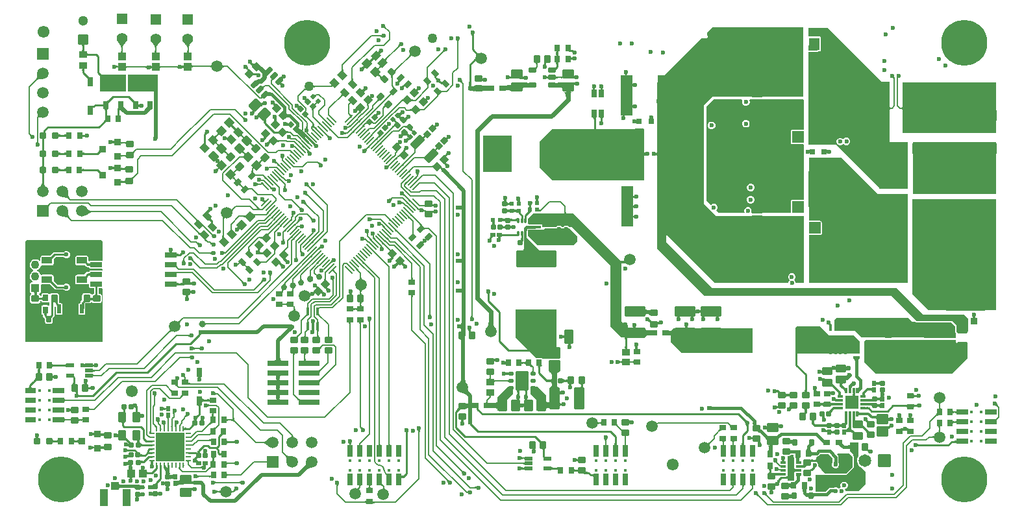
<source format=gtl>
G04*
G04 #@! TF.GenerationSoftware,Altium Limited,Altium Designer,21.7.2 (23)*
G04*
G04 Layer_Physical_Order=1*
G04 Layer_Color=255*
%FSAX25Y25*%
%MOIN*%
G70*
G04*
G04 #@! TF.SameCoordinates,7BBA0914-394B-4DB2-939C-07DA4AAD527A*
G04*
G04*
G04 #@! TF.FilePolarity,Positive*
G04*
G01*
G75*
%ADD13C,0.02362*%
%ADD14C,0.00787*%
%ADD16C,0.01575*%
%ADD17C,0.01968*%
%ADD18C,0.00800*%
G04:AMPARAMS|DCode=21|XSize=35.43mil|YSize=27.56mil|CornerRadius=2.07mil|HoleSize=0mil|Usage=FLASHONLY|Rotation=180.000|XOffset=0mil|YOffset=0mil|HoleType=Round|Shape=RoundedRectangle|*
%AMROUNDEDRECTD21*
21,1,0.03543,0.02343,0,0,180.0*
21,1,0.03130,0.02756,0,0,180.0*
1,1,0.00413,-0.01565,0.01171*
1,1,0.00413,0.01565,0.01171*
1,1,0.00413,0.01565,-0.01171*
1,1,0.00413,-0.01565,-0.01171*
%
%ADD21ROUNDEDRECTD21*%
G04:AMPARAMS|DCode=22|XSize=208.66mil|YSize=86.61mil|CornerRadius=6.5mil|HoleSize=0mil|Usage=FLASHONLY|Rotation=0.000|XOffset=0mil|YOffset=0mil|HoleType=Round|Shape=RoundedRectangle|*
%AMROUNDEDRECTD22*
21,1,0.20866,0.07362,0,0,0.0*
21,1,0.19567,0.08661,0,0,0.0*
1,1,0.01299,0.09783,-0.03681*
1,1,0.01299,-0.09783,-0.03681*
1,1,0.01299,-0.09783,0.03681*
1,1,0.01299,0.09783,0.03681*
%
%ADD22ROUNDEDRECTD22*%
G04:AMPARAMS|DCode=23|XSize=43.31mil|YSize=23.62mil|CornerRadius=0.12mil|HoleSize=0mil|Usage=FLASHONLY|Rotation=270.000|XOffset=0mil|YOffset=0mil|HoleType=Round|Shape=RoundedRectangle|*
%AMROUNDEDRECTD23*
21,1,0.04331,0.02339,0,0,270.0*
21,1,0.04307,0.02362,0,0,270.0*
1,1,0.00024,-0.01169,-0.02153*
1,1,0.00024,-0.01169,0.02153*
1,1,0.00024,0.01169,0.02153*
1,1,0.00024,0.01169,-0.02153*
%
%ADD23ROUNDEDRECTD23*%
G04:AMPARAMS|DCode=24|XSize=35.43mil|YSize=27.56mil|CornerRadius=2.07mil|HoleSize=0mil|Usage=FLASHONLY|Rotation=135.000|XOffset=0mil|YOffset=0mil|HoleType=Round|Shape=RoundedRectangle|*
%AMROUNDEDRECTD24*
21,1,0.03543,0.02343,0,0,135.0*
21,1,0.03130,0.02756,0,0,135.0*
1,1,0.00413,-0.00278,0.01935*
1,1,0.00413,0.01935,-0.00278*
1,1,0.00413,0.00278,-0.01935*
1,1,0.00413,-0.01935,0.00278*
%
%ADD24ROUNDEDRECTD24*%
G04:AMPARAMS|DCode=25|XSize=37.4mil|YSize=33.47mil|CornerRadius=2.51mil|HoleSize=0mil|Usage=FLASHONLY|Rotation=270.000|XOffset=0mil|YOffset=0mil|HoleType=Round|Shape=RoundedRectangle|*
%AMROUNDEDRECTD25*
21,1,0.03740,0.02845,0,0,270.0*
21,1,0.03238,0.03347,0,0,270.0*
1,1,0.00502,-0.01422,-0.01619*
1,1,0.00502,-0.01422,0.01619*
1,1,0.00502,0.01422,0.01619*
1,1,0.00502,0.01422,-0.01619*
%
%ADD25ROUNDEDRECTD25*%
G04:AMPARAMS|DCode=26|XSize=35.43mil|YSize=27.56mil|CornerRadius=2.07mil|HoleSize=0mil|Usage=FLASHONLY|Rotation=90.000|XOffset=0mil|YOffset=0mil|HoleType=Round|Shape=RoundedRectangle|*
%AMROUNDEDRECTD26*
21,1,0.03543,0.02343,0,0,90.0*
21,1,0.03130,0.02756,0,0,90.0*
1,1,0.00413,0.01171,0.01565*
1,1,0.00413,0.01171,-0.01565*
1,1,0.00413,-0.01171,-0.01565*
1,1,0.00413,-0.01171,0.01565*
%
%ADD26ROUNDEDRECTD26*%
G04:AMPARAMS|DCode=27|XSize=37.4mil|YSize=31.5mil|CornerRadius=2.36mil|HoleSize=0mil|Usage=FLASHONLY|Rotation=45.000|XOffset=0mil|YOffset=0mil|HoleType=Round|Shape=RoundedRectangle|*
%AMROUNDEDRECTD27*
21,1,0.03740,0.02677,0,0,45.0*
21,1,0.03268,0.03150,0,0,45.0*
1,1,0.00472,0.02102,0.00209*
1,1,0.00472,-0.00209,-0.02102*
1,1,0.00472,-0.02102,-0.00209*
1,1,0.00472,0.00209,0.02102*
%
%ADD27ROUNDEDRECTD27*%
G04:AMPARAMS|DCode=28|XSize=37.4mil|YSize=31.5mil|CornerRadius=2.36mil|HoleSize=0mil|Usage=FLASHONLY|Rotation=180.000|XOffset=0mil|YOffset=0mil|HoleType=Round|Shape=RoundedRectangle|*
%AMROUNDEDRECTD28*
21,1,0.03740,0.02677,0,0,180.0*
21,1,0.03268,0.03150,0,0,180.0*
1,1,0.00472,-0.01634,0.01339*
1,1,0.00472,0.01634,0.01339*
1,1,0.00472,0.01634,-0.01339*
1,1,0.00472,-0.01634,-0.01339*
%
%ADD28ROUNDEDRECTD28*%
G04:AMPARAMS|DCode=29|XSize=39.37mil|YSize=41.34mil|CornerRadius=2.95mil|HoleSize=0mil|Usage=FLASHONLY|Rotation=135.000|XOffset=0mil|YOffset=0mil|HoleType=Round|Shape=RoundedRectangle|*
%AMROUNDEDRECTD29*
21,1,0.03937,0.03543,0,0,135.0*
21,1,0.03347,0.04134,0,0,135.0*
1,1,0.00591,0.00070,0.02436*
1,1,0.00591,0.02436,0.00070*
1,1,0.00591,-0.00070,-0.02436*
1,1,0.00591,-0.02436,-0.00070*
%
%ADD29ROUNDEDRECTD29*%
G04:AMPARAMS|DCode=30|XSize=41.34mil|YSize=35.43mil|CornerRadius=2.66mil|HoleSize=0mil|Usage=FLASHONLY|Rotation=135.000|XOffset=0mil|YOffset=0mil|HoleType=Round|Shape=RoundedRectangle|*
%AMROUNDEDRECTD30*
21,1,0.04134,0.03012,0,0,135.0*
21,1,0.03602,0.03543,0,0,135.0*
1,1,0.00532,-0.00209,0.02339*
1,1,0.00532,0.02339,-0.00209*
1,1,0.00532,0.00209,-0.02339*
1,1,0.00532,-0.02339,0.00209*
%
%ADD30ROUNDEDRECTD30*%
G04:AMPARAMS|DCode=31|XSize=37.4mil|YSize=37.4mil|CornerRadius=2.81mil|HoleSize=0mil|Usage=FLASHONLY|Rotation=45.000|XOffset=0mil|YOffset=0mil|HoleType=Round|Shape=RoundedRectangle|*
%AMROUNDEDRECTD31*
21,1,0.03740,0.03179,0,0,45.0*
21,1,0.03179,0.03740,0,0,45.0*
1,1,0.00561,0.02248,0.00000*
1,1,0.00561,0.00000,-0.02248*
1,1,0.00561,-0.02248,0.00000*
1,1,0.00561,0.00000,0.02248*
%
%ADD31ROUNDEDRECTD31*%
G04:AMPARAMS|DCode=32|XSize=25.2mil|YSize=26.77mil|CornerRadius=1.89mil|HoleSize=0mil|Usage=FLASHONLY|Rotation=0.000|XOffset=0mil|YOffset=0mil|HoleType=Round|Shape=RoundedRectangle|*
%AMROUNDEDRECTD32*
21,1,0.02520,0.02299,0,0,0.0*
21,1,0.02142,0.02677,0,0,0.0*
1,1,0.00378,0.01071,-0.01150*
1,1,0.00378,-0.01071,-0.01150*
1,1,0.00378,-0.01071,0.01150*
1,1,0.00378,0.01071,0.01150*
%
%ADD32ROUNDEDRECTD32*%
G04:AMPARAMS|DCode=33|XSize=35.43mil|YSize=27.56mil|CornerRadius=2.07mil|HoleSize=0mil|Usage=FLASHONLY|Rotation=225.000|XOffset=0mil|YOffset=0mil|HoleType=Round|Shape=RoundedRectangle|*
%AMROUNDEDRECTD33*
21,1,0.03543,0.02343,0,0,225.0*
21,1,0.03130,0.02756,0,0,225.0*
1,1,0.00413,-0.01935,-0.00278*
1,1,0.00413,0.00278,0.01935*
1,1,0.00413,0.01935,0.00278*
1,1,0.00413,-0.00278,-0.01935*
%
%ADD33ROUNDEDRECTD33*%
G04:AMPARAMS|DCode=34|XSize=37.4mil|YSize=31.5mil|CornerRadius=2.36mil|HoleSize=0mil|Usage=FLASHONLY|Rotation=315.000|XOffset=0mil|YOffset=0mil|HoleType=Round|Shape=RoundedRectangle|*
%AMROUNDEDRECTD34*
21,1,0.03740,0.02677,0,0,315.0*
21,1,0.03268,0.03150,0,0,315.0*
1,1,0.00472,0.00209,-0.02102*
1,1,0.00472,-0.02102,0.00209*
1,1,0.00472,-0.00209,0.02102*
1,1,0.00472,0.02102,-0.00209*
%
%ADD34ROUNDEDRECTD34*%
G04:AMPARAMS|DCode=35|XSize=51.18mil|YSize=39.37mil|CornerRadius=2.95mil|HoleSize=0mil|Usage=FLASHONLY|Rotation=180.000|XOffset=0mil|YOffset=0mil|HoleType=Round|Shape=RoundedRectangle|*
%AMROUNDEDRECTD35*
21,1,0.05118,0.03347,0,0,180.0*
21,1,0.04528,0.03937,0,0,180.0*
1,1,0.00591,-0.02264,0.01673*
1,1,0.00591,0.02264,0.01673*
1,1,0.00591,0.02264,-0.01673*
1,1,0.00591,-0.02264,-0.01673*
%
%ADD35ROUNDEDRECTD35*%
G04:AMPARAMS|DCode=36|XSize=57.09mil|YSize=49.21mil|CornerRadius=3.69mil|HoleSize=0mil|Usage=FLASHONLY|Rotation=180.000|XOffset=0mil|YOffset=0mil|HoleType=Round|Shape=RoundedRectangle|*
%AMROUNDEDRECTD36*
21,1,0.05709,0.04183,0,0,180.0*
21,1,0.04970,0.04921,0,0,180.0*
1,1,0.00738,-0.02485,0.02092*
1,1,0.00738,0.02485,0.02092*
1,1,0.00738,0.02485,-0.02092*
1,1,0.00738,-0.02485,-0.02092*
%
%ADD36ROUNDEDRECTD36*%
G04:AMPARAMS|DCode=37|XSize=37.4mil|YSize=33.47mil|CornerRadius=2.51mil|HoleSize=0mil|Usage=FLASHONLY|Rotation=180.000|XOffset=0mil|YOffset=0mil|HoleType=Round|Shape=RoundedRectangle|*
%AMROUNDEDRECTD37*
21,1,0.03740,0.02845,0,0,180.0*
21,1,0.03238,0.03347,0,0,180.0*
1,1,0.00502,-0.01619,0.01422*
1,1,0.00502,0.01619,0.01422*
1,1,0.00502,0.01619,-0.01422*
1,1,0.00502,-0.01619,-0.01422*
%
%ADD37ROUNDEDRECTD37*%
G04:AMPARAMS|DCode=38|XSize=37.4mil|YSize=33.47mil|CornerRadius=2.51mil|HoleSize=0mil|Usage=FLASHONLY|Rotation=135.000|XOffset=0mil|YOffset=0mil|HoleType=Round|Shape=RoundedRectangle|*
%AMROUNDEDRECTD38*
21,1,0.03740,0.02845,0,0,135.0*
21,1,0.03238,0.03347,0,0,135.0*
1,1,0.00502,-0.00139,0.02151*
1,1,0.00502,0.02151,-0.00139*
1,1,0.00502,0.00139,-0.02151*
1,1,0.00502,-0.02151,0.00139*
%
%ADD38ROUNDEDRECTD38*%
G04:AMPARAMS|DCode=39|XSize=37.4mil|YSize=33.47mil|CornerRadius=2.51mil|HoleSize=0mil|Usage=FLASHONLY|Rotation=45.000|XOffset=0mil|YOffset=0mil|HoleType=Round|Shape=RoundedRectangle|*
%AMROUNDEDRECTD39*
21,1,0.03740,0.02845,0,0,45.0*
21,1,0.03238,0.03347,0,0,45.0*
1,1,0.00502,0.02151,0.00139*
1,1,0.00502,-0.00139,-0.02151*
1,1,0.00502,-0.02151,-0.00139*
1,1,0.00502,0.00139,0.02151*
%
%ADD39ROUNDEDRECTD39*%
G04:AMPARAMS|DCode=40|XSize=25.2mil|YSize=26.77mil|CornerRadius=1.89mil|HoleSize=0mil|Usage=FLASHONLY|Rotation=45.000|XOffset=0mil|YOffset=0mil|HoleType=Round|Shape=RoundedRectangle|*
%AMROUNDEDRECTD40*
21,1,0.02520,0.02299,0,0,45.0*
21,1,0.02142,0.02677,0,0,45.0*
1,1,0.00378,0.01570,-0.00056*
1,1,0.00378,0.00056,-0.01570*
1,1,0.00378,-0.01570,0.00056*
1,1,0.00378,-0.00056,0.01570*
%
%ADD40ROUNDEDRECTD40*%
G04:AMPARAMS|DCode=41|XSize=39.37mil|YSize=41.34mil|CornerRadius=2.95mil|HoleSize=0mil|Usage=FLASHONLY|Rotation=45.000|XOffset=0mil|YOffset=0mil|HoleType=Round|Shape=RoundedRectangle|*
%AMROUNDEDRECTD41*
21,1,0.03937,0.03543,0,0,45.0*
21,1,0.03347,0.04134,0,0,45.0*
1,1,0.00591,0.02436,-0.00070*
1,1,0.00591,0.00070,-0.02436*
1,1,0.00591,-0.02436,0.00070*
1,1,0.00591,-0.00070,0.02436*
%
%ADD41ROUNDEDRECTD41*%
G04:AMPARAMS|DCode=42|XSize=39.37mil|YSize=41.34mil|CornerRadius=2.95mil|HoleSize=0mil|Usage=FLASHONLY|Rotation=90.000|XOffset=0mil|YOffset=0mil|HoleType=Round|Shape=RoundedRectangle|*
%AMROUNDEDRECTD42*
21,1,0.03937,0.03543,0,0,90.0*
21,1,0.03347,0.04134,0,0,90.0*
1,1,0.00591,0.01772,0.01673*
1,1,0.00591,0.01772,-0.01673*
1,1,0.00591,-0.01772,-0.01673*
1,1,0.00591,-0.01772,0.01673*
%
%ADD42ROUNDEDRECTD42*%
G04:AMPARAMS|DCode=43|XSize=25.2mil|YSize=26.77mil|CornerRadius=1.89mil|HoleSize=0mil|Usage=FLASHONLY|Rotation=270.000|XOffset=0mil|YOffset=0mil|HoleType=Round|Shape=RoundedRectangle|*
%AMROUNDEDRECTD43*
21,1,0.02520,0.02299,0,0,270.0*
21,1,0.02142,0.02677,0,0,270.0*
1,1,0.00378,-0.01150,-0.01071*
1,1,0.00378,-0.01150,0.01071*
1,1,0.00378,0.01150,0.01071*
1,1,0.00378,0.01150,-0.01071*
%
%ADD43ROUNDEDRECTD43*%
G04:AMPARAMS|DCode=44|XSize=57.09mil|YSize=53.15mil|CornerRadius=3.99mil|HoleSize=0mil|Usage=FLASHONLY|Rotation=180.000|XOffset=0mil|YOffset=0mil|HoleType=Round|Shape=RoundedRectangle|*
%AMROUNDEDRECTD44*
21,1,0.05709,0.04518,0,0,180.0*
21,1,0.04911,0.05315,0,0,180.0*
1,1,0.00797,-0.02456,0.02259*
1,1,0.00797,0.02456,0.02259*
1,1,0.00797,0.02456,-0.02259*
1,1,0.00797,-0.02456,-0.02259*
%
%ADD44ROUNDEDRECTD44*%
G04:AMPARAMS|DCode=45|XSize=21.65mil|YSize=23.62mil|CornerRadius=1.62mil|HoleSize=0mil|Usage=FLASHONLY|Rotation=270.000|XOffset=0mil|YOffset=0mil|HoleType=Round|Shape=RoundedRectangle|*
%AMROUNDEDRECTD45*
21,1,0.02165,0.02037,0,0,270.0*
21,1,0.01841,0.02362,0,0,270.0*
1,1,0.00325,-0.01019,-0.00920*
1,1,0.00325,-0.01019,0.00920*
1,1,0.00325,0.01019,0.00920*
1,1,0.00325,0.01019,-0.00920*
%
%ADD45ROUNDEDRECTD45*%
G04:AMPARAMS|DCode=46|XSize=106.3mil|YSize=51.18mil|CornerRadius=3.84mil|HoleSize=0mil|Usage=FLASHONLY|Rotation=270.000|XOffset=0mil|YOffset=0mil|HoleType=Round|Shape=RoundedRectangle|*
%AMROUNDEDRECTD46*
21,1,0.10630,0.04350,0,0,270.0*
21,1,0.09862,0.05118,0,0,270.0*
1,1,0.00768,-0.02175,-0.04931*
1,1,0.00768,-0.02175,0.04931*
1,1,0.00768,0.02175,0.04931*
1,1,0.00768,0.02175,-0.04931*
%
%ADD46ROUNDEDRECTD46*%
G04:AMPARAMS|DCode=47|XSize=208.66mil|YSize=62.99mil|CornerRadius=4.72mil|HoleSize=0mil|Usage=FLASHONLY|Rotation=90.000|XOffset=0mil|YOffset=0mil|HoleType=Round|Shape=RoundedRectangle|*
%AMROUNDEDRECTD47*
21,1,0.20866,0.05354,0,0,90.0*
21,1,0.19921,0.06299,0,0,90.0*
1,1,0.00945,0.02677,0.09961*
1,1,0.00945,0.02677,-0.09961*
1,1,0.00945,-0.02677,-0.09961*
1,1,0.00945,-0.02677,0.09961*
%
%ADD47ROUNDEDRECTD47*%
G04:AMPARAMS|DCode=48|XSize=17.72mil|YSize=23.62mil|CornerRadius=1.33mil|HoleSize=0mil|Usage=FLASHONLY|Rotation=90.000|XOffset=0mil|YOffset=0mil|HoleType=Round|Shape=RoundedRectangle|*
%AMROUNDEDRECTD48*
21,1,0.01772,0.02097,0,0,90.0*
21,1,0.01506,0.02362,0,0,90.0*
1,1,0.00266,0.01048,0.00753*
1,1,0.00266,0.01048,-0.00753*
1,1,0.00266,-0.01048,-0.00753*
1,1,0.00266,-0.01048,0.00753*
%
%ADD48ROUNDEDRECTD48*%
G04:AMPARAMS|DCode=49|XSize=68.9mil|YSize=98.43mil|CornerRadius=5.17mil|HoleSize=0mil|Usage=FLASHONLY|Rotation=0.000|XOffset=0mil|YOffset=0mil|HoleType=Round|Shape=RoundedRectangle|*
%AMROUNDEDRECTD49*
21,1,0.06890,0.08809,0,0,0.0*
21,1,0.05856,0.09843,0,0,0.0*
1,1,0.01034,0.02928,-0.04405*
1,1,0.01034,-0.02928,-0.04405*
1,1,0.01034,-0.02928,0.04405*
1,1,0.01034,0.02928,0.04405*
%
%ADD49ROUNDEDRECTD49*%
G04:AMPARAMS|DCode=50|XSize=57.09mil|YSize=49.21mil|CornerRadius=3.69mil|HoleSize=0mil|Usage=FLASHONLY|Rotation=270.000|XOffset=0mil|YOffset=0mil|HoleType=Round|Shape=RoundedRectangle|*
%AMROUNDEDRECTD50*
21,1,0.05709,0.04183,0,0,270.0*
21,1,0.04970,0.04921,0,0,270.0*
1,1,0.00738,-0.02092,-0.02485*
1,1,0.00738,-0.02092,0.02485*
1,1,0.00738,0.02092,0.02485*
1,1,0.00738,0.02092,-0.02485*
%
%ADD50ROUNDEDRECTD50*%
G04:AMPARAMS|DCode=51|XSize=27.56mil|YSize=33.47mil|CornerRadius=2.07mil|HoleSize=0mil|Usage=FLASHONLY|Rotation=270.000|XOffset=0mil|YOffset=0mil|HoleType=Round|Shape=RoundedRectangle|*
%AMROUNDEDRECTD51*
21,1,0.02756,0.02933,0,0,270.0*
21,1,0.02343,0.03347,0,0,270.0*
1,1,0.00413,-0.01467,-0.01171*
1,1,0.00413,-0.01467,0.01171*
1,1,0.00413,0.01467,0.01171*
1,1,0.00413,0.01467,-0.01171*
%
%ADD51ROUNDEDRECTD51*%
G04:AMPARAMS|DCode=52|XSize=39.37mil|YSize=35.43mil|CornerRadius=2.66mil|HoleSize=0mil|Usage=FLASHONLY|Rotation=0.000|XOffset=0mil|YOffset=0mil|HoleType=Round|Shape=RoundedRectangle|*
%AMROUNDEDRECTD52*
21,1,0.03937,0.03012,0,0,0.0*
21,1,0.03406,0.03543,0,0,0.0*
1,1,0.00532,0.01703,-0.01506*
1,1,0.00532,-0.01703,-0.01506*
1,1,0.00532,-0.01703,0.01506*
1,1,0.00532,0.01703,0.01506*
%
%ADD52ROUNDEDRECTD52*%
G04:AMPARAMS|DCode=53|XSize=110.24mil|YSize=53.15mil|CornerRadius=3.99mil|HoleSize=0mil|Usage=FLASHONLY|Rotation=270.000|XOffset=0mil|YOffset=0mil|HoleType=Round|Shape=RoundedRectangle|*
%AMROUNDEDRECTD53*
21,1,0.11024,0.04518,0,0,270.0*
21,1,0.10226,0.05315,0,0,270.0*
1,1,0.00797,-0.02259,-0.05113*
1,1,0.00797,-0.02259,0.05113*
1,1,0.00797,0.02259,0.05113*
1,1,0.00797,0.02259,-0.05113*
%
%ADD53ROUNDEDRECTD53*%
G04:AMPARAMS|DCode=54|XSize=39.37mil|YSize=31.5mil|CornerRadius=2.36mil|HoleSize=0mil|Usage=FLASHONLY|Rotation=90.000|XOffset=0mil|YOffset=0mil|HoleType=Round|Shape=RoundedRectangle|*
%AMROUNDEDRECTD54*
21,1,0.03937,0.02677,0,0,90.0*
21,1,0.03465,0.03150,0,0,90.0*
1,1,0.00472,0.01339,0.01732*
1,1,0.00472,0.01339,-0.01732*
1,1,0.00472,-0.01339,-0.01732*
1,1,0.00472,-0.01339,0.01732*
%
%ADD54ROUNDEDRECTD54*%
%ADD55C,0.05906*%
G04:AMPARAMS|DCode=56|XSize=24.8mil|YSize=32.68mil|CornerRadius=1.86mil|HoleSize=0mil|Usage=FLASHONLY|Rotation=0.000|XOffset=0mil|YOffset=0mil|HoleType=Round|Shape=RoundedRectangle|*
%AMROUNDEDRECTD56*
21,1,0.02480,0.02896,0,0,0.0*
21,1,0.02108,0.03268,0,0,0.0*
1,1,0.00372,0.01054,-0.01448*
1,1,0.00372,-0.01054,-0.01448*
1,1,0.00372,-0.01054,0.01448*
1,1,0.00372,0.01054,0.01448*
%
%ADD56ROUNDEDRECTD56*%
G04:AMPARAMS|DCode=57|XSize=125.98mil|YSize=102.36mil|CornerRadius=7.68mil|HoleSize=0mil|Usage=FLASHONLY|Rotation=90.000|XOffset=0mil|YOffset=0mil|HoleType=Round|Shape=RoundedRectangle|*
%AMROUNDEDRECTD57*
21,1,0.12598,0.08701,0,0,90.0*
21,1,0.11063,0.10236,0,0,90.0*
1,1,0.01535,0.04350,0.05531*
1,1,0.01535,0.04350,-0.05531*
1,1,0.01535,-0.04350,-0.05531*
1,1,0.01535,-0.04350,0.05531*
%
%ADD57ROUNDEDRECTD57*%
G04:AMPARAMS|DCode=58|XSize=259.84mil|YSize=47.24mil|CornerRadius=3.54mil|HoleSize=0mil|Usage=FLASHONLY|Rotation=90.000|XOffset=0mil|YOffset=0mil|HoleType=Round|Shape=RoundedRectangle|*
%AMROUNDEDRECTD58*
21,1,0.25984,0.04016,0,0,90.0*
21,1,0.25276,0.04724,0,0,90.0*
1,1,0.00709,0.02008,0.12638*
1,1,0.00709,0.02008,-0.12638*
1,1,0.00709,-0.02008,-0.12638*
1,1,0.00709,-0.02008,0.12638*
%
%ADD58ROUNDEDRECTD58*%
G04:AMPARAMS|DCode=59|XSize=55.12mil|YSize=29.13mil|CornerRadius=2.19mil|HoleSize=0mil|Usage=FLASHONLY|Rotation=0.000|XOffset=0mil|YOffset=0mil|HoleType=Round|Shape=RoundedRectangle|*
%AMROUNDEDRECTD59*
21,1,0.05512,0.02476,0,0,0.0*
21,1,0.05075,0.02913,0,0,0.0*
1,1,0.00437,0.02537,-0.01238*
1,1,0.00437,-0.02537,-0.01238*
1,1,0.00437,-0.02537,0.01238*
1,1,0.00437,0.02537,0.01238*
%
%ADD59ROUNDEDRECTD59*%
G04:AMPARAMS|DCode=60|XSize=9mil|YSize=55.12mil|CornerRadius=0mil|HoleSize=0mil|Usage=FLASHONLY|Rotation=225.000|XOffset=0mil|YOffset=0mil|HoleType=Round|Shape=Round|*
%AMOVALD60*
21,1,0.04612,0.00900,0.00000,0.00000,315.0*
1,1,0.00900,-0.01631,0.01631*
1,1,0.00900,0.01631,-0.01631*
%
%ADD60OVALD60*%

G04:AMPARAMS|DCode=61|XSize=9mil|YSize=55.12mil|CornerRadius=0mil|HoleSize=0mil|Usage=FLASHONLY|Rotation=315.000|XOffset=0mil|YOffset=0mil|HoleType=Round|Shape=Round|*
%AMOVALD61*
21,1,0.04612,0.00900,0.00000,0.00000,45.0*
1,1,0.00900,-0.01631,-0.01631*
1,1,0.00900,0.01631,0.01631*
%
%ADD61OVALD61*%

G04:AMPARAMS|DCode=62|XSize=25.59mil|YSize=27.56mil|CornerRadius=1.92mil|HoleSize=0mil|Usage=FLASHONLY|Rotation=180.000|XOffset=0mil|YOffset=0mil|HoleType=Round|Shape=RoundedRectangle|*
%AMROUNDEDRECTD62*
21,1,0.02559,0.02372,0,0,180.0*
21,1,0.02175,0.02756,0,0,180.0*
1,1,0.00384,-0.01088,0.01186*
1,1,0.00384,0.01088,0.01186*
1,1,0.00384,0.01088,-0.01186*
1,1,0.00384,-0.01088,-0.01186*
%
%ADD62ROUNDEDRECTD62*%
G04:AMPARAMS|DCode=63|XSize=137.8mil|YSize=62.99mil|CornerRadius=4.72mil|HoleSize=0mil|Usage=FLASHONLY|Rotation=0.000|XOffset=0mil|YOffset=0mil|HoleType=Round|Shape=RoundedRectangle|*
%AMROUNDEDRECTD63*
21,1,0.13780,0.05354,0,0,0.0*
21,1,0.12835,0.06299,0,0,0.0*
1,1,0.00945,0.06417,-0.02677*
1,1,0.00945,-0.06417,-0.02677*
1,1,0.00945,-0.06417,0.02677*
1,1,0.00945,0.06417,0.02677*
%
%ADD63ROUNDEDRECTD63*%
G04:AMPARAMS|DCode=64|XSize=23.62mil|YSize=41.34mil|CornerRadius=1.77mil|HoleSize=0mil|Usage=FLASHONLY|Rotation=180.000|XOffset=0mil|YOffset=0mil|HoleType=Round|Shape=RoundedRectangle|*
%AMROUNDEDRECTD64*
21,1,0.02362,0.03780,0,0,180.0*
21,1,0.02008,0.04134,0,0,180.0*
1,1,0.00354,-0.01004,0.01890*
1,1,0.00354,0.01004,0.01890*
1,1,0.00354,0.01004,-0.01890*
1,1,0.00354,-0.01004,-0.01890*
%
%ADD64ROUNDEDRECTD64*%
G04:AMPARAMS|DCode=65|XSize=27.56mil|YSize=47.24mil|CornerRadius=2.07mil|HoleSize=0mil|Usage=FLASHONLY|Rotation=180.000|XOffset=0mil|YOffset=0mil|HoleType=Round|Shape=RoundedRectangle|*
%AMROUNDEDRECTD65*
21,1,0.02756,0.04311,0,0,180.0*
21,1,0.02343,0.04724,0,0,180.0*
1,1,0.00413,-0.01171,0.02156*
1,1,0.00413,0.01171,0.02156*
1,1,0.00413,0.01171,-0.02156*
1,1,0.00413,-0.01171,-0.02156*
%
%ADD65ROUNDEDRECTD65*%
G04:AMPARAMS|DCode=66|XSize=41.34mil|YSize=35.43mil|CornerRadius=2.66mil|HoleSize=0mil|Usage=FLASHONLY|Rotation=0.000|XOffset=0mil|YOffset=0mil|HoleType=Round|Shape=RoundedRectangle|*
%AMROUNDEDRECTD66*
21,1,0.04134,0.03012,0,0,0.0*
21,1,0.03602,0.03543,0,0,0.0*
1,1,0.00532,0.01801,-0.01506*
1,1,0.00532,-0.01801,-0.01506*
1,1,0.00532,-0.01801,0.01506*
1,1,0.00532,0.01801,0.01506*
%
%ADD66ROUNDEDRECTD66*%
G04:AMPARAMS|DCode=67|XSize=35.43mil|YSize=33.47mil|CornerRadius=2.51mil|HoleSize=0mil|Usage=FLASHONLY|Rotation=270.000|XOffset=0mil|YOffset=0mil|HoleType=Round|Shape=RoundedRectangle|*
%AMROUNDEDRECTD67*
21,1,0.03543,0.02845,0,0,270.0*
21,1,0.03041,0.03347,0,0,270.0*
1,1,0.00502,-0.01422,-0.01521*
1,1,0.00502,-0.01422,0.01521*
1,1,0.00502,0.01422,0.01521*
1,1,0.00502,0.01422,-0.01521*
%
%ADD67ROUNDEDRECTD67*%
G04:AMPARAMS|DCode=68|XSize=29.53mil|YSize=11.81mil|CornerRadius=0.89mil|HoleSize=0mil|Usage=FLASHONLY|Rotation=0.000|XOffset=0mil|YOffset=0mil|HoleType=Round|Shape=RoundedRectangle|*
%AMROUNDEDRECTD68*
21,1,0.02953,0.01004,0,0,0.0*
21,1,0.02776,0.01181,0,0,0.0*
1,1,0.00177,0.01388,-0.00502*
1,1,0.00177,-0.01388,-0.00502*
1,1,0.00177,-0.01388,0.00502*
1,1,0.00177,0.01388,0.00502*
%
%ADD68ROUNDEDRECTD68*%
%ADD69R,0.03543X0.05118*%
G04:AMPARAMS|DCode=70|XSize=27.56mil|YSize=33.47mil|CornerRadius=2.07mil|HoleSize=0mil|Usage=FLASHONLY|Rotation=0.000|XOffset=0mil|YOffset=0mil|HoleType=Round|Shape=RoundedRectangle|*
%AMROUNDEDRECTD70*
21,1,0.02756,0.02933,0,0,0.0*
21,1,0.02343,0.03347,0,0,0.0*
1,1,0.00413,0.01171,-0.01467*
1,1,0.00413,-0.01171,-0.01467*
1,1,0.00413,-0.01171,0.01467*
1,1,0.00413,0.01171,0.01467*
%
%ADD70ROUNDEDRECTD70*%
G04:AMPARAMS|DCode=71|XSize=31.5mil|YSize=35.43mil|CornerRadius=2.36mil|HoleSize=0mil|Usage=FLASHONLY|Rotation=270.000|XOffset=0mil|YOffset=0mil|HoleType=Round|Shape=RoundedRectangle|*
%AMROUNDEDRECTD71*
21,1,0.03150,0.03071,0,0,270.0*
21,1,0.02677,0.03543,0,0,270.0*
1,1,0.00472,-0.01535,-0.01339*
1,1,0.00472,-0.01535,0.01339*
1,1,0.00472,0.01535,0.01339*
1,1,0.00472,0.01535,-0.01339*
%
%ADD71ROUNDEDRECTD71*%
G04:AMPARAMS|DCode=72|XSize=17.72mil|YSize=41.34mil|CornerRadius=1.95mil|HoleSize=0mil|Usage=FLASHONLY|Rotation=270.000|XOffset=0mil|YOffset=0mil|HoleType=Round|Shape=RoundedRectangle|*
%AMROUNDEDRECTD72*
21,1,0.01772,0.03744,0,0,270.0*
21,1,0.01382,0.04134,0,0,270.0*
1,1,0.00390,-0.01872,-0.00691*
1,1,0.00390,-0.01872,0.00691*
1,1,0.00390,0.01872,0.00691*
1,1,0.00390,0.01872,-0.00691*
%
%ADD72ROUNDEDRECTD72*%
G04:AMPARAMS|DCode=73|XSize=57.87mil|YSize=29.13mil|CornerRadius=2.19mil|HoleSize=0mil|Usage=FLASHONLY|Rotation=0.000|XOffset=0mil|YOffset=0mil|HoleType=Round|Shape=RoundedRectangle|*
%AMROUNDEDRECTD73*
21,1,0.05787,0.02476,0,0,0.0*
21,1,0.05350,0.02913,0,0,0.0*
1,1,0.00437,0.02675,-0.01238*
1,1,0.00437,-0.02675,-0.01238*
1,1,0.00437,-0.02675,0.01238*
1,1,0.00437,0.02675,0.01238*
%
%ADD73ROUNDEDRECTD73*%
G04:AMPARAMS|DCode=74|XSize=31.5mil|YSize=31.5mil|CornerRadius=2.36mil|HoleSize=0mil|Usage=FLASHONLY|Rotation=270.000|XOffset=0mil|YOffset=0mil|HoleType=Round|Shape=RoundedRectangle|*
%AMROUNDEDRECTD74*
21,1,0.03150,0.02677,0,0,270.0*
21,1,0.02677,0.03150,0,0,270.0*
1,1,0.00472,-0.01339,-0.01339*
1,1,0.00472,-0.01339,0.01339*
1,1,0.00472,0.01339,0.01339*
1,1,0.00472,0.01339,-0.01339*
%
%ADD74ROUNDEDRECTD74*%
G04:AMPARAMS|DCode=75|XSize=196.85mil|YSize=314.96mil|CornerRadius=59.06mil|HoleSize=0mil|Usage=FLASHONLY|Rotation=90.000|XOffset=0mil|YOffset=0mil|HoleType=Round|Shape=RoundedRectangle|*
%AMROUNDEDRECTD75*
21,1,0.19685,0.19685,0,0,90.0*
21,1,0.07874,0.31496,0,0,90.0*
1,1,0.11811,0.09843,0.03937*
1,1,0.11811,0.09843,-0.03937*
1,1,0.11811,-0.09843,-0.03937*
1,1,0.11811,-0.09843,0.03937*
%
%ADD75ROUNDEDRECTD75*%
G04:AMPARAMS|DCode=76|XSize=29.13mil|YSize=109.84mil|CornerRadius=2.19mil|HoleSize=0mil|Usage=FLASHONLY|Rotation=270.000|XOffset=0mil|YOffset=0mil|HoleType=Round|Shape=RoundedRectangle|*
%AMROUNDEDRECTD76*
21,1,0.02913,0.10547,0,0,270.0*
21,1,0.02476,0.10984,0,0,270.0*
1,1,0.00437,-0.05274,-0.01238*
1,1,0.00437,-0.05274,0.01238*
1,1,0.00437,0.05274,0.01238*
1,1,0.00437,0.05274,-0.01238*
%
%ADD76ROUNDEDRECTD76*%
G04:AMPARAMS|DCode=77|XSize=21.26mil|YSize=22.84mil|CornerRadius=1.59mil|HoleSize=0mil|Usage=FLASHONLY|Rotation=315.000|XOffset=0mil|YOffset=0mil|HoleType=Round|Shape=RoundedRectangle|*
%AMROUNDEDRECTD77*
21,1,0.02126,0.01965,0,0,315.0*
21,1,0.01807,0.02284,0,0,315.0*
1,1,0.00319,-0.00056,-0.01334*
1,1,0.00319,-0.01334,-0.00056*
1,1,0.00319,0.00056,0.01334*
1,1,0.00319,0.01334,0.00056*
%
%ADD77ROUNDEDRECTD77*%
G04:AMPARAMS|DCode=78|XSize=28.35mil|YSize=29.92mil|CornerRadius=2.13mil|HoleSize=0mil|Usage=FLASHONLY|Rotation=315.000|XOffset=0mil|YOffset=0mil|HoleType=Round|Shape=RoundedRectangle|*
%AMROUNDEDRECTD78*
21,1,0.02835,0.02567,0,0,315.0*
21,1,0.02410,0.02992,0,0,315.0*
1,1,0.00425,-0.00056,-0.01759*
1,1,0.00425,-0.01759,-0.00056*
1,1,0.00425,0.00056,0.01759*
1,1,0.00425,0.01759,0.00056*
%
%ADD78ROUNDEDRECTD78*%
G04:AMPARAMS|DCode=79|XSize=25.59mil|YSize=29.53mil|CornerRadius=1.92mil|HoleSize=0mil|Usage=FLASHONLY|Rotation=225.000|XOffset=0mil|YOffset=0mil|HoleType=Round|Shape=RoundedRectangle|*
%AMROUNDEDRECTD79*
21,1,0.02559,0.02569,0,0,225.0*
21,1,0.02175,0.02953,0,0,225.0*
1,1,0.00384,-0.01677,0.00139*
1,1,0.00384,-0.00139,0.01677*
1,1,0.00384,0.01677,-0.00139*
1,1,0.00384,0.00139,-0.01677*
%
%ADD79ROUNDEDRECTD79*%
G04:AMPARAMS|DCode=80|XSize=39.37mil|YSize=70.87mil|CornerRadius=2.95mil|HoleSize=0mil|Usage=FLASHONLY|Rotation=135.000|XOffset=0mil|YOffset=0mil|HoleType=Round|Shape=RoundedRectangle|*
%AMROUNDEDRECTD80*
21,1,0.03937,0.06496,0,0,135.0*
21,1,0.03347,0.07087,0,0,135.0*
1,1,0.00591,0.01114,0.03480*
1,1,0.00591,0.03480,0.01114*
1,1,0.00591,-0.01114,-0.03480*
1,1,0.00591,-0.03480,-0.01114*
%
%ADD80ROUNDEDRECTD80*%
G04:AMPARAMS|DCode=81|XSize=25.59mil|YSize=47.24mil|CornerRadius=1.92mil|HoleSize=0mil|Usage=FLASHONLY|Rotation=270.000|XOffset=0mil|YOffset=0mil|HoleType=Round|Shape=RoundedRectangle|*
%AMROUNDEDRECTD81*
21,1,0.02559,0.04341,0,0,270.0*
21,1,0.02175,0.04724,0,0,270.0*
1,1,0.00384,-0.02170,-0.01088*
1,1,0.00384,-0.02170,0.01088*
1,1,0.00384,0.02170,0.01088*
1,1,0.00384,0.02170,-0.01088*
%
%ADD81ROUNDEDRECTD81*%
G04:AMPARAMS|DCode=82|XSize=57.87mil|YSize=29.13mil|CornerRadius=2.19mil|HoleSize=0mil|Usage=FLASHONLY|Rotation=90.000|XOffset=0mil|YOffset=0mil|HoleType=Round|Shape=RoundedRectangle|*
%AMROUNDEDRECTD82*
21,1,0.05787,0.02476,0,0,90.0*
21,1,0.05350,0.02913,0,0,90.0*
1,1,0.00437,0.01238,0.02675*
1,1,0.00437,0.01238,-0.02675*
1,1,0.00437,-0.01238,-0.02675*
1,1,0.00437,-0.01238,0.02675*
%
%ADD82ROUNDEDRECTD82*%
G04:AMPARAMS|DCode=83|XSize=51.18mil|YSize=31.5mil|CornerRadius=3.94mil|HoleSize=0mil|Usage=FLASHONLY|Rotation=180.000|XOffset=0mil|YOffset=0mil|HoleType=Round|Shape=RoundedRectangle|*
%AMROUNDEDRECTD83*
21,1,0.05118,0.02362,0,0,180.0*
21,1,0.04331,0.03150,0,0,180.0*
1,1,0.00787,-0.02165,0.01181*
1,1,0.00787,0.02165,0.01181*
1,1,0.00787,0.02165,-0.01181*
1,1,0.00787,-0.02165,-0.01181*
%
%ADD83ROUNDEDRECTD83*%
%ADD84R,0.06890X0.06890*%
G04:AMPARAMS|DCode=85|XSize=29.53mil|YSize=11.81mil|CornerRadius=0.89mil|HoleSize=0mil|Usage=FLASHONLY|Rotation=270.000|XOffset=0mil|YOffset=0mil|HoleType=Round|Shape=RoundedRectangle|*
%AMROUNDEDRECTD85*
21,1,0.02953,0.01004,0,0,270.0*
21,1,0.02776,0.01181,0,0,270.0*
1,1,0.00177,-0.00502,-0.01388*
1,1,0.00177,-0.00502,0.01388*
1,1,0.00177,0.00502,0.01388*
1,1,0.00177,0.00502,-0.01388*
%
%ADD85ROUNDEDRECTD85*%
G04:AMPARAMS|DCode=86|XSize=31.5mil|YSize=13.39mil|CornerRadius=1mil|HoleSize=0mil|Usage=FLASHONLY|Rotation=180.000|XOffset=0mil|YOffset=0mil|HoleType=Round|Shape=RoundedRectangle|*
%AMROUNDEDRECTD86*
21,1,0.03150,0.01138,0,0,180.0*
21,1,0.02949,0.01339,0,0,180.0*
1,1,0.00201,-0.01474,0.00569*
1,1,0.00201,0.01474,0.00569*
1,1,0.00201,0.01474,-0.00569*
1,1,0.00201,-0.01474,-0.00569*
%
%ADD86ROUNDEDRECTD86*%
G04:AMPARAMS|DCode=87|XSize=25.59mil|YSize=13.39mil|CornerRadius=1mil|HoleSize=0mil|Usage=FLASHONLY|Rotation=180.000|XOffset=0mil|YOffset=0mil|HoleType=Round|Shape=RoundedRectangle|*
%AMROUNDEDRECTD87*
21,1,0.02559,0.01138,0,0,180.0*
21,1,0.02358,0.01339,0,0,180.0*
1,1,0.00201,-0.01179,0.00569*
1,1,0.00201,0.01179,0.00569*
1,1,0.00201,0.01179,-0.00569*
1,1,0.00201,-0.01179,-0.00569*
%
%ADD87ROUNDEDRECTD87*%
G04:AMPARAMS|DCode=88|XSize=127.99mil|YSize=122.99mil|CornerRadius=9.22mil|HoleSize=0mil|Usage=FLASHONLY|Rotation=270.000|XOffset=0mil|YOffset=0mil|HoleType=Round|Shape=RoundedRectangle|*
%AMROUNDEDRECTD88*
21,1,0.12799,0.10454,0,0,270.0*
21,1,0.10954,0.12299,0,0,270.0*
1,1,0.01845,-0.05227,-0.05477*
1,1,0.01845,-0.05227,0.05477*
1,1,0.01845,0.05227,0.05477*
1,1,0.01845,0.05227,-0.05477*
%
%ADD88ROUNDEDRECTD88*%
G04:AMPARAMS|DCode=89|XSize=106.3mil|YSize=45.28mil|CornerRadius=3.4mil|HoleSize=0mil|Usage=FLASHONLY|Rotation=0.000|XOffset=0mil|YOffset=0mil|HoleType=Round|Shape=RoundedRectangle|*
%AMROUNDEDRECTD89*
21,1,0.10630,0.03848,0,0,0.0*
21,1,0.09951,0.04528,0,0,0.0*
1,1,0.00679,0.04975,-0.01924*
1,1,0.00679,-0.04975,-0.01924*
1,1,0.00679,-0.04975,0.01924*
1,1,0.00679,0.04975,0.01924*
%
%ADD89ROUNDEDRECTD89*%
G04:AMPARAMS|DCode=90|XSize=59.06mil|YSize=31.5mil|CornerRadius=2.36mil|HoleSize=0mil|Usage=FLASHONLY|Rotation=0.000|XOffset=0mil|YOffset=0mil|HoleType=Round|Shape=RoundedRectangle|*
%AMROUNDEDRECTD90*
21,1,0.05906,0.02677,0,0,0.0*
21,1,0.05433,0.03150,0,0,0.0*
1,1,0.00472,0.02717,-0.01339*
1,1,0.00472,-0.02717,-0.01339*
1,1,0.00472,-0.02717,0.01339*
1,1,0.00472,0.02717,0.01339*
%
%ADD90ROUNDEDRECTD90*%
G04:AMPARAMS|DCode=91|XSize=23.62mil|YSize=11.42mil|CornerRadius=0.86mil|HoleSize=0mil|Usage=FLASHONLY|Rotation=270.000|XOffset=0mil|YOffset=0mil|HoleType=Round|Shape=RoundedRectangle|*
%AMROUNDEDRECTD91*
21,1,0.02362,0.00971,0,0,270.0*
21,1,0.02191,0.01142,0,0,270.0*
1,1,0.00171,-0.00485,-0.01096*
1,1,0.00171,-0.00485,0.01096*
1,1,0.00171,0.00485,0.01096*
1,1,0.00171,0.00485,-0.01096*
%
%ADD91ROUNDEDRECTD91*%
G04:AMPARAMS|DCode=92|XSize=68.11mil|YSize=15.35mil|CornerRadius=1.15mil|HoleSize=0mil|Usage=FLASHONLY|Rotation=0.000|XOffset=0mil|YOffset=0mil|HoleType=Round|Shape=RoundedRectangle|*
%AMROUNDEDRECTD92*
21,1,0.06811,0.01305,0,0,0.0*
21,1,0.06581,0.01535,0,0,0.0*
1,1,0.00230,0.03290,-0.00653*
1,1,0.00230,-0.03290,-0.00653*
1,1,0.00230,-0.03290,0.00653*
1,1,0.00230,0.03290,0.00653*
%
%ADD92ROUNDEDRECTD92*%
G04:AMPARAMS|DCode=93|XSize=70.87mil|YSize=45.28mil|CornerRadius=3.4mil|HoleSize=0mil|Usage=FLASHONLY|Rotation=270.000|XOffset=0mil|YOffset=0mil|HoleType=Round|Shape=RoundedRectangle|*
%AMROUNDEDRECTD93*
21,1,0.07087,0.03848,0,0,270.0*
21,1,0.06408,0.04528,0,0,270.0*
1,1,0.00679,-0.01924,-0.03204*
1,1,0.00679,-0.01924,0.03204*
1,1,0.00679,0.01924,0.03204*
1,1,0.00679,0.01924,-0.03204*
%
%ADD93ROUNDEDRECTD93*%
G04:AMPARAMS|DCode=94|XSize=70.87mil|YSize=51.18mil|CornerRadius=3.84mil|HoleSize=0mil|Usage=FLASHONLY|Rotation=180.000|XOffset=0mil|YOffset=0mil|HoleType=Round|Shape=RoundedRectangle|*
%AMROUNDEDRECTD94*
21,1,0.07087,0.04350,0,0,180.0*
21,1,0.06319,0.05118,0,0,180.0*
1,1,0.00768,-0.03159,0.02175*
1,1,0.00768,0.03159,0.02175*
1,1,0.00768,0.03159,-0.02175*
1,1,0.00768,-0.03159,-0.02175*
%
%ADD94ROUNDEDRECTD94*%
G04:AMPARAMS|DCode=95|XSize=23.62mil|YSize=39.37mil|CornerRadius=2.95mil|HoleSize=0mil|Usage=FLASHONLY|Rotation=90.000|XOffset=0mil|YOffset=0mil|HoleType=Round|Shape=RoundedRectangle|*
%AMROUNDEDRECTD95*
21,1,0.02362,0.03347,0,0,90.0*
21,1,0.01772,0.03937,0,0,90.0*
1,1,0.00591,0.01673,0.00886*
1,1,0.00591,0.01673,-0.00886*
1,1,0.00591,-0.01673,-0.00886*
1,1,0.00591,-0.01673,0.00886*
%
%ADD95ROUNDEDRECTD95*%
G04:AMPARAMS|DCode=96|XSize=53.15mil|YSize=35.43mil|CornerRadius=2.66mil|HoleSize=0mil|Usage=FLASHONLY|Rotation=180.000|XOffset=0mil|YOffset=0mil|HoleType=Round|Shape=RoundedRectangle|*
%AMROUNDEDRECTD96*
21,1,0.05315,0.03012,0,0,180.0*
21,1,0.04784,0.03543,0,0,180.0*
1,1,0.00532,-0.02392,0.01506*
1,1,0.00532,0.02392,0.01506*
1,1,0.00532,0.02392,-0.01506*
1,1,0.00532,-0.02392,-0.01506*
%
%ADD96ROUNDEDRECTD96*%
G04:AMPARAMS|DCode=97|XSize=62.99mil|YSize=25.59mil|CornerRadius=1.92mil|HoleSize=0mil|Usage=FLASHONLY|Rotation=180.000|XOffset=0mil|YOffset=0mil|HoleType=Round|Shape=RoundedRectangle|*
%AMROUNDEDRECTD97*
21,1,0.06299,0.02175,0,0,180.0*
21,1,0.05915,0.02559,0,0,180.0*
1,1,0.00384,-0.02958,0.01088*
1,1,0.00384,0.02958,0.01088*
1,1,0.00384,0.02958,-0.01088*
1,1,0.00384,-0.02958,-0.01088*
%
%ADD97ROUNDEDRECTD97*%
G04:AMPARAMS|DCode=98|XSize=39.37mil|YSize=35.43mil|CornerRadius=2.66mil|HoleSize=0mil|Usage=FLASHONLY|Rotation=315.000|XOffset=0mil|YOffset=0mil|HoleType=Round|Shape=RoundedRectangle|*
%AMROUNDEDRECTD98*
21,1,0.03937,0.03012,0,0,315.0*
21,1,0.03406,0.03543,0,0,315.0*
1,1,0.00532,0.00139,-0.02269*
1,1,0.00532,-0.02269,0.00139*
1,1,0.00532,-0.00139,0.02269*
1,1,0.00532,0.02269,-0.00139*
%
%ADD98ROUNDEDRECTD98*%
G04:AMPARAMS|DCode=99|XSize=39.37mil|YSize=35.43mil|CornerRadius=4.43mil|HoleSize=0mil|Usage=FLASHONLY|Rotation=45.000|XOffset=0mil|YOffset=0mil|HoleType=Round|Shape=RoundedRectangle|*
%AMROUNDEDRECTD99*
21,1,0.03937,0.02657,0,0,45.0*
21,1,0.03051,0.03543,0,0,45.0*
1,1,0.00886,0.02018,0.00139*
1,1,0.00886,-0.00139,-0.02018*
1,1,0.00886,-0.02018,-0.00139*
1,1,0.00886,0.00139,0.02018*
%
%ADD99ROUNDEDRECTD99*%
G04:AMPARAMS|DCode=100|XSize=43.31mil|YSize=39.37mil|CornerRadius=2.95mil|HoleSize=0mil|Usage=FLASHONLY|Rotation=135.000|XOffset=0mil|YOffset=0mil|HoleType=Round|Shape=RoundedRectangle|*
%AMROUNDEDRECTD100*
21,1,0.04331,0.03347,0,0,135.0*
21,1,0.03740,0.03937,0,0,135.0*
1,1,0.00591,-0.00139,0.02506*
1,1,0.00591,0.02506,-0.00139*
1,1,0.00591,0.00139,-0.02506*
1,1,0.00591,-0.02506,0.00139*
%
%ADD100ROUNDEDRECTD100*%
G04:AMPARAMS|DCode=101|XSize=61.2mil|YSize=61.27mil|CornerRadius=4.59mil|HoleSize=0mil|Usage=FLASHONLY|Rotation=270.000|XOffset=0mil|YOffset=0mil|HoleType=Round|Shape=RoundedRectangle|*
%AMROUNDEDRECTD101*
21,1,0.06120,0.05209,0,0,270.0*
21,1,0.05202,0.06127,0,0,270.0*
1,1,0.00918,-0.02604,-0.02601*
1,1,0.00918,-0.02604,0.02601*
1,1,0.00918,0.02604,0.02601*
1,1,0.00918,0.02604,-0.02601*
%
%ADD101ROUNDEDRECTD101*%
G04:AMPARAMS|DCode=102|XSize=19.68mil|YSize=47.24mil|CornerRadius=1.48mil|HoleSize=0mil|Usage=FLASHONLY|Rotation=0.000|XOffset=0mil|YOffset=0mil|HoleType=Round|Shape=RoundedRectangle|*
%AMROUNDEDRECTD102*
21,1,0.01968,0.04429,0,0,0.0*
21,1,0.01673,0.04724,0,0,0.0*
1,1,0.00295,0.00837,-0.02215*
1,1,0.00295,-0.00837,-0.02215*
1,1,0.00295,-0.00837,0.02215*
1,1,0.00295,0.00837,0.02215*
%
%ADD102ROUNDEDRECTD102*%
G04:AMPARAMS|DCode=103|XSize=19.68mil|YSize=62.99mil|CornerRadius=1.48mil|HoleSize=0mil|Usage=FLASHONLY|Rotation=0.000|XOffset=0mil|YOffset=0mil|HoleType=Round|Shape=RoundedRectangle|*
%AMROUNDEDRECTD103*
21,1,0.01968,0.06004,0,0,0.0*
21,1,0.01673,0.06299,0,0,0.0*
1,1,0.00295,0.00837,-0.03002*
1,1,0.00295,-0.00837,-0.03002*
1,1,0.00295,-0.00837,0.03002*
1,1,0.00295,0.00837,0.03002*
%
%ADD103ROUNDEDRECTD103*%
G04:AMPARAMS|DCode=104|XSize=70.87mil|YSize=118.11mil|CornerRadius=0mil|HoleSize=0mil|Usage=FLASHONLY|Rotation=0.000|XOffset=0mil|YOffset=0mil|HoleType=Round|Shape=Octagon|*
%AMOCTAGOND104*
4,1,8,-0.01772,0.05906,0.01772,0.05906,0.03543,0.04134,0.03543,-0.04134,0.01772,-0.05906,-0.01772,-0.05906,-0.03543,-0.04134,-0.03543,0.04134,-0.01772,0.05906,0.0*
%
%ADD104OCTAGOND104*%

G04:AMPARAMS|DCode=105|XSize=23.62mil|YSize=39.37mil|CornerRadius=2.95mil|HoleSize=0mil|Usage=FLASHONLY|Rotation=135.000|XOffset=0mil|YOffset=0mil|HoleType=Round|Shape=RoundedRectangle|*
%AMROUNDEDRECTD105*
21,1,0.02362,0.03347,0,0,135.0*
21,1,0.01772,0.03937,0,0,135.0*
1,1,0.00591,0.00557,0.01810*
1,1,0.00591,0.01810,0.00557*
1,1,0.00591,-0.00557,-0.01810*
1,1,0.00591,-0.01810,-0.00557*
%
%ADD105ROUNDEDRECTD105*%
G04:AMPARAMS|DCode=106|XSize=27.56mil|YSize=35.43mil|CornerRadius=2.07mil|HoleSize=0mil|Usage=FLASHONLY|Rotation=315.000|XOffset=0mil|YOffset=0mil|HoleType=Round|Shape=RoundedRectangle|*
%AMROUNDEDRECTD106*
21,1,0.02756,0.03130,0,0,315.0*
21,1,0.02343,0.03543,0,0,315.0*
1,1,0.00413,-0.00278,-0.01935*
1,1,0.00413,-0.01935,-0.00278*
1,1,0.00413,0.00278,0.01935*
1,1,0.00413,0.01935,0.00278*
%
%ADD106ROUNDEDRECTD106*%
%ADD107O,0.00984X0.02717*%
%ADD108O,0.02717X0.00984*%
%ADD109R,0.14567X0.14567*%
G04:AMPARAMS|DCode=110|XSize=15.75mil|YSize=19.68mil|CornerRadius=1.18mil|HoleSize=0mil|Usage=FLASHONLY|Rotation=180.000|XOffset=0mil|YOffset=0mil|HoleType=Round|Shape=RoundedRectangle|*
%AMROUNDEDRECTD110*
21,1,0.01575,0.01732,0,0,180.0*
21,1,0.01339,0.01968,0,0,180.0*
1,1,0.00236,-0.00669,0.00866*
1,1,0.00236,0.00669,0.00866*
1,1,0.00236,0.00669,-0.00866*
1,1,0.00236,-0.00669,-0.00866*
%
%ADD110ROUNDEDRECTD110*%
G04:AMPARAMS|DCode=111|XSize=51.18mil|YSize=41.34mil|CornerRadius=3.1mil|HoleSize=0mil|Usage=FLASHONLY|Rotation=90.000|XOffset=0mil|YOffset=0mil|HoleType=Round|Shape=RoundedRectangle|*
%AMROUNDEDRECTD111*
21,1,0.05118,0.03514,0,0,90.0*
21,1,0.04498,0.04134,0,0,90.0*
1,1,0.00620,0.01757,0.02249*
1,1,0.00620,0.01757,-0.02249*
1,1,0.00620,-0.01757,-0.02249*
1,1,0.00620,-0.01757,0.02249*
%
%ADD111ROUNDEDRECTD111*%
G04:AMPARAMS|DCode=112|XSize=21.65mil|YSize=23.62mil|CornerRadius=1.62mil|HoleSize=0mil|Usage=FLASHONLY|Rotation=0.000|XOffset=0mil|YOffset=0mil|HoleType=Round|Shape=RoundedRectangle|*
%AMROUNDEDRECTD112*
21,1,0.02165,0.02037,0,0,0.0*
21,1,0.01841,0.02362,0,0,0.0*
1,1,0.00325,0.00920,-0.01019*
1,1,0.00325,-0.00920,-0.01019*
1,1,0.00325,-0.00920,0.01019*
1,1,0.00325,0.00920,0.01019*
%
%ADD112ROUNDEDRECTD112*%
G04:AMPARAMS|DCode=113|XSize=25.59mil|YSize=25.59mil|CornerRadius=1.92mil|HoleSize=0mil|Usage=FLASHONLY|Rotation=90.000|XOffset=0mil|YOffset=0mil|HoleType=Round|Shape=RoundedRectangle|*
%AMROUNDEDRECTD113*
21,1,0.02559,0.02175,0,0,90.0*
21,1,0.02175,0.02559,0,0,90.0*
1,1,0.00384,0.01088,0.01088*
1,1,0.00384,0.01088,-0.01088*
1,1,0.00384,-0.01088,-0.01088*
1,1,0.00384,-0.01088,0.01088*
%
%ADD113ROUNDEDRECTD113*%
G04:AMPARAMS|DCode=114|XSize=24.23mil|YSize=22.54mil|CornerRadius=1.69mil|HoleSize=0mil|Usage=FLASHONLY|Rotation=90.000|XOffset=0mil|YOffset=0mil|HoleType=Round|Shape=RoundedRectangle|*
%AMROUNDEDRECTD114*
21,1,0.02423,0.01916,0,0,90.0*
21,1,0.02085,0.02254,0,0,90.0*
1,1,0.00338,0.00958,0.01042*
1,1,0.00338,0.00958,-0.01042*
1,1,0.00338,-0.00958,-0.01042*
1,1,0.00338,-0.00958,0.01042*
%
%ADD114ROUNDEDRECTD114*%
G04:AMPARAMS|DCode=115|XSize=24.41mil|YSize=25.98mil|CornerRadius=1.83mil|HoleSize=0mil|Usage=FLASHONLY|Rotation=180.000|XOffset=0mil|YOffset=0mil|HoleType=Round|Shape=RoundedRectangle|*
%AMROUNDEDRECTD115*
21,1,0.02441,0.02232,0,0,180.0*
21,1,0.02075,0.02598,0,0,180.0*
1,1,0.00366,-0.01037,0.01116*
1,1,0.00366,0.01037,0.01116*
1,1,0.00366,0.01037,-0.01116*
1,1,0.00366,-0.01037,-0.01116*
%
%ADD115ROUNDEDRECTD115*%
G04:AMPARAMS|DCode=116|XSize=106.3mil|YSize=51.18mil|CornerRadius=3.84mil|HoleSize=0mil|Usage=FLASHONLY|Rotation=0.000|XOffset=0mil|YOffset=0mil|HoleType=Round|Shape=RoundedRectangle|*
%AMROUNDEDRECTD116*
21,1,0.10630,0.04350,0,0,0.0*
21,1,0.09862,0.05118,0,0,0.0*
1,1,0.00768,0.04931,-0.02175*
1,1,0.00768,-0.04931,-0.02175*
1,1,0.00768,-0.04931,0.02175*
1,1,0.00768,0.04931,0.02175*
%
%ADD116ROUNDEDRECTD116*%
G04:AMPARAMS|DCode=117|XSize=39.37mil|YSize=13.78mil|CornerRadius=1.03mil|HoleSize=0mil|Usage=FLASHONLY|Rotation=90.000|XOffset=0mil|YOffset=0mil|HoleType=Round|Shape=RoundedRectangle|*
%AMROUNDEDRECTD117*
21,1,0.03937,0.01171,0,0,90.0*
21,1,0.03730,0.01378,0,0,90.0*
1,1,0.00207,0.00586,0.01865*
1,1,0.00207,0.00586,-0.01865*
1,1,0.00207,-0.00586,-0.01865*
1,1,0.00207,-0.00586,0.01865*
%
%ADD117ROUNDEDRECTD117*%
G04:AMPARAMS|DCode=118|XSize=39.37mil|YSize=31.5mil|CornerRadius=2.36mil|HoleSize=0mil|Usage=FLASHONLY|Rotation=0.000|XOffset=0mil|YOffset=0mil|HoleType=Round|Shape=RoundedRectangle|*
%AMROUNDEDRECTD118*
21,1,0.03937,0.02677,0,0,0.0*
21,1,0.03465,0.03150,0,0,0.0*
1,1,0.00472,0.01732,-0.01339*
1,1,0.00472,-0.01732,-0.01339*
1,1,0.00472,-0.01732,0.01339*
1,1,0.00472,0.01732,0.01339*
%
%ADD118ROUNDEDRECTD118*%
G04:AMPARAMS|DCode=119|XSize=35.43mil|YSize=33.47mil|CornerRadius=2.51mil|HoleSize=0mil|Usage=FLASHONLY|Rotation=0.000|XOffset=0mil|YOffset=0mil|HoleType=Round|Shape=RoundedRectangle|*
%AMROUNDEDRECTD119*
21,1,0.03543,0.02845,0,0,0.0*
21,1,0.03041,0.03347,0,0,0.0*
1,1,0.00502,0.01521,-0.01422*
1,1,0.00502,-0.01521,-0.01422*
1,1,0.00502,-0.01521,0.01422*
1,1,0.00502,0.01521,0.01422*
%
%ADD119ROUNDEDRECTD119*%
G04:AMPARAMS|DCode=120|XSize=24.41mil|YSize=25.98mil|CornerRadius=1.83mil|HoleSize=0mil|Usage=FLASHONLY|Rotation=90.000|XOffset=0mil|YOffset=0mil|HoleType=Round|Shape=RoundedRectangle|*
%AMROUNDEDRECTD120*
21,1,0.02441,0.02232,0,0,90.0*
21,1,0.02075,0.02598,0,0,90.0*
1,1,0.00366,0.01116,0.01037*
1,1,0.00366,0.01116,-0.01037*
1,1,0.00366,-0.01116,-0.01037*
1,1,0.00366,-0.01116,0.01037*
%
%ADD120ROUNDEDRECTD120*%
G04:AMPARAMS|DCode=121|XSize=25.2mil|YSize=26.77mil|CornerRadius=1.89mil|HoleSize=0mil|Usage=FLASHONLY|Rotation=315.000|XOffset=0mil|YOffset=0mil|HoleType=Round|Shape=RoundedRectangle|*
%AMROUNDEDRECTD121*
21,1,0.02520,0.02299,0,0,315.0*
21,1,0.02142,0.02677,0,0,315.0*
1,1,0.00378,-0.00056,-0.01570*
1,1,0.00378,-0.01570,-0.00056*
1,1,0.00378,0.00056,0.01570*
1,1,0.00378,0.01570,0.00056*
%
%ADD121ROUNDEDRECTD121*%
G04:AMPARAMS|DCode=122|XSize=21.65mil|YSize=21.65mil|CornerRadius=1.62mil|HoleSize=0mil|Usage=FLASHONLY|Rotation=45.000|XOffset=0mil|YOffset=0mil|HoleType=Round|Shape=RoundedRectangle|*
%AMROUNDEDRECTD122*
21,1,0.02165,0.01841,0,0,45.0*
21,1,0.01841,0.02165,0,0,45.0*
1,1,0.00325,0.01302,0.00000*
1,1,0.00325,0.00000,-0.01302*
1,1,0.00325,-0.01302,0.00000*
1,1,0.00325,0.00000,0.01302*
%
%ADD122ROUNDEDRECTD122*%
G04:AMPARAMS|DCode=123|XSize=25.59mil|YSize=13.39mil|CornerRadius=1mil|HoleSize=0mil|Usage=FLASHONLY|Rotation=90.000|XOffset=0mil|YOffset=0mil|HoleType=Round|Shape=RoundedRectangle|*
%AMROUNDEDRECTD123*
21,1,0.02559,0.01138,0,0,90.0*
21,1,0.02358,0.01339,0,0,90.0*
1,1,0.00201,0.00569,0.01179*
1,1,0.00201,0.00569,-0.01179*
1,1,0.00201,-0.00569,-0.01179*
1,1,0.00201,-0.00569,0.01179*
%
%ADD123ROUNDEDRECTD123*%
G04:AMPARAMS|DCode=124|XSize=31.5mil|YSize=13.39mil|CornerRadius=1mil|HoleSize=0mil|Usage=FLASHONLY|Rotation=90.000|XOffset=0mil|YOffset=0mil|HoleType=Round|Shape=RoundedRectangle|*
%AMROUNDEDRECTD124*
21,1,0.03150,0.01138,0,0,90.0*
21,1,0.02949,0.01339,0,0,90.0*
1,1,0.00201,0.00569,0.01474*
1,1,0.00201,0.00569,-0.01474*
1,1,0.00201,-0.00569,-0.01474*
1,1,0.00201,-0.00569,0.01474*
%
%ADD124ROUNDEDRECTD124*%
G04:AMPARAMS|DCode=125|XSize=37.4mil|YSize=31.5mil|CornerRadius=2.36mil|HoleSize=0mil|Usage=FLASHONLY|Rotation=270.000|XOffset=0mil|YOffset=0mil|HoleType=Round|Shape=RoundedRectangle|*
%AMROUNDEDRECTD125*
21,1,0.03740,0.02677,0,0,270.0*
21,1,0.03268,0.03150,0,0,270.0*
1,1,0.00472,-0.01339,-0.01634*
1,1,0.00472,-0.01339,0.01634*
1,1,0.00472,0.01339,0.01634*
1,1,0.00472,0.01339,-0.01634*
%
%ADD125ROUNDEDRECTD125*%
G04:AMPARAMS|DCode=126|XSize=39.37mil|YSize=35.43mil|CornerRadius=2.66mil|HoleSize=0mil|Usage=FLASHONLY|Rotation=45.000|XOffset=0mil|YOffset=0mil|HoleType=Round|Shape=RoundedRectangle|*
%AMROUNDEDRECTD126*
21,1,0.03937,0.03012,0,0,45.0*
21,1,0.03406,0.03543,0,0,45.0*
1,1,0.00532,0.02269,0.00139*
1,1,0.00532,-0.00139,-0.02269*
1,1,0.00532,-0.02269,-0.00139*
1,1,0.00532,0.00139,0.02269*
%
%ADD126ROUNDEDRECTD126*%
G04:AMPARAMS|DCode=127|XSize=39.37mil|YSize=31.5mil|CornerRadius=2.36mil|HoleSize=0mil|Usage=FLASHONLY|Rotation=135.000|XOffset=0mil|YOffset=0mil|HoleType=Round|Shape=RoundedRectangle|*
%AMROUNDEDRECTD127*
21,1,0.03937,0.02677,0,0,135.0*
21,1,0.03465,0.03150,0,0,135.0*
1,1,0.00472,-0.00278,0.02171*
1,1,0.00472,0.02171,-0.00278*
1,1,0.00472,0.00278,-0.02171*
1,1,0.00472,-0.02171,0.00278*
%
%ADD127ROUNDEDRECTD127*%
G04:AMPARAMS|DCode=128|XSize=57.09mil|YSize=49.21mil|CornerRadius=3.69mil|HoleSize=0mil|Usage=FLASHONLY|Rotation=45.000|XOffset=0mil|YOffset=0mil|HoleType=Round|Shape=RoundedRectangle|*
%AMROUNDEDRECTD128*
21,1,0.05709,0.04183,0,0,45.0*
21,1,0.04970,0.04921,0,0,45.0*
1,1,0.00738,0.03236,0.00278*
1,1,0.00738,-0.00278,-0.03236*
1,1,0.00738,-0.03236,-0.00278*
1,1,0.00738,0.00278,0.03236*
%
%ADD128ROUNDEDRECTD128*%
G04:AMPARAMS|DCode=129|XSize=21.65mil|YSize=21.65mil|CornerRadius=1.62mil|HoleSize=0mil|Usage=FLASHONLY|Rotation=270.000|XOffset=0mil|YOffset=0mil|HoleType=Round|Shape=RoundedRectangle|*
%AMROUNDEDRECTD129*
21,1,0.02165,0.01841,0,0,270.0*
21,1,0.01841,0.02165,0,0,270.0*
1,1,0.00325,-0.00920,-0.00920*
1,1,0.00325,-0.00920,0.00920*
1,1,0.00325,0.00920,0.00920*
1,1,0.00325,0.00920,-0.00920*
%
%ADD129ROUNDEDRECTD129*%
G04:AMPARAMS|DCode=130|XSize=21.65mil|YSize=21.65mil|CornerRadius=1.62mil|HoleSize=0mil|Usage=FLASHONLY|Rotation=0.000|XOffset=0mil|YOffset=0mil|HoleType=Round|Shape=RoundedRectangle|*
%AMROUNDEDRECTD130*
21,1,0.02165,0.01841,0,0,0.0*
21,1,0.01841,0.02165,0,0,0.0*
1,1,0.00325,0.00920,-0.00920*
1,1,0.00325,-0.00920,-0.00920*
1,1,0.00325,-0.00920,0.00920*
1,1,0.00325,0.00920,0.00920*
%
%ADD130ROUNDEDRECTD130*%
G04:AMPARAMS|DCode=131|XSize=208.66mil|YSize=62.99mil|CornerRadius=4.72mil|HoleSize=0mil|Usage=FLASHONLY|Rotation=180.000|XOffset=0mil|YOffset=0mil|HoleType=Round|Shape=RoundedRectangle|*
%AMROUNDEDRECTD131*
21,1,0.20866,0.05354,0,0,180.0*
21,1,0.19921,0.06299,0,0,180.0*
1,1,0.00945,-0.09961,0.02677*
1,1,0.00945,0.09961,0.02677*
1,1,0.00945,0.09961,-0.02677*
1,1,0.00945,-0.09961,-0.02677*
%
%ADD131ROUNDEDRECTD131*%
G04:AMPARAMS|DCode=132|XSize=43.31mil|YSize=39.37mil|CornerRadius=2.95mil|HoleSize=0mil|Usage=FLASHONLY|Rotation=0.000|XOffset=0mil|YOffset=0mil|HoleType=Round|Shape=RoundedRectangle|*
%AMROUNDEDRECTD132*
21,1,0.04331,0.03347,0,0,0.0*
21,1,0.03740,0.03937,0,0,0.0*
1,1,0.00591,0.01870,-0.01673*
1,1,0.00591,-0.01870,-0.01673*
1,1,0.00591,-0.01870,0.01673*
1,1,0.00591,0.01870,0.01673*
%
%ADD132ROUNDEDRECTD132*%
G04:AMPARAMS|DCode=222|XSize=41.34mil|YSize=86.61mil|CornerRadius=3.1mil|HoleSize=0mil|Usage=FLASHONLY|Rotation=0.000|XOffset=0mil|YOffset=0mil|HoleType=Round|Shape=RoundedRectangle|*
%AMROUNDEDRECTD222*
21,1,0.04134,0.08041,0,0,0.0*
21,1,0.03514,0.08661,0,0,0.0*
1,1,0.00620,0.01757,-0.04021*
1,1,0.00620,-0.01757,-0.04021*
1,1,0.00620,-0.01757,0.04021*
1,1,0.00620,0.01757,0.04021*
%
%ADD222ROUNDEDRECTD222*%
G04:AMPARAMS|DCode=223|XSize=39.37mil|YSize=41.34mil|CornerRadius=2.95mil|HoleSize=0mil|Usage=FLASHONLY|Rotation=0.000|XOffset=0mil|YOffset=0mil|HoleType=Round|Shape=RoundedRectangle|*
%AMROUNDEDRECTD223*
21,1,0.03937,0.03543,0,0,0.0*
21,1,0.03347,0.04134,0,0,0.0*
1,1,0.00591,0.01673,-0.01772*
1,1,0.00591,-0.01673,-0.01772*
1,1,0.00591,-0.01673,0.01772*
1,1,0.00591,0.01673,0.01772*
%
%ADD223ROUNDEDRECTD223*%
%ADD262C,0.01000*%
%ADD263C,0.00600*%
%ADD264C,0.05000*%
%ADD265C,0.02756*%
%ADD266C,0.02000*%
%ADD267C,0.01181*%
%ADD268C,0.00902*%
%ADD269C,0.00700*%
%ADD270C,0.01500*%
%ADD271C,0.01535*%
%ADD272R,0.14567X0.18701*%
%ADD273R,0.15354X0.09153*%
%ADD274R,0.13287X0.09153*%
%ADD275R,0.06732X0.09016*%
%ADD276R,0.09016X0.06732*%
G04:AMPARAMS|DCode=277|XSize=55.89mil|YSize=15.75mil|CornerRadius=0mil|HoleSize=0mil|Usage=FLASHONLY|Rotation=315.000|XOffset=0mil|YOffset=0mil|HoleType=Round|Shape=Rectangle|*
%AMROTATEDRECTD277*
4,1,4,-0.02533,0.01419,-0.01419,0.02533,0.02533,-0.01419,0.01419,-0.02533,-0.02533,0.01419,0.0*
%
%ADD277ROTATEDRECTD277*%

G04:AMPARAMS|DCode=278|XSize=50.2mil|YSize=63.98mil|CornerRadius=0mil|HoleSize=0mil|Usage=FLASHONLY|Rotation=45.000|XOffset=0mil|YOffset=0mil|HoleType=Round|Shape=Rectangle|*
%AMROTATEDRECTD278*
4,1,4,0.00487,-0.04037,-0.04037,0.00487,-0.00487,0.04037,0.04037,-0.00487,0.00487,-0.04037,0.0*
%
%ADD278ROTATEDRECTD278*%

%ADD279R,0.28839X0.14075*%
%ADD280R,0.26969X0.12303*%
%ADD281R,0.43110X0.26772*%
%ADD282R,0.48327X0.25984*%
G04:AMPARAMS|DCode=283|XSize=75.86mil|YSize=37.58mil|CornerRadius=0mil|HoleSize=0mil|Usage=FLASHONLY|Rotation=135.000|XOffset=0mil|YOffset=0mil|HoleType=Round|Shape=Rectangle|*
%AMROTATEDRECTD283*
4,1,4,0.04011,-0.01353,0.01353,-0.04011,-0.04011,0.01353,-0.01353,0.04011,0.04011,-0.01353,0.0*
%
%ADD283ROTATEDRECTD283*%

G04:AMPARAMS|DCode=284|XSize=22.27mil|YSize=13.92mil|CornerRadius=0mil|HoleSize=0mil|Usage=FLASHONLY|Rotation=135.000|XOffset=0mil|YOffset=0mil|HoleType=Round|Shape=Rectangle|*
%AMROTATEDRECTD284*
4,1,4,0.01280,-0.00295,0.00295,-0.01280,-0.01280,0.00295,-0.00295,0.01280,0.01280,-0.00295,0.0*
%
%ADD284ROTATEDRECTD284*%

%ADD285R,0.06102X0.06102*%
%ADD286R,0.05748X0.06260*%
%ADD287R,0.06004X0.06102*%
%ADD288R,0.05906X0.05906*%
%ADD289R,0.05906X0.05906*%
%ADD290C,0.06496*%
G04:AMPARAMS|DCode=291|XSize=64.96mil|YSize=64.96mil|CornerRadius=4.87mil|HoleSize=0mil|Usage=FLASHONLY|Rotation=0.000|XOffset=0mil|YOffset=0mil|HoleType=Round|Shape=RoundedRectangle|*
%AMROUNDEDRECTD291*
21,1,0.06496,0.05522,0,0,0.0*
21,1,0.05522,0.06496,0,0,0.0*
1,1,0.00974,0.02761,-0.02761*
1,1,0.00974,-0.02761,-0.02761*
1,1,0.00974,-0.02761,0.02761*
1,1,0.00974,0.02761,0.02761*
%
%ADD291ROUNDEDRECTD291*%
%ADD292C,0.19685*%
%ADD293C,0.05118*%
G04:AMPARAMS|DCode=294|XSize=51.18mil|YSize=51.18mil|CornerRadius=3.84mil|HoleSize=0mil|Usage=FLASHONLY|Rotation=270.000|XOffset=0mil|YOffset=0mil|HoleType=Round|Shape=RoundedRectangle|*
%AMROUNDEDRECTD294*
21,1,0.05118,0.04350,0,0,270.0*
21,1,0.04350,0.05118,0,0,270.0*
1,1,0.00768,-0.02175,-0.02175*
1,1,0.00768,-0.02175,0.02175*
1,1,0.00768,0.02175,0.02175*
1,1,0.00768,0.02175,-0.02175*
%
%ADD294ROUNDEDRECTD294*%
%ADD295R,0.05906X0.05906*%
%ADD296C,0.05512*%
G04:AMPARAMS|DCode=297|XSize=55.12mil|YSize=55.12mil|CornerRadius=4.13mil|HoleSize=0mil|Usage=FLASHONLY|Rotation=270.000|XOffset=0mil|YOffset=0mil|HoleType=Round|Shape=RoundedRectangle|*
%AMROUNDEDRECTD297*
21,1,0.05512,0.04685,0,0,270.0*
21,1,0.04685,0.05512,0,0,270.0*
1,1,0.00827,-0.02343,-0.02343*
1,1,0.00827,-0.02343,0.02343*
1,1,0.00827,0.02343,0.02343*
1,1,0.00827,0.02343,-0.02343*
%
%ADD297ROUNDEDRECTD297*%
%ADD298C,0.06102*%
%ADD299C,0.01457*%
%ADD300C,0.04331*%
G04:AMPARAMS|DCode=301|XSize=43.31mil|YSize=43.31mil|CornerRadius=3.25mil|HoleSize=0mil|Usage=FLASHONLY|Rotation=90.000|XOffset=0mil|YOffset=0mil|HoleType=Round|Shape=RoundedRectangle|*
%AMROUNDEDRECTD301*
21,1,0.04331,0.03681,0,0,90.0*
21,1,0.03681,0.04331,0,0,90.0*
1,1,0.00650,0.01841,0.01841*
1,1,0.00650,0.01841,-0.01841*
1,1,0.00650,-0.01841,-0.01841*
1,1,0.00650,-0.01841,0.01841*
%
%ADD301ROUNDEDRECTD301*%
%ADD302C,0.23622*%
%ADD303C,0.02362*%
G36*
X0270088Y0538788D02*
X0270111Y0538674D01*
X0270140Y0538564D01*
X0270176Y0538458D01*
X0270217Y0538357D01*
X0270266Y0538260D01*
X0270321Y0538168D01*
X0270382Y0538080D01*
X0270449Y0537996D01*
X0270523Y0537917D01*
X0270029Y0537280D01*
X0269947Y0537355D01*
X0269861Y0537422D01*
X0269771Y0537478D01*
X0269679Y0537526D01*
X0269582Y0537563D01*
X0269482Y0537591D01*
X0269379Y0537610D01*
X0269272Y0537619D01*
X0269162Y0537618D01*
X0269049Y0537608D01*
X0270072Y0538907D01*
X0270088Y0538788D01*
D02*
G37*
G36*
X0315832Y0534464D02*
X0315761Y0534408D01*
X0315698Y0534346D01*
X0315643Y0534276D01*
X0315594Y0534199D01*
X0315553Y0534114D01*
X0315520Y0534023D01*
X0315494Y0533923D01*
X0315476Y0533817D01*
X0315464Y0533704D01*
X0315461Y0533583D01*
X0314461Y0533771D01*
X0314458Y0533891D01*
X0314437Y0534115D01*
X0314419Y0534219D01*
X0314396Y0534319D01*
X0314367Y0534413D01*
X0314334Y0534502D01*
X0314295Y0534586D01*
X0314251Y0534665D01*
X0314202Y0534739D01*
X0315832Y0534464D01*
D02*
G37*
G36*
X0268546Y0532736D02*
X0268461Y0532817D01*
X0268373Y0532890D01*
X0268283Y0532954D01*
X0268189Y0533009D01*
X0268093Y0533056D01*
X0267994Y0533095D01*
X0267892Y0533125D01*
X0267788Y0533146D01*
X0267680Y0533159D01*
X0267570Y0533163D01*
Y0533963D01*
X0267680Y0533967D01*
X0267788Y0533980D01*
X0267892Y0534001D01*
X0267994Y0534031D01*
X0268093Y0534070D01*
X0268189Y0534117D01*
X0268283Y0534172D01*
X0268373Y0534236D01*
X0268461Y0534309D01*
X0268546Y0534390D01*
Y0532736D01*
D02*
G37*
G36*
X0308128Y0531355D02*
X0308055Y0531267D01*
X0307991Y0531176D01*
X0307936Y0531083D01*
X0307889Y0530987D01*
X0307850Y0530888D01*
X0307820Y0530786D01*
X0307799Y0530681D01*
X0307786Y0530574D01*
X0307782Y0530464D01*
X0306982D01*
X0306978Y0530574D01*
X0306965Y0530681D01*
X0306943Y0530786D01*
X0306914Y0530888D01*
X0306875Y0530987D01*
X0306828Y0531083D01*
X0306773Y0531176D01*
X0306709Y0531267D01*
X0306636Y0531355D01*
X0306555Y0531440D01*
X0308209D01*
X0308128Y0531355D01*
D02*
G37*
G36*
X0115964Y0529042D02*
X0115879Y0529012D01*
X0115804Y0528961D01*
X0115739Y0528890D01*
X0115684Y0528799D01*
X0115639Y0528688D01*
X0115604Y0528556D01*
X0115579Y0528405D01*
X0115564Y0528232D01*
X0115559Y0528040D01*
X0114559D01*
X0114554Y0528232D01*
X0114539Y0528405D01*
X0114514Y0528556D01*
X0114479Y0528688D01*
X0114434Y0528799D01*
X0114379Y0528890D01*
X0114314Y0528961D01*
X0114239Y0529012D01*
X0114154Y0529042D01*
X0114059Y0529052D01*
X0116059D01*
X0115964Y0529042D01*
D02*
G37*
G36*
X0278236Y0528248D02*
X0278119Y0528245D01*
X0278005Y0528234D01*
X0277896Y0528216D01*
X0277791Y0528189D01*
X0277689Y0528154D01*
X0277592Y0528111D01*
X0277499Y0528060D01*
X0277410Y0528001D01*
X0277325Y0527934D01*
X0277244Y0527859D01*
X0276678Y0528425D01*
X0276753Y0528506D01*
X0276820Y0528591D01*
X0276879Y0528680D01*
X0276930Y0528773D01*
X0276973Y0528870D01*
X0277008Y0528972D01*
X0277034Y0529077D01*
X0277053Y0529186D01*
X0277064Y0529300D01*
X0277067Y0529417D01*
X0278236Y0528248D01*
D02*
G37*
G36*
X0136578Y0529942D02*
X0136087Y0529387D01*
X0135887Y0529128D01*
X0135719Y0528881D01*
X0135580Y0528646D01*
X0135473Y0528422D01*
X0135396Y0528211D01*
X0135350Y0528011D01*
X0135335Y0527823D01*
X0134547D01*
X0134532Y0528011D01*
X0134486Y0528211D01*
X0134409Y0528422D01*
X0134302Y0528646D01*
X0134163Y0528881D01*
X0133994Y0529128D01*
X0133795Y0529387D01*
X0133303Y0529942D01*
X0133012Y0530237D01*
X0136870D01*
X0136578Y0529942D01*
D02*
G37*
G36*
X0154193Y0530138D02*
X0153901Y0529843D01*
X0153410Y0529289D01*
X0153210Y0529030D01*
X0153041Y0528782D01*
X0152903Y0528547D01*
X0152796Y0528324D01*
X0152719Y0528112D01*
X0152673Y0527913D01*
X0152657Y0527725D01*
X0151870D01*
X0151855Y0527913D01*
X0151809Y0528112D01*
X0151732Y0528324D01*
X0151624Y0528547D01*
X0151486Y0528782D01*
X0151317Y0529030D01*
X0151118Y0529289D01*
X0150626Y0529843D01*
X0150335Y0530138D01*
X0154193Y0530138D01*
D02*
G37*
G36*
X0170485Y0529857D02*
X0169822Y0528979D01*
X0169660Y0528719D01*
X0169527Y0528475D01*
X0169424Y0528247D01*
X0169350Y0528036D01*
X0169306Y0527841D01*
X0169291Y0527662D01*
X0168504Y0527605D01*
X0168488Y0527800D01*
X0168440Y0528003D01*
X0168361Y0528213D01*
X0168250Y0528432D01*
X0168107Y0528658D01*
X0167933Y0528892D01*
X0167726Y0529134D01*
X0167488Y0529384D01*
X0166917Y0529907D01*
X0170766Y0530183D01*
X0170485Y0529857D01*
D02*
G37*
G36*
X0115564Y0526490D02*
X0115579Y0526318D01*
X0115604Y0526166D01*
X0115639Y0526034D01*
X0115684Y0525923D01*
X0115739Y0525832D01*
X0115804Y0525761D01*
X0115879Y0525710D01*
X0115964Y0525680D01*
X0116059Y0525670D01*
X0114059D01*
X0114154Y0525680D01*
X0114239Y0525710D01*
X0114314Y0525761D01*
X0114379Y0525832D01*
X0114434Y0525923D01*
X0114479Y0526034D01*
X0114514Y0526166D01*
X0114539Y0526318D01*
X0114554Y0526490D01*
X0114559Y0526682D01*
X0115559D01*
X0115564Y0526490D01*
D02*
G37*
G36*
X0365254Y0526637D02*
X0365277Y0526586D01*
X0365316Y0526541D01*
X0365372Y0526502D01*
X0365445Y0526469D01*
X0365535Y0526442D01*
X0365641Y0526421D01*
X0365764Y0526406D01*
X0365904Y0526397D01*
X0366060Y0526394D01*
X0366059Y0525394D01*
X0365891Y0525394D01*
X0365202Y0525440D01*
X0365198Y0525451D01*
X0365248Y0526694D01*
X0365254Y0526637D01*
D02*
G37*
G36*
X0267902Y0524902D02*
X0267810Y0524898D01*
X0267720Y0524886D01*
X0267629Y0524865D01*
X0267539Y0524835D01*
X0267450Y0524796D01*
X0267361Y0524749D01*
X0267322Y0524725D01*
X0267313Y0524712D01*
X0267245Y0524594D01*
X0267198Y0524483D01*
X0267172Y0524380D01*
X0267168Y0524284D01*
X0267185Y0524195D01*
X0267224Y0524114D01*
X0267284Y0524039D01*
X0265870Y0525453D01*
X0265944Y0525393D01*
X0266026Y0525355D01*
X0266115Y0525337D01*
X0266211Y0525342D01*
X0266314Y0525367D01*
X0266424Y0525414D01*
X0266542Y0525482D01*
X0266555Y0525492D01*
X0266580Y0525530D01*
X0266627Y0525619D01*
X0266666Y0525708D01*
X0266696Y0525798D01*
X0266717Y0525889D01*
X0266729Y0525980D01*
X0266732Y0526071D01*
X0267902Y0524902D01*
D02*
G37*
G36*
X0135339Y0525728D02*
X0135350Y0525592D01*
X0135370Y0525472D01*
X0135398Y0525368D01*
X0135433Y0525280D01*
X0135476Y0525208D01*
X0135528Y0525152D01*
X0135587Y0525112D01*
X0135653Y0525088D01*
X0135728Y0525080D01*
X0134153D01*
X0134228Y0525088D01*
X0134295Y0525112D01*
X0134354Y0525152D01*
X0134406Y0525208D01*
X0134449Y0525280D01*
X0134484Y0525368D01*
X0134512Y0525472D01*
X0134531Y0525592D01*
X0134543Y0525728D01*
X0134547Y0525879D01*
X0135335D01*
X0135339Y0525728D01*
D02*
G37*
G36*
X0152661Y0525708D02*
X0152673Y0525572D01*
X0152693Y0525452D01*
X0152720Y0525348D01*
X0152756Y0525260D01*
X0152799Y0525188D01*
X0152850Y0525132D01*
X0152909Y0525092D01*
X0152976Y0525068D01*
X0153051Y0525060D01*
X0151476D01*
X0151551Y0525068D01*
X0151618Y0525092D01*
X0151677Y0525132D01*
X0151728Y0525188D01*
X0151772Y0525260D01*
X0151807Y0525348D01*
X0151835Y0525452D01*
X0151854Y0525572D01*
X0151866Y0525708D01*
X0151870Y0525860D01*
X0152657D01*
X0152661Y0525708D01*
D02*
G37*
G36*
X0169295Y0525708D02*
X0169307Y0525572D01*
X0169327Y0525452D01*
X0169354Y0525348D01*
X0169390Y0525260D01*
X0169433Y0525188D01*
X0169484Y0525132D01*
X0169543Y0525092D01*
X0169610Y0525068D01*
X0169685Y0525060D01*
X0168110D01*
X0168185Y0525068D01*
X0168252Y0525092D01*
X0168311Y0525132D01*
X0168362Y0525188D01*
X0168405Y0525260D01*
X0168441Y0525348D01*
X0168468Y0525452D01*
X0168488Y0525572D01*
X0168500Y0525708D01*
X0168504Y0525860D01*
X0169291D01*
X0169295Y0525708D01*
D02*
G37*
G36*
X0300935Y0525394D02*
X0300816Y0525391D01*
X0300701Y0525380D01*
X0300590Y0525362D01*
X0300484Y0525335D01*
X0300382Y0525300D01*
X0300284Y0525258D01*
X0300191Y0525207D01*
X0300102Y0525149D01*
X0300017Y0525082D01*
X0299937Y0525008D01*
X0299380Y0525565D01*
X0299454Y0525645D01*
X0299520Y0525730D01*
X0299579Y0525819D01*
X0299629Y0525913D01*
X0299672Y0526010D01*
X0299707Y0526112D01*
X0299733Y0526219D01*
X0299752Y0526329D01*
X0299763Y0526444D01*
X0299765Y0526563D01*
X0300935Y0525394D01*
D02*
G37*
G36*
X0359271Y0525391D02*
X0359186Y0525361D01*
X0359111Y0525311D01*
X0359046Y0525240D01*
X0358991Y0525149D01*
X0358946Y0525037D01*
X0358911Y0524906D01*
X0358886Y0524754D01*
X0358871Y0524582D01*
X0358868Y0524459D01*
X0358871Y0524335D01*
X0358886Y0524163D01*
X0358911Y0524012D01*
X0358946Y0523880D01*
X0358991Y0523769D01*
X0359046Y0523678D01*
X0359111Y0523607D01*
X0359186Y0523556D01*
X0359271Y0523526D01*
X0359366Y0523516D01*
X0357366D01*
X0357461Y0523526D01*
X0357546Y0523556D01*
X0357621Y0523607D01*
X0357686Y0523678D01*
X0357741Y0523769D01*
X0357786Y0523880D01*
X0357821Y0524012D01*
X0357846Y0524163D01*
X0357861Y0524335D01*
X0357864Y0524459D01*
X0357861Y0524582D01*
X0357846Y0524754D01*
X0357821Y0524906D01*
X0357786Y0525037D01*
X0357741Y0525149D01*
X0357686Y0525240D01*
X0357621Y0525311D01*
X0357546Y0525361D01*
X0357461Y0525391D01*
X0357366Y0525402D01*
X0359366D01*
X0359271Y0525391D01*
D02*
G37*
G36*
X0317111Y0525139D02*
X0317240Y0525031D01*
X0317365Y0524941D01*
X0317486Y0524869D01*
X0317603Y0524816D01*
X0317717Y0524780D01*
X0317827Y0524762D01*
X0317932Y0524763D01*
X0318034Y0524781D01*
X0318132Y0524817D01*
X0316718Y0523403D01*
X0316754Y0523501D01*
X0316773Y0523603D01*
X0316773Y0523709D01*
X0316755Y0523818D01*
X0316720Y0523932D01*
X0316666Y0524049D01*
X0316594Y0524170D01*
X0316505Y0524295D01*
X0316397Y0524424D01*
X0316271Y0524557D01*
X0316979Y0525264D01*
X0317111Y0525139D01*
D02*
G37*
G36*
X0283879Y0523218D02*
X0283806Y0523251D01*
X0283730Y0523269D01*
X0283649Y0523273D01*
X0283566Y0523261D01*
X0283478Y0523235D01*
X0283387Y0523194D01*
X0283293Y0523139D01*
X0283194Y0523068D01*
X0283092Y0522983D01*
X0282987Y0522883D01*
X0282430Y0523440D01*
X0282530Y0523545D01*
X0282615Y0523647D01*
X0282686Y0523745D01*
X0282741Y0523840D01*
X0282782Y0523931D01*
X0282809Y0524018D01*
X0282820Y0524102D01*
X0282817Y0524182D01*
X0282799Y0524259D01*
X0282766Y0524332D01*
X0283879Y0523218D01*
D02*
G37*
G36*
X0117117Y0524822D02*
X0117147Y0524737D01*
X0117198Y0524662D01*
X0117269Y0524597D01*
X0117360Y0524542D01*
X0117471Y0524497D01*
X0117603Y0524462D01*
X0117755Y0524437D01*
X0117927Y0524422D01*
X0118119Y0524417D01*
Y0523417D01*
X0117927Y0523412D01*
X0117755Y0523397D01*
X0117603Y0523372D01*
X0117471Y0523337D01*
X0117360Y0523292D01*
X0117269Y0523237D01*
X0117198Y0523172D01*
X0117147Y0523097D01*
X0117117Y0523012D01*
X0117107Y0522917D01*
Y0524917D01*
X0117117Y0524822D01*
D02*
G37*
G36*
X0270928Y0521544D02*
X0270822Y0521432D01*
X0270733Y0521325D01*
X0270661Y0521225D01*
X0270606Y0521131D01*
X0270568Y0521042D01*
X0270548Y0520959D01*
X0270544Y0520882D01*
X0270558Y0520811D01*
X0270589Y0520746D01*
X0270637Y0520686D01*
X0269505Y0521818D01*
X0269565Y0521770D01*
X0269630Y0521739D01*
X0269701Y0521725D01*
X0269778Y0521729D01*
X0269861Y0521749D01*
X0269950Y0521787D01*
X0270044Y0521842D01*
X0270144Y0521914D01*
X0270251Y0522003D01*
X0270362Y0522109D01*
X0270928Y0521544D01*
D02*
G37*
G36*
X0264552Y0521257D02*
X0264477Y0521317D01*
X0264396Y0521356D01*
X0264307Y0521373D01*
X0264211Y0521369D01*
X0264108Y0521344D01*
X0263997Y0521297D01*
X0263879Y0521229D01*
X0263754Y0521139D01*
X0263622Y0521028D01*
X0263483Y0520895D01*
X0262775Y0521602D01*
X0262908Y0521742D01*
X0263019Y0521874D01*
X0263109Y0521999D01*
X0263177Y0522117D01*
X0263224Y0522228D01*
X0263249Y0522331D01*
X0263253Y0522427D01*
X0263236Y0522516D01*
X0263198Y0522597D01*
X0263138Y0522672D01*
X0264552Y0521257D01*
D02*
G37*
G36*
X0365356Y0522843D02*
X0365387Y0522758D01*
X0365437Y0522683D01*
X0365508Y0522618D01*
X0365599Y0522563D01*
X0365711Y0522518D01*
X0365842Y0522483D01*
X0365908Y0522472D01*
X0365989Y0522490D01*
X0366085Y0522519D01*
X0366176Y0522555D01*
X0366261Y0522598D01*
X0366339Y0522647D01*
X0366412Y0522703D01*
X0366479Y0522765D01*
Y0521111D01*
X0366412Y0521173D01*
X0366339Y0521229D01*
X0366261Y0521278D01*
X0366176Y0521320D01*
X0366085Y0521356D01*
X0365989Y0521385D01*
X0365908Y0521404D01*
X0365842Y0521393D01*
X0365711Y0521358D01*
X0365599Y0521313D01*
X0365508Y0521258D01*
X0365437Y0521193D01*
X0365387Y0521118D01*
X0365356Y0521033D01*
X0365346Y0520938D01*
Y0522938D01*
X0365356Y0522843D01*
D02*
G37*
G36*
X0263356Y0520769D02*
X0263224Y0520630D01*
X0263113Y0520497D01*
X0263023Y0520372D01*
X0262955Y0520254D01*
X0262908Y0520144D01*
X0262882Y0520041D01*
X0262878Y0519944D01*
X0262895Y0519856D01*
X0262934Y0519774D01*
X0262994Y0519700D01*
X0261580Y0521114D01*
X0261654Y0521054D01*
X0261736Y0521015D01*
X0261825Y0520998D01*
X0261921Y0521002D01*
X0262024Y0521028D01*
X0262135Y0521075D01*
X0262252Y0521143D01*
X0262377Y0521233D01*
X0262510Y0521344D01*
X0262649Y0521476D01*
X0263356Y0520769D01*
D02*
G37*
G36*
X0316472Y0521696D02*
X0316790Y0520745D01*
X0316089Y0520707D01*
Y0521707D01*
X0316472Y0521696D01*
D02*
G37*
G36*
X0359271Y0519978D02*
X0359186Y0519948D01*
X0359111Y0519897D01*
X0359046Y0519826D01*
X0358991Y0519735D01*
X0358946Y0519624D01*
X0358911Y0519492D01*
X0358886Y0519341D01*
X0358871Y0519169D01*
X0358866Y0518976D01*
X0357866D01*
X0357861Y0519169D01*
X0357846Y0519341D01*
X0357821Y0519492D01*
X0357786Y0519624D01*
X0357741Y0519735D01*
X0357686Y0519826D01*
X0357621Y0519897D01*
X0357546Y0519948D01*
X0357461Y0519978D01*
X0357366Y0519988D01*
X0359366D01*
X0359271Y0519978D01*
D02*
G37*
G36*
X0348657Y0519780D02*
X0348589Y0519755D01*
X0348529Y0519715D01*
X0348477Y0519658D01*
X0348433Y0519585D01*
X0348397Y0519495D01*
X0348369Y0519390D01*
X0348349Y0519268D01*
X0348337Y0519130D01*
X0348333Y0518976D01*
X0347533D01*
X0347529Y0519130D01*
X0347517Y0519268D01*
X0347497Y0519390D01*
X0347469Y0519495D01*
X0347433Y0519585D01*
X0347389Y0519658D01*
X0347337Y0519715D01*
X0347277Y0519755D01*
X0347209Y0519780D01*
X0347133Y0519788D01*
X0348733D01*
X0348657Y0519780D01*
D02*
G37*
G36*
X0353165Y0519788D02*
X0353070Y0519781D01*
X0352985Y0519754D01*
X0352910Y0519705D01*
X0352845Y0519636D01*
X0352790Y0519545D01*
X0352745Y0519433D01*
X0352710Y0519301D01*
X0352699Y0519232D01*
X0352718Y0519149D01*
X0352747Y0519052D01*
X0352783Y0518962D01*
X0352825Y0518877D01*
X0352874Y0518798D01*
X0352930Y0518725D01*
X0352992Y0518658D01*
X0351339D01*
X0351401Y0518725D01*
X0351456Y0518798D01*
X0351505Y0518877D01*
X0351548Y0518962D01*
X0351584Y0519052D01*
X0351613Y0519149D01*
X0351636Y0519251D01*
X0351652Y0519359D01*
X0351654Y0519374D01*
X0351643Y0519851D01*
X0353165Y0519788D01*
D02*
G37*
G36*
X0150117Y0518045D02*
X0150134Y0518041D01*
X0150240Y0518023D01*
X0150346Y0518012D01*
X0150454Y0518008D01*
X0150591Y0517208D01*
X0150478Y0517204D01*
X0150371Y0517190D01*
X0150268Y0517166D01*
X0150170Y0517133D01*
X0150117Y0517109D01*
Y0516808D01*
X0150109Y0516884D01*
X0150084Y0516952D01*
X0150044Y0517012D01*
X0150004Y0517048D01*
X0149989Y0517039D01*
X0149906Y0516978D01*
X0149827Y0516908D01*
X0149753Y0516828D01*
X0149684Y0516739D01*
X0148721Y0517683D01*
X0147757Y0516739D01*
X0147688Y0516828D01*
X0147614Y0516908D01*
X0147535Y0516978D01*
X0147452Y0517039D01*
X0147364Y0517091D01*
X0147271Y0517133D01*
X0147173Y0517166D01*
X0147070Y0517190D01*
X0146962Y0517204D01*
X0146850Y0517208D01*
X0146987Y0518008D01*
X0147095Y0518012D01*
X0147201Y0518023D01*
X0147307Y0518041D01*
X0147411Y0518066D01*
X0147515Y0518099D01*
X0147618Y0518139D01*
X0147719Y0518186D01*
X0147820Y0518240D01*
X0147920Y0518302D01*
X0148019Y0518371D01*
X0148721Y0517683D01*
X0149422Y0518371D01*
X0149521Y0518302D01*
X0149621Y0518240D01*
X0149722Y0518186D01*
X0149823Y0518139D01*
X0149908Y0518106D01*
X0149914Y0518108D01*
X0149987Y0518152D01*
X0150044Y0518204D01*
X0150084Y0518264D01*
X0150109Y0518332D01*
X0150117Y0518408D01*
Y0518045D01*
D02*
G37*
G36*
X0166554Y0518012D02*
X0166646Y0518008D01*
X0166710Y0517208D01*
X0166599Y0517204D01*
X0166554Y0517198D01*
Y0516808D01*
X0166546Y0516884D01*
X0166521Y0516952D01*
X0166481Y0517012D01*
X0166424Y0517064D01*
X0166351Y0517108D01*
X0166284Y0517135D01*
X0166191Y0517096D01*
X0166098Y0517046D01*
X0166010Y0516988D01*
X0165924Y0516920D01*
X0165843Y0516844D01*
X0165765Y0516758D01*
X0164862Y0517644D01*
X0163959Y0516758D01*
X0163881Y0516844D01*
X0163800Y0516920D01*
X0163715Y0516988D01*
X0163626Y0517046D01*
X0163533Y0517096D01*
X0163437Y0517136D01*
X0163337Y0517168D01*
X0163233Y0517190D01*
X0163126Y0517204D01*
X0163014Y0517208D01*
X0163078Y0518008D01*
X0163187Y0518012D01*
X0163294Y0518024D01*
X0163400Y0518044D01*
X0163503Y0518072D01*
X0163604Y0518108D01*
X0163704Y0518152D01*
X0163802Y0518204D01*
X0163897Y0518264D01*
X0163991Y0518331D01*
X0164083Y0518407D01*
X0164862Y0517644D01*
X0165641Y0518407D01*
X0165733Y0518331D01*
X0165827Y0518264D01*
X0165923Y0518204D01*
X0166020Y0518152D01*
X0166120Y0518108D01*
X0166221Y0518072D01*
X0166241Y0518067D01*
X0166262Y0518072D01*
X0166351Y0518108D01*
X0166424Y0518152D01*
X0166481Y0518204D01*
X0166521Y0518264D01*
X0166546Y0518332D01*
X0166554Y0518408D01*
Y0518012D01*
D02*
G37*
G36*
X0201775Y0520074D02*
X0201787Y0519983D01*
X0201808Y0519893D01*
X0201838Y0519803D01*
X0201877Y0519713D01*
X0201924Y0519625D01*
X0201980Y0519536D01*
X0202040Y0519456D01*
X0202088Y0519415D01*
X0202215Y0519324D01*
X0202333Y0519255D01*
X0202444Y0519208D01*
X0202547Y0519182D01*
X0202642Y0519179D01*
X0202730Y0519197D01*
X0202810Y0519238D01*
X0202882Y0519300D01*
X0201635Y0517963D01*
X0201654Y0518032D01*
X0201657Y0518107D01*
X0201644Y0518190D01*
X0201616Y0518279D01*
X0201571Y0518374D01*
X0201510Y0518477D01*
X0201433Y0518586D01*
X0201340Y0518703D01*
X0201326Y0518717D01*
X0201320Y0518722D01*
X0201232Y0518787D01*
X0201143Y0518843D01*
X0201054Y0518891D01*
X0200965Y0518929D01*
X0200875Y0518959D01*
X0200784Y0518980D01*
X0200694Y0518993D01*
X0200602Y0518996D01*
X0201772Y0520165D01*
X0201775Y0520074D01*
D02*
G37*
G36*
X0268447Y0517362D02*
X0268388Y0517410D01*
X0268322Y0517441D01*
X0268251Y0517455D01*
X0268174Y0517451D01*
X0268091Y0517431D01*
X0268003Y0517393D01*
X0267908Y0517338D01*
X0267808Y0517266D01*
X0267702Y0517177D01*
X0267590Y0517071D01*
X0267024Y0517637D01*
X0267131Y0517748D01*
X0267220Y0517855D01*
X0267292Y0517955D01*
X0267347Y0518049D01*
X0267384Y0518138D01*
X0267405Y0518221D01*
X0267408Y0518298D01*
X0267394Y0518369D01*
X0267364Y0518434D01*
X0267316Y0518494D01*
X0268447Y0517362D01*
D02*
G37*
G36*
X0186772Y0518642D02*
X0186809Y0518573D01*
X0186861Y0518512D01*
X0186926Y0518459D01*
X0187004Y0518415D01*
X0187097Y0518378D01*
X0187203Y0518350D01*
X0187323Y0518330D01*
X0187457Y0518318D01*
X0187604Y0518313D01*
X0187550Y0517513D01*
X0187402Y0517510D01*
X0187267Y0517498D01*
X0187145Y0517478D01*
X0187035Y0517451D01*
X0186938Y0517416D01*
X0186853Y0517373D01*
X0186781Y0517322D01*
X0186722Y0517263D01*
X0186675Y0517197D01*
X0186641Y0517123D01*
X0183858Y0517906D01*
X0184222Y0518008D01*
X0186748Y0518719D01*
X0186772Y0518642D01*
D02*
G37*
G36*
X0183858Y0517906D02*
X0181076Y0517123D01*
X0181042Y0517197D01*
X0180995Y0517263D01*
X0180936Y0517322D01*
X0180864Y0517373D01*
X0180779Y0517416D01*
X0180682Y0517451D01*
X0180572Y0517478D01*
X0180449Y0517498D01*
X0180314Y0517510D01*
X0180166Y0517513D01*
X0180113Y0518313D01*
X0180260Y0518318D01*
X0180394Y0518330D01*
X0180513Y0518350D01*
X0180620Y0518378D01*
X0180712Y0518415D01*
X0180791Y0518459D01*
X0180856Y0518512D01*
X0180907Y0518573D01*
X0180945Y0518642D01*
X0180969Y0518719D01*
X0183858Y0517906D01*
D02*
G37*
G36*
X0170856Y0518637D02*
X0170880Y0518569D01*
X0170921Y0518509D01*
X0170978Y0518457D01*
X0171051Y0518413D01*
X0171140Y0518377D01*
X0171246Y0518349D01*
X0171367Y0518329D01*
X0171505Y0518317D01*
X0171660Y0518313D01*
Y0517513D01*
X0171505Y0517509D01*
X0171367Y0517497D01*
X0171246Y0517477D01*
X0171140Y0517449D01*
X0171051Y0517413D01*
X0170978Y0517369D01*
X0170921Y0517317D01*
X0170880Y0517257D01*
X0170856Y0517189D01*
X0170848Y0517113D01*
Y0518713D01*
X0170856Y0518637D01*
D02*
G37*
G36*
X0260097Y0517081D02*
X0260023Y0517141D01*
X0259941Y0517180D01*
X0259852Y0517197D01*
X0259756Y0517193D01*
X0259653Y0517168D01*
X0259543Y0517121D01*
X0259425Y0517052D01*
X0259402Y0517036D01*
X0259372Y0516990D01*
X0259325Y0516901D01*
X0259286Y0516811D01*
X0259257Y0516721D01*
X0259236Y0516631D01*
X0259223Y0516540D01*
X0259220Y0516449D01*
X0258051Y0517618D01*
X0258142Y0517622D01*
X0258233Y0517634D01*
X0258323Y0517655D01*
X0258413Y0517685D01*
X0258502Y0517723D01*
X0258591Y0517771D01*
X0258637Y0517800D01*
X0258654Y0517823D01*
X0258722Y0517941D01*
X0258769Y0518051D01*
X0258795Y0518155D01*
X0258799Y0518251D01*
X0258782Y0518339D01*
X0258743Y0518421D01*
X0258683Y0518495D01*
X0260097Y0517081D01*
D02*
G37*
G36*
X0348099Y0517120D02*
X0347954Y0516971D01*
X0347635Y0516593D01*
X0347567Y0516490D01*
X0347519Y0516399D01*
X0347491Y0516320D01*
X0347481Y0516252D01*
X0347491Y0516195D01*
X0347521Y0516150D01*
X0346563Y0517107D01*
X0346608Y0517078D01*
X0346665Y0517068D01*
X0346733Y0517077D01*
X0346813Y0517106D01*
X0346904Y0517154D01*
X0347007Y0517221D01*
X0347121Y0517308D01*
X0347384Y0517540D01*
X0347533Y0517685D01*
X0348099Y0517120D01*
D02*
G37*
G36*
X0358476D02*
X0358282Y0516919D01*
X0357974Y0516560D01*
X0357861Y0516402D01*
X0357776Y0516258D01*
X0357718Y0516129D01*
X0357687Y0516014D01*
X0357683Y0515914D01*
X0357706Y0515828D01*
X0357757Y0515756D01*
X0356406Y0517107D01*
X0356478Y0517057D01*
X0356563Y0517033D01*
X0356664Y0517037D01*
X0356779Y0517068D01*
X0356908Y0517126D01*
X0357051Y0517212D01*
X0357209Y0517325D01*
X0357381Y0517465D01*
X0357769Y0517827D01*
X0358476Y0517120D01*
D02*
G37*
G36*
X0131834Y0518561D02*
X0131922Y0518488D01*
X0132013Y0518424D01*
X0132106Y0518369D01*
X0132202Y0518322D01*
X0132301Y0518283D01*
X0132403Y0518253D01*
X0132404Y0518253D01*
X0132502Y0518279D01*
X0132591Y0518315D01*
X0132664Y0518359D01*
X0132721Y0518411D01*
X0132762Y0518471D01*
X0132786Y0518539D01*
X0132794Y0518615D01*
Y0517015D01*
X0132786Y0517091D01*
X0132762Y0517159D01*
X0132721Y0517219D01*
X0132664Y0517271D01*
X0132591Y0517315D01*
X0132502Y0517351D01*
X0132404Y0517377D01*
X0132403Y0517377D01*
X0132301Y0517347D01*
X0132202Y0517308D01*
X0132106Y0517261D01*
X0132013Y0517206D01*
X0131922Y0517142D01*
X0131834Y0517069D01*
X0131749Y0516988D01*
Y0518642D01*
X0131834Y0518561D01*
D02*
G37*
G36*
X0267181Y0516662D02*
X0267074Y0516550D01*
X0266985Y0516444D01*
X0266913Y0516343D01*
X0266859Y0516249D01*
X0266821Y0516160D01*
X0266800Y0516078D01*
X0266797Y0516001D01*
X0266810Y0515929D01*
X0266841Y0515864D01*
X0266889Y0515805D01*
X0265758Y0516936D01*
X0265817Y0516888D01*
X0265883Y0516857D01*
X0265954Y0516843D01*
X0266031Y0516847D01*
X0266114Y0516867D01*
X0266202Y0516905D01*
X0266297Y0516960D01*
X0266397Y0517032D01*
X0266503Y0517121D01*
X0266615Y0517227D01*
X0267181Y0516662D01*
D02*
G37*
G36*
X0154419Y0518332D02*
X0154443Y0518264D01*
X0154484Y0518204D01*
X0154541Y0518152D01*
X0154614Y0518108D01*
X0154703Y0518072D01*
X0154808Y0518044D01*
X0154930Y0518024D01*
X0155068Y0518012D01*
X0155223Y0518008D01*
Y0517208D01*
X0155068Y0517204D01*
X0154930Y0517192D01*
X0154808Y0517172D01*
X0154703Y0517144D01*
X0154614Y0517108D01*
X0154541Y0517064D01*
X0154484Y0517012D01*
X0154443Y0516952D01*
X0154419Y0516884D01*
X0154411Y0516808D01*
Y0518408D01*
X0154419Y0518332D01*
D02*
G37*
G36*
X0137096D02*
X0137120Y0518264D01*
X0137161Y0518204D01*
X0137218Y0518152D01*
X0137291Y0518108D01*
X0137380Y0518072D01*
X0137486Y0518044D01*
X0137608Y0518024D01*
X0137746Y0518012D01*
X0137900Y0518008D01*
Y0517208D01*
X0137746Y0517204D01*
X0137608Y0517192D01*
X0137486Y0517172D01*
X0137380Y0517144D01*
X0137291Y0517108D01*
X0137218Y0517064D01*
X0137161Y0517012D01*
X0137120Y0516952D01*
X0137096Y0516884D01*
X0137088Y0516808D01*
Y0518408D01*
X0137096Y0518332D01*
D02*
G37*
G36*
X0275871Y0515767D02*
X0275766Y0515657D01*
X0275678Y0515552D01*
X0275608Y0515453D01*
X0275554Y0515360D01*
X0275517Y0515273D01*
X0275496Y0515192D01*
X0275493Y0515116D01*
X0275506Y0515046D01*
X0275537Y0514982D01*
X0275584Y0514923D01*
X0274470Y0516037D01*
X0274529Y0515989D01*
X0274593Y0515959D01*
X0274663Y0515946D01*
X0274739Y0515949D01*
X0274820Y0515969D01*
X0274908Y0516006D01*
X0275001Y0516060D01*
X0275099Y0516131D01*
X0275204Y0516219D01*
X0275314Y0516324D01*
X0275871Y0515767D01*
D02*
G37*
G36*
X0199681Y0517435D02*
X0199679Y0517326D01*
X0199687Y0517219D01*
X0199705Y0517116D01*
X0199732Y0517017D01*
X0199769Y0516921D01*
X0199815Y0516828D01*
X0199872Y0516739D01*
X0199889Y0516716D01*
X0200147Y0516475D01*
X0199235Y0515653D01*
X0199285Y0515710D01*
X0199318Y0515773D01*
X0199334Y0515843D01*
X0199331Y0515919D01*
X0199311Y0516001D01*
X0199273Y0516090D01*
X0199217Y0516185D01*
X0199169Y0516252D01*
X0199118Y0516288D01*
X0199025Y0516343D01*
X0198928Y0516392D01*
X0198827Y0516435D01*
X0198722Y0516472D01*
X0198612Y0516502D01*
X0198498Y0516526D01*
X0198379Y0516544D01*
X0199693Y0517548D01*
X0199681Y0517435D01*
D02*
G37*
G36*
X0115964Y0516446D02*
X0115879Y0516416D01*
X0115804Y0516365D01*
X0115739Y0516294D01*
X0115684Y0516203D01*
X0115639Y0516092D01*
X0115604Y0515960D01*
X0115579Y0515808D01*
X0115564Y0515636D01*
X0115559Y0515444D01*
X0114559D01*
X0114554Y0515636D01*
X0114539Y0515808D01*
X0114514Y0515960D01*
X0114479Y0516092D01*
X0114434Y0516203D01*
X0114379Y0516294D01*
X0114314Y0516365D01*
X0114239Y0516416D01*
X0114154Y0516446D01*
X0114059Y0516456D01*
X0116059D01*
X0115964Y0516446D01*
D02*
G37*
G36*
X0248572Y0516217D02*
X0248576Y0516006D01*
X0248607Y0515644D01*
X0248635Y0515493D01*
X0248670Y0515362D01*
X0248713Y0515251D01*
X0248764Y0515160D01*
X0248822Y0515090D01*
X0248889Y0515039D01*
X0248963Y0515008D01*
X0247380Y0515426D01*
X0247455Y0515419D01*
X0247521Y0515441D01*
X0247580Y0515491D01*
X0247631Y0515569D01*
X0247674Y0515676D01*
X0247709Y0515811D01*
X0247737Y0515975D01*
X0247756Y0516166D01*
X0247772Y0516634D01*
X0248572Y0516217D01*
D02*
G37*
G36*
X0394105Y0514225D02*
X0394115Y0514106D01*
X0394528D01*
X0394446Y0514021D01*
X0394374Y0513933D01*
X0394310Y0513842D01*
X0394254Y0513749D01*
X0394236Y0513712D01*
X0394245Y0513698D01*
X0394297Y0513641D01*
X0394357Y0513600D01*
X0394425Y0513576D01*
X0394501Y0513568D01*
X0394175D01*
X0394169Y0513554D01*
X0394139Y0513452D01*
X0394118Y0513347D01*
X0394105Y0513240D01*
X0394101Y0513130D01*
X0393301D01*
X0393297Y0513240D01*
X0393284Y0513347D01*
X0393262Y0513452D01*
X0393232Y0513554D01*
X0393227Y0513568D01*
X0392901D01*
X0392977Y0513576D01*
X0393045Y0513600D01*
X0393105Y0513641D01*
X0393157Y0513698D01*
X0393165Y0513712D01*
X0393147Y0513749D01*
X0393092Y0513842D01*
X0393028Y0513933D01*
X0392955Y0514021D01*
X0392874Y0514106D01*
X0393286D01*
X0393297Y0514225D01*
X0393301Y0514380D01*
X0394101D01*
X0394105Y0514225D01*
D02*
G37*
G36*
X0202006Y0514644D02*
X0202043Y0514577D01*
X0202103Y0514518D01*
X0202187Y0514467D01*
X0202296Y0514424D01*
X0202429Y0514389D01*
X0202586Y0514362D01*
X0202768Y0514342D01*
X0203190Y0514327D01*
X0203315Y0514329D01*
X0203755Y0514363D01*
X0203892Y0514383D01*
X0204151Y0514437D01*
X0204273Y0514471D01*
X0204502Y0514552D01*
X0203851Y0513034D01*
X0203808Y0513127D01*
X0203758Y0513211D01*
X0203700Y0513285D01*
X0203633Y0513349D01*
X0203559Y0513403D01*
X0203476Y0513448D01*
X0203385Y0513482D01*
X0203286Y0513507D01*
X0203179Y0513522D01*
X0203103Y0513525D01*
X0202973Y0513523D01*
X0202586Y0513491D01*
X0202429Y0513464D01*
X0202296Y0513429D01*
X0202187Y0513386D01*
X0202103Y0513335D01*
X0202043Y0513276D01*
X0202006Y0513209D01*
X0201994Y0513135D01*
X0201994Y0514718D01*
X0202006Y0514644D01*
D02*
G37*
G36*
X0267050Y0514188D02*
X0267019Y0514123D01*
X0267006Y0514052D01*
X0267009Y0513975D01*
X0267030Y0513892D01*
X0267067Y0513803D01*
X0267122Y0513709D01*
X0267194Y0513609D01*
X0267283Y0513503D01*
X0267389Y0513391D01*
X0266824Y0512825D01*
X0266712Y0512931D01*
X0266606Y0513021D01*
X0266506Y0513093D01*
X0266411Y0513147D01*
X0266322Y0513185D01*
X0266240Y0513206D01*
X0266163Y0513209D01*
X0266092Y0513195D01*
X0266026Y0513164D01*
X0265967Y0513116D01*
X0267098Y0514248D01*
X0267050Y0514188D01*
D02*
G37*
G36*
X0335171Y0511450D02*
X0335079Y0511506D01*
X0334981Y0511556D01*
X0334875Y0511601D01*
X0334764Y0511639D01*
X0334645Y0511672D01*
X0334520Y0511698D01*
X0334480Y0511705D01*
X0334424Y0511692D01*
X0334328Y0511661D01*
X0334239Y0511624D01*
X0334156Y0511580D01*
X0334078Y0511529D01*
X0334007Y0511472D01*
X0333942Y0511408D01*
X0333885Y0513060D01*
X0333954Y0513000D01*
X0334029Y0512947D01*
X0334109Y0512900D01*
X0334195Y0512859D01*
X0334286Y0512824D01*
X0334384Y0512796D01*
X0334442Y0512783D01*
X0334487Y0512791D01*
X0334622Y0512826D01*
X0334735Y0512871D01*
X0334824Y0512926D01*
X0334892Y0512991D01*
X0334936Y0513066D01*
X0334959Y0513151D01*
X0334958Y0513246D01*
X0335171Y0511450D01*
D02*
G37*
G36*
X0367562Y0511476D02*
X0367477Y0511557D01*
X0367389Y0511630D01*
X0367299Y0511694D01*
X0367205Y0511750D01*
X0367109Y0511797D01*
X0367026Y0511829D01*
X0366972Y0511810D01*
X0366886Y0511768D01*
X0366807Y0511720D01*
X0366737Y0511664D01*
X0366675Y0511600D01*
X0366621Y0511529D01*
X0366643Y0511901D01*
X0366586Y0511903D01*
Y0512703D01*
X0366691Y0512707D01*
X0366715Y0513103D01*
X0366719Y0513027D01*
X0366740Y0512959D01*
X0366778Y0512899D01*
X0366834Y0512847D01*
X0366906Y0512803D01*
X0366996Y0512767D01*
X0367010Y0512771D01*
X0367109Y0512810D01*
X0367205Y0512857D01*
X0367299Y0512912D01*
X0367389Y0512976D01*
X0367477Y0513049D01*
X0367562Y0513130D01*
Y0511476D01*
D02*
G37*
G36*
X0218049Y0512209D02*
X0217913Y0512066D01*
X0217799Y0511931D01*
X0217707Y0511804D01*
X0217691Y0511777D01*
X0217885Y0511583D01*
X0217794Y0511580D01*
X0217703Y0511567D01*
X0217613Y0511547D01*
X0217577Y0511535D01*
X0217560Y0511469D01*
X0217554Y0511372D01*
X0217570Y0511283D01*
X0217607Y0511202D01*
X0217666Y0511128D01*
X0217357Y0511437D01*
X0217344Y0511431D01*
X0217256Y0511374D01*
X0217168Y0511309D01*
X0217080Y0511236D01*
X0216993Y0511153D01*
X0216286Y0511860D01*
X0216368Y0511947D01*
X0216442Y0512035D01*
X0216507Y0512123D01*
X0216563Y0512212D01*
X0216570Y0512224D01*
X0216261Y0512533D01*
X0216335Y0512474D01*
X0216416Y0512437D01*
X0216505Y0512421D01*
X0216601Y0512427D01*
X0216667Y0512444D01*
X0216679Y0512480D01*
X0216700Y0512570D01*
X0216713Y0512661D01*
X0216716Y0512752D01*
X0216910Y0512558D01*
X0216937Y0512574D01*
X0217064Y0512666D01*
X0217199Y0512780D01*
X0217341Y0512916D01*
X0218049Y0512209D01*
D02*
G37*
G36*
X0296447Y0512663D02*
X0296408Y0512606D01*
X0296388Y0512540D01*
X0296388Y0512467D01*
X0296408Y0512385D01*
X0296446Y0512295D01*
X0296505Y0512197D01*
X0296583Y0512091D01*
X0296596Y0512076D01*
X0296613Y0512063D01*
X0296702Y0512004D01*
X0296795Y0511952D01*
X0296892Y0511909D01*
X0296994Y0511874D01*
X0297099Y0511846D01*
X0297208Y0511827D01*
X0297322Y0511815D01*
X0297440Y0511811D01*
X0296260Y0510652D01*
X0296258Y0510770D01*
X0296248Y0510883D01*
X0296230Y0510992D01*
X0296204Y0511097D01*
X0296170Y0511199D01*
X0296127Y0511296D01*
X0296077Y0511389D01*
X0296018Y0511478D01*
X0295951Y0511563D01*
X0295876Y0511644D01*
X0295888Y0511656D01*
X0295535Y0512068D01*
X0295497Y0512141D01*
X0295493Y0512188D01*
X0295523Y0512208D01*
X0295585Y0512201D01*
X0295680Y0512168D01*
X0296505Y0512712D01*
X0296447Y0512663D01*
D02*
G37*
G36*
X0274354Y0513273D02*
X0274281Y0513261D01*
X0274215Y0513225D01*
X0274157Y0513166D01*
X0274107Y0513082D01*
X0274065Y0512975D01*
X0274030Y0512844D01*
X0274003Y0512690D01*
X0273984Y0512511D01*
X0273969Y0512083D01*
X0273181Y0512083D01*
X0273177Y0512309D01*
X0273147Y0512690D01*
X0273119Y0512844D01*
X0273085Y0512975D01*
X0273042Y0513082D01*
X0272992Y0513166D01*
X0272935Y0513225D01*
X0272869Y0513261D01*
X0272796Y0513273D01*
X0274354Y0513273D01*
D02*
G37*
G36*
X0267832Y0512954D02*
X0267938Y0512865D01*
X0268038Y0512793D01*
X0268132Y0512738D01*
X0268221Y0512701D01*
X0268304Y0512680D01*
X0268381Y0512677D01*
X0268452Y0512690D01*
X0268517Y0512721D01*
X0268577Y0512769D01*
X0267445Y0511638D01*
X0267493Y0511697D01*
X0267524Y0511763D01*
X0267538Y0511834D01*
X0267534Y0511911D01*
X0267514Y0511994D01*
X0267476Y0512082D01*
X0267421Y0512177D01*
X0267349Y0512277D01*
X0267260Y0512383D01*
X0267154Y0512495D01*
X0267720Y0513061D01*
X0267832Y0512954D01*
D02*
G37*
G36*
X0361135Y0511529D02*
X0361093Y0511581D01*
X0361040Y0511628D01*
X0360976Y0511670D01*
X0360902Y0511705D01*
X0360816Y0511736D01*
X0360720Y0511761D01*
X0360614Y0511780D01*
X0360496Y0511794D01*
X0360368Y0511802D01*
X0360229Y0511805D01*
Y0512605D01*
X0360387Y0512609D01*
X0360529Y0512621D01*
X0360653Y0512641D01*
X0360761Y0512669D01*
X0360850Y0512705D01*
X0360923Y0512749D01*
X0360978Y0512801D01*
X0361016Y0512861D01*
X0361037Y0512929D01*
X0361041Y0513005D01*
X0361135Y0511529D01*
D02*
G37*
G36*
X0531445Y0512629D02*
X0531445Y0512572D01*
X0531454Y0512513D01*
X0531472Y0512452D01*
X0531500Y0512387D01*
X0531537Y0512320D01*
X0531584Y0512250D01*
X0531639Y0512178D01*
X0531705Y0512103D01*
X0531779Y0512025D01*
X0531213Y0511460D01*
X0531131Y0511539D01*
X0530975Y0511669D01*
X0530902Y0511721D01*
X0530832Y0511762D01*
X0530766Y0511795D01*
X0530702Y0511818D01*
X0530642Y0511832D01*
X0530584Y0511836D01*
X0530530Y0511831D01*
X0531455Y0512682D01*
X0531445Y0512629D01*
D02*
G37*
G36*
X0357765Y0512929D02*
X0357790Y0512861D01*
X0357830Y0512801D01*
X0357887Y0512749D01*
X0357960Y0512705D01*
X0358050Y0512669D01*
X0358155Y0512641D01*
X0358277Y0512621D01*
X0358415Y0512609D01*
X0358569Y0512605D01*
Y0511805D01*
X0358415Y0511801D01*
X0358277Y0511789D01*
X0358155Y0511769D01*
X0358050Y0511741D01*
X0357960Y0511705D01*
X0357887Y0511661D01*
X0357830Y0511609D01*
X0357790Y0511549D01*
X0357765Y0511481D01*
X0357757Y0511405D01*
Y0513005D01*
X0357765Y0512929D01*
D02*
G37*
G36*
X0353094Y0512950D02*
X0353182Y0512878D01*
X0353272Y0512814D01*
X0353366Y0512758D01*
X0353462Y0512711D01*
X0353561Y0512673D01*
X0353569Y0512671D01*
X0353654Y0512705D01*
X0353727Y0512749D01*
X0353784Y0512801D01*
X0353825Y0512861D01*
X0353849Y0512929D01*
X0353857Y0513005D01*
Y0512611D01*
X0353875Y0512609D01*
X0353985Y0512605D01*
Y0511805D01*
X0353875Y0511800D01*
X0353857Y0511798D01*
Y0511405D01*
X0353849Y0511481D01*
X0353825Y0511549D01*
X0353784Y0511609D01*
X0353727Y0511661D01*
X0353654Y0511705D01*
X0353569Y0511739D01*
X0353561Y0511736D01*
X0353462Y0511698D01*
X0353366Y0511651D01*
X0353272Y0511596D01*
X0353182Y0511532D01*
X0353094Y0511459D01*
X0353009Y0511378D01*
Y0513031D01*
X0353094Y0512950D01*
D02*
G37*
G36*
X0292203Y0512546D02*
X0292207Y0512375D01*
X0292238Y0512068D01*
X0292265Y0511932D01*
X0292300Y0511807D01*
X0292342Y0511694D01*
X0292392Y0511592D01*
X0292450Y0511502D01*
X0292515Y0511424D01*
X0292589Y0511357D01*
X0291226Y0512438D01*
X0291262Y0512461D01*
X0291295Y0512497D01*
X0291323Y0512546D01*
X0291348Y0512609D01*
X0291369Y0512686D01*
X0291386Y0512776D01*
X0291399Y0512879D01*
X0291414Y0513127D01*
X0291416Y0513271D01*
X0292203Y0512546D01*
D02*
G37*
G36*
X0340631Y0513052D02*
X0340653Y0512967D01*
X0340697Y0512892D01*
X0340764Y0512827D01*
X0340854Y0512772D01*
X0340967Y0512727D01*
X0341102Y0512692D01*
X0341191Y0512678D01*
X0341266Y0512692D01*
X0341364Y0512717D01*
X0341458Y0512748D01*
X0341546Y0512785D01*
X0341629Y0512827D01*
X0341707Y0512875D01*
X0341780Y0512928D01*
X0341585Y0511286D01*
X0341526Y0511355D01*
X0341460Y0511416D01*
X0341387Y0511470D01*
X0341307Y0511517D01*
X0341221Y0511557D01*
X0341128Y0511589D01*
X0341027Y0511615D01*
X0341014Y0511617D01*
X0340992Y0511616D01*
X0340867Y0511598D01*
X0340651Y0511551D01*
X0340562Y0511521D01*
X0340485Y0511487D01*
X0340420Y0511450D01*
X0340633Y0513147D01*
X0340631Y0513052D01*
D02*
G37*
G36*
X0117525Y0512914D02*
X0117894Y0512600D01*
X0118057Y0512486D01*
X0118206Y0512400D01*
X0118340Y0512342D01*
X0118460Y0512312D01*
X0118565Y0512311D01*
X0118656Y0512338D01*
X0118733Y0512394D01*
X0117331Y0510991D01*
X0117386Y0511068D01*
X0117413Y0511159D01*
X0117412Y0511265D01*
X0117383Y0511384D01*
X0117325Y0511519D01*
X0117239Y0511667D01*
X0117124Y0511830D01*
X0116982Y0512008D01*
X0116612Y0512406D01*
X0117319Y0513113D01*
X0117525Y0512914D01*
D02*
G37*
G36*
X0094360Y0511417D02*
X0093910Y0511415D01*
X0093109Y0511369D01*
X0092758Y0511324D01*
X0092441Y0511266D01*
X0092157Y0511194D01*
X0091905Y0511108D01*
X0091688Y0511008D01*
X0091503Y0510894D01*
X0091351Y0510766D01*
X0090785Y0511332D01*
X0090913Y0511483D01*
X0091028Y0511668D01*
X0091128Y0511886D01*
X0091214Y0512137D01*
X0091286Y0512421D01*
X0091344Y0512739D01*
X0091388Y0513089D01*
X0091435Y0513890D01*
X0091437Y0514340D01*
X0094360Y0511417D01*
D02*
G37*
G36*
X0212509Y0511036D02*
X0212512Y0511031D01*
X0212499Y0511011D01*
X0212471Y0510977D01*
X0212295Y0510788D01*
X0211847Y0510333D01*
X0211281Y0510898D01*
X0211393Y0511016D01*
X0211486Y0511126D01*
X0211561Y0511228D01*
X0211618Y0511323D01*
X0211656Y0511411D01*
X0211676Y0511491D01*
X0211678Y0511564D01*
X0211661Y0511629D01*
X0211626Y0511687D01*
X0211572Y0511738D01*
X0212509Y0511036D01*
D02*
G37*
G36*
X0253587Y0511273D02*
X0253618Y0510887D01*
X0253645Y0510730D01*
X0253681Y0510597D01*
X0253724Y0510488D01*
X0253775Y0510403D01*
X0253833Y0510343D01*
X0253900Y0510307D01*
X0253974Y0510295D01*
X0252391D01*
X0252466Y0510307D01*
X0252532Y0510343D01*
X0252591Y0510403D01*
X0252642Y0510488D01*
X0252685Y0510597D01*
X0252720Y0510730D01*
X0252748Y0510887D01*
X0252767Y0511068D01*
X0252783Y0511503D01*
X0253583D01*
X0253587Y0511273D01*
D02*
G37*
G36*
X0319786Y0511830D02*
X0319814Y0511745D01*
X0319862Y0511670D01*
X0319932Y0511605D01*
X0320023Y0511550D01*
X0320126Y0511509D01*
X0320211Y0511543D01*
X0320296Y0511585D01*
X0320375Y0511634D01*
X0320448Y0511690D01*
X0320515Y0511752D01*
Y0511437D01*
X0320596Y0511430D01*
X0320791Y0511425D01*
Y0510425D01*
X0320603Y0510423D01*
X0320515Y0510417D01*
Y0510098D01*
X0320448Y0510160D01*
X0320375Y0510216D01*
X0320296Y0510265D01*
X0320211Y0510308D01*
X0320121Y0510344D01*
X0320032Y0510371D01*
X0320030Y0510370D01*
X0319931Y0510346D01*
X0319850Y0510318D01*
X0319788Y0510285D01*
X0319742Y0510248D01*
X0319715Y0510206D01*
X0319723Y0510420D01*
X0319700Y0510422D01*
X0319580Y0510425D01*
Y0511425D01*
X0319700Y0511428D01*
X0319761Y0511434D01*
X0319779Y0511925D01*
X0319786Y0511830D01*
D02*
G37*
G36*
X0367857Y0508130D02*
X0367790Y0508192D01*
X0367717Y0508248D01*
X0367639Y0508297D01*
X0367554Y0508339D01*
X0367463Y0508375D01*
X0367367Y0508404D01*
X0367272Y0508426D01*
X0367184Y0508412D01*
X0367049Y0508377D01*
X0366936Y0508332D01*
X0366846Y0508277D01*
X0366779Y0508212D01*
X0366735Y0508137D01*
X0366714Y0508052D01*
X0366715Y0507957D01*
X0366502Y0509613D01*
X0366556Y0509583D01*
X0366624Y0509557D01*
X0366706Y0509533D01*
X0366802Y0509513D01*
X0366912Y0509496D01*
X0367167Y0509471D01*
X0367265Y0509486D01*
X0367367Y0509509D01*
X0367463Y0509538D01*
X0367554Y0509574D01*
X0367639Y0509617D01*
X0367717Y0509666D01*
X0367790Y0509721D01*
X0367857Y0509784D01*
Y0508130D01*
D02*
G37*
G36*
X0309594Y0510646D02*
X0309585Y0510540D01*
X0309586Y0510437D01*
X0309598Y0510337D01*
X0309620Y0510239D01*
X0309654Y0510145D01*
X0309698Y0510053D01*
X0309753Y0509964D01*
X0309819Y0509878D01*
X0309896Y0509794D01*
X0309195Y0509364D01*
X0309117Y0509437D01*
X0309035Y0509505D01*
X0308948Y0509568D01*
X0308858Y0509626D01*
X0308762Y0509679D01*
X0308662Y0509726D01*
X0308558Y0509769D01*
X0308449Y0509807D01*
X0308336Y0509840D01*
X0308219Y0509868D01*
X0309615Y0510755D01*
X0309594Y0510646D01*
D02*
G37*
G36*
X0277054Y0510571D02*
X0277058Y0510573D01*
X0277143Y0510640D01*
X0277224Y0510715D01*
X0277789Y0510149D01*
X0277714Y0510068D01*
X0277666Y0510007D01*
X0277681Y0509992D01*
X0277669Y0509989D01*
X0277646Y0509975D01*
X0277637Y0509968D01*
X0277589Y0509894D01*
X0277538Y0509801D01*
X0277495Y0509704D01*
X0277460Y0509603D01*
X0277433Y0509497D01*
X0277414Y0509388D01*
X0277403Y0509274D01*
X0277401Y0509157D01*
X0277099Y0509459D01*
X0277081Y0509441D01*
X0276482Y0509973D01*
X0276532Y0510026D01*
X0276231Y0510326D01*
X0276349Y0510329D01*
X0276462Y0510340D01*
X0276572Y0510359D01*
X0276677Y0510386D01*
X0276778Y0510421D01*
X0276832Y0510444D01*
X0276847Y0510480D01*
X0276868Y0510563D01*
X0276870Y0510639D01*
X0276855Y0510709D01*
X0276823Y0510773D01*
X0276773Y0510830D01*
X0277054Y0510571D01*
D02*
G37*
G36*
X0397671Y0508870D02*
X0397690Y0508869D01*
X0397844Y0508865D01*
Y0508065D01*
X0397690Y0508061D01*
X0397671Y0508059D01*
Y0507647D01*
X0397589Y0507726D01*
X0397504Y0507797D01*
X0397416Y0507860D01*
X0397324Y0507914D01*
X0397229Y0507960D01*
X0397228Y0507960D01*
X0397162Y0507921D01*
X0397105Y0507869D01*
X0397065Y0507809D01*
X0397040Y0507741D01*
X0397032Y0507665D01*
Y0508026D01*
X0397029Y0508027D01*
X0396924Y0508048D01*
X0396815Y0508060D01*
X0396704Y0508065D01*
Y0508865D01*
X0396815Y0508869D01*
X0396924Y0508881D01*
X0397029Y0508902D01*
X0397032Y0508903D01*
Y0509265D01*
X0397040Y0509189D01*
X0397065Y0509121D01*
X0397105Y0509061D01*
X0397162Y0509009D01*
X0397228Y0508969D01*
X0397229Y0508969D01*
X0397324Y0509015D01*
X0397416Y0509069D01*
X0397504Y0509132D01*
X0397589Y0509203D01*
X0397671Y0509282D01*
Y0508870D01*
D02*
G37*
G36*
X0298629Y0510545D02*
X0298643Y0510431D01*
X0298665Y0510322D01*
X0298695Y0510216D01*
X0298732Y0510114D01*
X0298777Y0510017D01*
X0298829Y0509924D01*
X0298835Y0509916D01*
X0298839Y0509912D01*
X0298938Y0509854D01*
X0299027Y0509815D01*
X0299109Y0509795D01*
X0299182Y0509796D01*
X0299247Y0509816D01*
X0299303Y0509856D01*
X0299351Y0509916D01*
X0298881Y0509165D01*
X0298932Y0509023D01*
X0298952Y0508922D01*
X0298940Y0508862D01*
X0298897Y0508844D01*
X0298822Y0508867D01*
X0298715Y0508931D01*
X0298576Y0509036D01*
X0298504Y0509098D01*
X0298488Y0509081D01*
X0298407Y0509157D01*
X0298321Y0509223D01*
X0298232Y0509282D01*
X0298139Y0509331D01*
X0298042Y0509372D01*
X0297941Y0509405D01*
X0297836Y0509429D01*
X0297727Y0509445D01*
X0297615Y0509452D01*
X0297498Y0509450D01*
X0298622Y0510664D01*
X0298629Y0510545D01*
D02*
G37*
G36*
X0280156Y0507783D02*
X0280081Y0507702D01*
X0280014Y0507617D01*
X0280011Y0507614D01*
X0280271Y0507332D01*
X0280213Y0507382D01*
X0280150Y0507415D01*
X0280080Y0507430D01*
X0280003Y0507427D01*
X0279921Y0507407D01*
X0279885Y0507391D01*
X0279861Y0507338D01*
X0279826Y0507236D01*
X0279799Y0507131D01*
X0279781Y0507022D01*
X0279770Y0506908D01*
X0279767Y0506791D01*
X0279466Y0507091D01*
X0279414Y0507041D01*
X0278882Y0507640D01*
X0278899Y0507659D01*
X0278598Y0507960D01*
X0278715Y0507963D01*
X0278829Y0507974D01*
X0278938Y0507993D01*
X0279043Y0508019D01*
X0279145Y0508054D01*
X0279242Y0508097D01*
X0279335Y0508148D01*
X0279368Y0508170D01*
X0279433Y0508241D01*
X0279447Y0508225D01*
X0279509Y0508274D01*
X0279590Y0508349D01*
X0280156Y0507783D01*
D02*
G37*
G36*
X0216791Y0510000D02*
X0216753Y0509918D01*
X0216735Y0509830D01*
X0216740Y0509733D01*
X0216765Y0509630D01*
X0216812Y0509520D01*
X0216880Y0509402D01*
X0216889Y0509389D01*
X0216927Y0509365D01*
X0217016Y0509318D01*
X0217105Y0509279D01*
X0217195Y0509249D01*
X0217286Y0509229D01*
X0217376Y0509216D01*
X0217468Y0509213D01*
X0216299Y0508043D01*
X0216295Y0508135D01*
X0216283Y0508226D01*
X0216262Y0508316D01*
X0216232Y0508406D01*
X0216193Y0508495D01*
X0216146Y0508584D01*
X0216122Y0508622D01*
X0216109Y0508631D01*
X0215992Y0508699D01*
X0215881Y0508746D01*
X0215778Y0508772D01*
X0215682Y0508776D01*
X0215593Y0508759D01*
X0215511Y0508720D01*
X0215437Y0508660D01*
X0216851Y0510074D01*
X0216791Y0510000D01*
D02*
G37*
G36*
X0322695Y0505471D02*
X0322673Y0505470D01*
X0322486Y0505467D01*
X0322153Y0505466D01*
Y0505463D01*
X0321733Y0505457D01*
X0320707Y0505371D01*
X0320443Y0505320D01*
X0320219Y0505257D01*
X0320034Y0505183D01*
X0319889Y0505097D01*
X0319782Y0504999D01*
X0319715Y0504891D01*
Y0508101D01*
X0319760Y0508049D01*
X0319850Y0508002D01*
X0319983Y0507960D01*
X0320160Y0507924D01*
X0320382Y0507894D01*
X0320958Y0507850D01*
X0321026Y0507848D01*
X0322251Y0507928D01*
X0322427Y0507965D01*
X0322561Y0508008D01*
X0322650Y0508057D01*
X0322695Y0508112D01*
Y0505471D01*
D02*
G37*
G36*
X0292733Y0508993D02*
X0292668Y0508950D01*
X0292610Y0508886D01*
X0292560Y0508800D01*
X0292518Y0508692D01*
X0292483Y0508562D01*
X0292456Y0508410D01*
X0292437Y0508237D01*
X0292421Y0507823D01*
X0291634Y0507632D01*
X0291630Y0507867D01*
X0291599Y0508259D01*
X0291572Y0508416D01*
X0291538Y0508548D01*
X0291495Y0508654D01*
X0291445Y0508735D01*
X0291387Y0508789D01*
X0291322Y0508819D01*
X0291249Y0508822D01*
X0292807Y0509013D01*
X0292733Y0508993D01*
D02*
G37*
G36*
X0243354Y0507587D02*
X0243303Y0507627D01*
X0243247Y0507652D01*
X0243184Y0507661D01*
X0243116Y0507655D01*
X0243042Y0507634D01*
X0242962Y0507597D01*
X0242876Y0507545D01*
X0242785Y0507477D01*
X0242687Y0507394D01*
X0242584Y0507296D01*
X0242018Y0507862D01*
X0242117Y0507965D01*
X0242200Y0508062D01*
X0242267Y0508154D01*
X0242320Y0508240D01*
X0242356Y0508319D01*
X0242378Y0508393D01*
X0242384Y0508462D01*
X0242374Y0508524D01*
X0242350Y0508581D01*
X0242310Y0508632D01*
X0243354Y0507587D01*
D02*
G37*
G36*
X0208162Y0507336D02*
X0208080Y0507247D01*
X0208008Y0507159D01*
X0207947Y0507070D01*
X0207896Y0506980D01*
X0207856Y0506890D01*
X0207827Y0506799D01*
X0207808Y0506708D01*
X0207800Y0506616D01*
X0207803Y0506524D01*
X0207816Y0506431D01*
X0206740Y0507610D01*
X0206797Y0507560D01*
X0206860Y0507527D01*
X0206930Y0507512D01*
X0207006Y0507515D01*
X0207089Y0507535D01*
X0207178Y0507573D01*
X0207273Y0507628D01*
X0207375Y0507702D01*
X0207482Y0507793D01*
X0207597Y0507901D01*
X0208162Y0507336D01*
D02*
G37*
G36*
X0366003Y0508603D02*
X0365837Y0508431D01*
X0365552Y0508098D01*
X0365433Y0507936D01*
X0365330Y0507779D01*
X0365243Y0507624D01*
X0365171Y0507474D01*
X0365115Y0507327D01*
X0365075Y0507184D01*
X0365051Y0507044D01*
X0363737Y0508358D01*
X0363877Y0508382D01*
X0364020Y0508422D01*
X0364167Y0508478D01*
X0364317Y0508550D01*
X0364472Y0508637D01*
X0364629Y0508741D01*
X0364791Y0508859D01*
X0365124Y0509144D01*
X0365296Y0509310D01*
X0366003Y0508603D01*
D02*
G37*
G36*
X0233307Y0508303D02*
X0233353Y0508235D01*
X0233412Y0508175D01*
X0233483Y0508123D01*
X0233566Y0508079D01*
X0233663Y0508043D01*
X0233771Y0508015D01*
X0233893Y0507995D01*
X0234027Y0507983D01*
X0234173Y0507979D01*
Y0507179D01*
X0234027Y0507175D01*
X0233893Y0507163D01*
X0233771Y0507143D01*
X0233663Y0507115D01*
X0233566Y0507079D01*
X0233483Y0507035D01*
X0233412Y0506983D01*
X0233353Y0506923D01*
X0233307Y0506855D01*
X0233274Y0506779D01*
Y0508379D01*
X0233307Y0508303D01*
D02*
G37*
G36*
X0274907Y0507123D02*
X0273928Y0506425D01*
X0273984Y0506475D01*
X0274021Y0506533D01*
X0274039Y0506599D01*
X0274039Y0506671D01*
X0274019Y0506752D01*
X0273981Y0506840D01*
X0273924Y0506936D01*
X0273849Y0507039D01*
X0273755Y0507150D01*
X0273642Y0507269D01*
X0274341Y0507684D01*
X0274907Y0507123D01*
D02*
G37*
G36*
X0361253Y0509613D02*
X0361041Y0506102D01*
X0361030Y0506327D01*
X0360969Y0506528D01*
X0360857Y0506705D01*
X0360695Y0506858D01*
X0360483Y0506988D01*
X0360220Y0507094D01*
X0359907Y0507177D01*
X0359544Y0507236D01*
X0359130Y0507272D01*
X0358666Y0507283D01*
Y0509646D01*
X0361253Y0509613D01*
D02*
G37*
G36*
X0343007Y0507283D02*
X0342543Y0507272D01*
X0342129Y0507236D01*
X0341766Y0507177D01*
X0341453Y0507094D01*
X0341190Y0506988D01*
X0340978Y0506858D01*
X0340816Y0506705D01*
X0340705Y0506528D01*
X0340644Y0506327D01*
X0340633Y0506102D01*
X0340420Y0509613D01*
X0340437Y0509619D01*
X0340508Y0509625D01*
X0341042Y0509637D01*
X0343007Y0509646D01*
Y0507283D01*
D02*
G37*
G36*
X0286521Y0506381D02*
X0286569Y0506426D01*
X0287135Y0505860D01*
X0287089Y0505812D01*
X0287390Y0505512D01*
X0287272Y0505509D01*
X0287159Y0505498D01*
X0287050Y0505479D01*
X0286944Y0505452D01*
X0286843Y0505418D01*
X0286790Y0505394D01*
X0286775Y0505359D01*
X0286754Y0505276D01*
X0286751Y0505199D01*
X0286765Y0505128D01*
X0286795Y0505063D01*
X0286843Y0505003D01*
X0286575Y0505272D01*
X0286563Y0505265D01*
X0286478Y0505198D01*
X0286398Y0505123D01*
X0285832Y0505689D01*
X0285907Y0505770D01*
X0285974Y0505855D01*
X0285981Y0505866D01*
X0285712Y0506135D01*
X0285771Y0506087D01*
X0285837Y0506056D01*
X0285908Y0506042D01*
X0285985Y0506046D01*
X0286068Y0506066D01*
X0286103Y0506081D01*
X0286126Y0506134D01*
X0286161Y0506236D01*
X0286188Y0506341D01*
X0286207Y0506450D01*
X0286218Y0506564D01*
X0286221Y0506681D01*
X0286521Y0506381D01*
D02*
G37*
G36*
X0258988Y0506355D02*
X0259121Y0506481D01*
X0259828Y0505774D01*
X0259701Y0505641D01*
X0259929Y0505413D01*
X0259838Y0505410D01*
X0259747Y0505398D01*
X0259657Y0505377D01*
X0259567Y0505347D01*
X0259477Y0505308D01*
X0259444Y0505291D01*
X0259426Y0505260D01*
X0259379Y0505149D01*
X0259354Y0505046D01*
X0259350Y0504950D01*
X0259367Y0504861D01*
X0259406Y0504779D01*
X0259466Y0504705D01*
X0259114Y0505056D01*
X0259037Y0504983D01*
X0258330Y0505690D01*
X0258403Y0505768D01*
X0258051Y0506119D01*
X0258126Y0506059D01*
X0258207Y0506021D01*
X0258296Y0506003D01*
X0258392Y0506007D01*
X0258495Y0506033D01*
X0258606Y0506080D01*
X0258637Y0506098D01*
X0258655Y0506131D01*
X0258693Y0506220D01*
X0258723Y0506310D01*
X0258744Y0506401D01*
X0258756Y0506491D01*
X0258760Y0506583D01*
X0258988Y0506355D01*
D02*
G37*
G36*
X0129341Y0505988D02*
X0129331Y0506083D01*
X0129301Y0506168D01*
X0129250Y0506243D01*
X0129179Y0506308D01*
X0129088Y0506363D01*
X0128977Y0506408D01*
X0128845Y0506443D01*
X0128693Y0506468D01*
X0128521Y0506483D01*
X0128329Y0506488D01*
Y0507488D01*
X0128521Y0507493D01*
X0128693Y0507508D01*
X0128845Y0507533D01*
X0128977Y0507568D01*
X0129088Y0507613D01*
X0129179Y0507668D01*
X0129250Y0507733D01*
X0129301Y0507808D01*
X0129331Y0507893D01*
X0129341Y0507988D01*
Y0505988D01*
D02*
G37*
G36*
X0381602Y0506932D02*
X0382028D01*
X0381946Y0506847D01*
X0381874Y0506759D01*
X0381810Y0506669D01*
X0381754Y0506575D01*
X0381708Y0506479D01*
X0381688Y0506429D01*
X0381701Y0506398D01*
X0381745Y0506327D01*
X0381797Y0506272D01*
X0381857Y0506232D01*
X0381925Y0506209D01*
X0382001Y0506201D01*
X0381624D01*
X0381618Y0506173D01*
X0381605Y0506066D01*
X0381601Y0505956D01*
X0380801D01*
X0380797Y0506066D01*
X0380784Y0506173D01*
X0380778Y0506201D01*
X0380401D01*
X0380477Y0506209D01*
X0380545Y0506232D01*
X0380605Y0506272D01*
X0380657Y0506327D01*
X0380701Y0506398D01*
X0380714Y0506429D01*
X0380694Y0506479D01*
X0380647Y0506575D01*
X0380592Y0506669D01*
X0380528Y0506759D01*
X0380455Y0506847D01*
X0380374Y0506932D01*
X0380799D01*
X0380801Y0506989D01*
X0381601D01*
X0381602Y0506932D01*
D02*
G37*
G36*
X0377665D02*
X0378091D01*
X0378010Y0506847D01*
X0377937Y0506759D01*
X0377873Y0506669D01*
X0377817Y0506575D01*
X0377770Y0506479D01*
X0377751Y0506429D01*
X0377764Y0506398D01*
X0377808Y0506327D01*
X0377860Y0506272D01*
X0377920Y0506232D01*
X0377988Y0506209D01*
X0378064Y0506201D01*
X0377687D01*
X0377681Y0506173D01*
X0377668Y0506066D01*
X0377664Y0505956D01*
X0376864D01*
X0376859Y0506066D01*
X0376847Y0506173D01*
X0376841Y0506201D01*
X0376464D01*
X0376540Y0506209D01*
X0376608Y0506232D01*
X0376668Y0506272D01*
X0376720Y0506327D01*
X0376764Y0506398D01*
X0376777Y0506429D01*
X0376757Y0506479D01*
X0376710Y0506575D01*
X0376655Y0506669D01*
X0376591Y0506759D01*
X0376518Y0506847D01*
X0376437Y0506932D01*
X0376862D01*
X0376864Y0506989D01*
X0377664D01*
X0377665Y0506932D01*
D02*
G37*
G36*
X0146850Y0507795D02*
X0146880Y0507710D01*
X0146931Y0507635D01*
X0147002Y0507570D01*
X0147093Y0507515D01*
X0147204Y0507470D01*
X0147336Y0507435D01*
X0147488Y0507410D01*
X0147660Y0507395D01*
X0147852Y0507390D01*
Y0506390D01*
X0147660Y0506385D01*
X0147488Y0506370D01*
X0147336Y0506345D01*
X0147204Y0506310D01*
X0147093Y0506265D01*
X0147002Y0506210D01*
X0146931Y0506145D01*
X0146880Y0506070D01*
X0146850Y0505985D01*
X0146840Y0505890D01*
Y0507890D01*
X0146850Y0507795D01*
D02*
G37*
G36*
X0151892Y0507186D02*
X0151957Y0507132D01*
X0152025Y0507084D01*
X0152096Y0507041D01*
X0152171Y0507002D01*
X0152248Y0506968D01*
X0152329Y0506939D01*
X0152413Y0506915D01*
X0152500Y0506896D01*
X0152590Y0506881D01*
X0151485Y0505776D01*
X0151470Y0505866D01*
X0151451Y0505953D01*
X0151427Y0506037D01*
X0151398Y0506118D01*
X0151364Y0506196D01*
X0151325Y0506270D01*
X0151282Y0506341D01*
X0151234Y0506409D01*
X0151181Y0506474D01*
X0151123Y0506536D01*
X0151830Y0507243D01*
X0151892Y0507186D01*
D02*
G37*
G36*
X0229440Y0505553D02*
X0229371Y0505594D01*
X0229297Y0505619D01*
X0229220Y0505629D01*
X0229138Y0505622D01*
X0229052Y0505601D01*
X0228962Y0505563D01*
X0228868Y0505510D01*
X0228770Y0505441D01*
X0228668Y0505356D01*
X0228562Y0505255D01*
X0228093Y0505917D01*
X0228194Y0506024D01*
X0228282Y0506128D01*
X0228357Y0506229D01*
X0228419Y0506327D01*
X0228467Y0506422D01*
X0228503Y0506515D01*
X0228525Y0506604D01*
X0228534Y0506691D01*
X0228530Y0506775D01*
X0228512Y0506856D01*
X0229440Y0505553D01*
D02*
G37*
G36*
X0314184Y0509495D02*
X0314302Y0507908D01*
X0314346Y0507706D01*
X0314347Y0507700D01*
X0315416Y0507783D01*
X0315638Y0507830D01*
X0315819Y0507885D01*
X0315958Y0507948D01*
X0316055Y0508021D01*
X0316111Y0508101D01*
Y0504891D01*
X0316055Y0504972D01*
X0315958Y0505044D01*
X0315819Y0505107D01*
X0315638Y0505162D01*
X0315416Y0505209D01*
X0315152Y0505247D01*
X0314500Y0505298D01*
X0313681Y0505315D01*
Y0507331D01*
X0312845D01*
X0312909Y0507417D01*
X0312966Y0507542D01*
X0313017Y0507706D01*
X0313060Y0507908D01*
X0313097Y0508148D01*
X0313151Y0508745D01*
X0313178Y0509495D01*
X0313181Y0509928D01*
X0314181D01*
X0314184Y0509495D01*
D02*
G37*
G36*
X0335053Y0504836D02*
X0334911Y0505021D01*
X0334746Y0505186D01*
X0334558Y0505331D01*
X0334346Y0505457D01*
X0334111Y0505564D01*
X0333852Y0505652D01*
X0333570Y0505720D01*
X0333314Y0505760D01*
X0332704Y0505723D01*
X0332484Y0505686D01*
X0332306Y0505643D01*
X0332170Y0505592D01*
X0332078Y0505535D01*
X0332029Y0505471D01*
Y0508112D01*
X0332047Y0508123D01*
X0332110Y0508132D01*
X0332219Y0508141D01*
X0332584Y0508150D01*
Y0508169D01*
X0333041Y0508181D01*
X0333450Y0508216D01*
X0333811Y0508275D01*
X0334122Y0508358D01*
X0334386Y0508464D01*
X0334600Y0508594D01*
X0334766Y0508747D01*
X0334884Y0508924D01*
X0334952Y0509124D01*
X0334972Y0509348D01*
X0335053Y0504836D01*
D02*
G37*
G36*
X0298377Y0505716D02*
X0298423Y0505649D01*
X0298490Y0505590D01*
X0298579Y0505540D01*
X0298689Y0505497D01*
X0298820Y0505461D01*
X0298973Y0505434D01*
X0299148Y0505414D01*
X0299561Y0505399D01*
X0299839Y0504599D01*
X0299597Y0504595D01*
X0299194Y0504564D01*
X0299033Y0504536D01*
X0298898Y0504501D01*
X0298791Y0504458D01*
X0298710Y0504407D01*
X0298657Y0504348D01*
X0298630Y0504282D01*
X0298630Y0504207D01*
X0298352Y0505790D01*
X0298377Y0505716D01*
D02*
G37*
G36*
X0235013Y0503155D02*
X0234920Y0503060D01*
X0234769Y0502886D01*
X0234711Y0502809D01*
X0234664Y0502736D01*
X0234629Y0502670D01*
X0234605Y0502610D01*
X0234593Y0502555D01*
X0234592Y0502507D01*
X0234603Y0502464D01*
X0233688Y0503430D01*
X0233736Y0503389D01*
X0233791Y0503365D01*
X0233852Y0503355D01*
X0233919Y0503361D01*
X0233992Y0503382D01*
X0234070Y0503419D01*
X0234156Y0503472D01*
X0234247Y0503539D01*
X0234344Y0503622D01*
X0234447Y0503721D01*
X0235013Y0503155D01*
D02*
G37*
G36*
X0273727Y0503297D02*
X0273675Y0503339D01*
X0273618Y0503366D01*
X0273556Y0503378D01*
X0273488Y0503375D01*
X0273416Y0503357D01*
X0273338Y0503324D01*
X0273255Y0503275D01*
X0273168Y0503212D01*
X0273075Y0503134D01*
X0272976Y0503041D01*
X0272481Y0503536D01*
X0272575Y0503634D01*
X0272653Y0503727D01*
X0272716Y0503815D01*
X0272764Y0503898D01*
X0272797Y0503975D01*
X0272815Y0504048D01*
X0272818Y0504115D01*
X0272806Y0504178D01*
X0272779Y0504235D01*
X0272738Y0504287D01*
X0273727Y0503297D01*
D02*
G37*
G36*
X0248742Y0502737D02*
X0248682Y0502785D01*
X0248617Y0502816D01*
X0248546Y0502830D01*
X0248469Y0502826D01*
X0248386Y0502806D01*
X0248297Y0502768D01*
X0248203Y0502713D01*
X0248102Y0502641D01*
X0247996Y0502552D01*
X0247884Y0502446D01*
X0247319Y0503012D01*
X0247425Y0503124D01*
X0247514Y0503230D01*
X0247586Y0503330D01*
X0247641Y0503424D01*
X0247679Y0503513D01*
X0247699Y0503596D01*
X0247703Y0503673D01*
X0247689Y0503744D01*
X0247658Y0503809D01*
X0247610Y0503869D01*
X0248742Y0502737D01*
D02*
G37*
G36*
X0209472Y0504835D02*
X0209530Y0504780D01*
X0209626Y0504732D01*
X0209759Y0504690D01*
X0209932Y0504654D01*
X0210142Y0504625D01*
X0210679Y0504587D01*
X0211368Y0504574D01*
X0211368Y0502999D01*
X0211004Y0502996D01*
X0209932Y0502918D01*
X0209759Y0502883D01*
X0209626Y0502841D01*
X0209530Y0502792D01*
X0209472Y0502737D01*
X0209453Y0502676D01*
X0209453Y0504896D01*
X0209472Y0504835D01*
D02*
G37*
G36*
X0366016Y0504718D02*
X0365815Y0504646D01*
X0365638Y0504528D01*
X0365484Y0504361D01*
X0365354Y0504148D01*
X0365248Y0503887D01*
X0365165Y0503578D01*
X0365106Y0503222D01*
X0365071Y0502818D01*
X0365059Y0502367D01*
X0362697D01*
X0362685Y0502818D01*
X0362650Y0503222D01*
X0362591Y0503578D01*
X0362508Y0503887D01*
X0362402Y0504148D01*
X0362272Y0504361D01*
X0362118Y0504528D01*
X0361941Y0504646D01*
X0361740Y0504718D01*
X0361516Y0504741D01*
X0366240D01*
X0366016Y0504718D01*
D02*
G37*
G36*
X0262599Y0502350D02*
X0262638Y0502383D01*
X0262750Y0502489D01*
X0263316Y0501923D01*
X0263210Y0501812D01*
X0263177Y0501772D01*
X0263472Y0501476D01*
X0263355Y0501474D01*
X0263242Y0501463D01*
X0263132Y0501444D01*
X0263027Y0501417D01*
X0262948Y0501390D01*
X0262935Y0501339D01*
X0262932Y0501262D01*
X0262946Y0501191D01*
X0262977Y0501126D01*
X0263024Y0501066D01*
X0262779Y0501312D01*
X0262735Y0501289D01*
X0262646Y0501230D01*
X0262561Y0501163D01*
X0262480Y0501088D01*
X0261914Y0501653D01*
X0261989Y0501734D01*
X0262056Y0501819D01*
X0262115Y0501908D01*
X0262139Y0501952D01*
X0261893Y0502198D01*
X0261953Y0502150D01*
X0262018Y0502119D01*
X0262089Y0502105D01*
X0262166Y0502109D01*
X0262217Y0502121D01*
X0262244Y0502200D01*
X0262271Y0502305D01*
X0262290Y0502415D01*
X0262300Y0502528D01*
X0262303Y0502646D01*
X0262599Y0502350D01*
D02*
G37*
G36*
X0207322Y0501512D02*
X0207269Y0501558D01*
X0207210Y0501587D01*
X0207144Y0501599D01*
X0207072Y0501595D01*
X0206994Y0501574D01*
X0206910Y0501537D01*
X0206820Y0501483D01*
X0206723Y0501412D01*
X0206620Y0501325D01*
X0206511Y0501221D01*
X0205945Y0501786D01*
X0206053Y0501900D01*
X0206145Y0502007D01*
X0206221Y0502108D01*
X0206279Y0502202D01*
X0206322Y0502290D01*
X0206347Y0502372D01*
X0206356Y0502448D01*
X0206349Y0502517D01*
X0206324Y0502579D01*
X0206284Y0502635D01*
X0207322Y0501512D01*
D02*
G37*
G36*
X0229729Y0501500D02*
X0229740Y0501386D01*
X0229759Y0501277D01*
X0229786Y0501171D01*
X0229797Y0501140D01*
X0229805Y0501138D01*
X0229882Y0501135D01*
X0229954Y0501149D01*
X0230019Y0501179D01*
X0230078Y0501227D01*
X0229851Y0501000D01*
X0229864Y0500973D01*
X0229914Y0500880D01*
X0229973Y0500791D01*
X0230040Y0500706D01*
X0230115Y0500625D01*
X0229550Y0500059D01*
X0229469Y0500134D01*
X0229384Y0500201D01*
X0229294Y0500260D01*
X0229201Y0500311D01*
X0229174Y0500323D01*
X0228947Y0500096D01*
X0228995Y0500155D01*
X0229026Y0500221D01*
X0229040Y0500292D01*
X0229036Y0500369D01*
X0229034Y0500378D01*
X0229003Y0500388D01*
X0228898Y0500415D01*
X0228788Y0500434D01*
X0228675Y0500445D01*
X0228557Y0500448D01*
X0228848Y0500738D01*
X0228762Y0500841D01*
X0228656Y0500953D01*
X0229221Y0501519D01*
X0229333Y0501412D01*
X0229436Y0501326D01*
X0229727Y0501617D01*
X0229729Y0501500D01*
D02*
G37*
G36*
X0291047Y0501362D02*
X0291146Y0501456D01*
X0291711Y0500890D01*
X0291618Y0500792D01*
X0291917Y0500492D01*
X0291800Y0500489D01*
X0291686Y0500479D01*
X0291577Y0500460D01*
X0291472Y0500433D01*
X0291371Y0500398D01*
X0291352Y0500390D01*
X0291352Y0500389D01*
X0291331Y0500306D01*
X0291328Y0500229D01*
X0291341Y0500158D01*
X0291372Y0500092D01*
X0291420Y0500033D01*
X0291161Y0500292D01*
X0291091Y0500245D01*
X0291006Y0500178D01*
X0290925Y0500104D01*
X0290359Y0500669D01*
X0290434Y0500750D01*
X0290501Y0500835D01*
X0290548Y0500905D01*
X0290289Y0501164D01*
X0290348Y0501116D01*
X0290414Y0501085D01*
X0290485Y0501072D01*
X0290562Y0501075D01*
X0290645Y0501096D01*
X0290646Y0501096D01*
X0290654Y0501115D01*
X0290689Y0501216D01*
X0290716Y0501321D01*
X0290735Y0501431D01*
X0290745Y0501544D01*
X0290748Y0501661D01*
X0291047Y0501362D01*
D02*
G37*
G36*
X0267209Y0500135D02*
X0267150Y0500182D01*
X0267086Y0500212D01*
X0267016Y0500226D01*
X0266940Y0500222D01*
X0266859Y0500202D01*
X0266772Y0500165D01*
X0266679Y0500111D01*
X0266580Y0500040D01*
X0266475Y0499952D01*
X0266365Y0499848D01*
X0265808Y0500405D01*
X0265913Y0500515D01*
X0266001Y0500619D01*
X0266072Y0500718D01*
X0266126Y0500811D01*
X0266163Y0500898D01*
X0266183Y0500980D01*
X0266186Y0501055D01*
X0266173Y0501125D01*
X0266143Y0501190D01*
X0266095Y0501248D01*
X0267209Y0500135D01*
D02*
G37*
G36*
X0279081Y0501024D02*
X0279080Y0500979D01*
X0279055Y0500904D01*
X0279584Y0500026D01*
X0279538Y0500085D01*
X0279483Y0500125D01*
X0279420Y0500146D01*
X0279349Y0500147D01*
X0279269Y0500128D01*
X0279180Y0500089D01*
X0279083Y0500031D01*
X0278977Y0499953D01*
X0278863Y0499856D01*
X0278741Y0499739D01*
X0278199Y0500311D01*
X0278395Y0500504D01*
X0278934Y0500980D01*
X0279008Y0501025D01*
X0279056Y0501039D01*
X0279081Y0501024D01*
D02*
G37*
G36*
X0129015Y0500177D02*
X0128756Y0499912D01*
X0128183Y0499234D01*
X0128059Y0499048D01*
X0127968Y0498881D01*
X0127911Y0498734D01*
X0127888Y0498606D01*
X0127898Y0498498D01*
X0127942Y0498410D01*
X0126717Y0499990D01*
X0126786Y0499926D01*
X0126871Y0499893D01*
X0126972Y0499890D01*
X0127089Y0499917D01*
X0127223Y0499974D01*
X0127372Y0500061D01*
X0127538Y0500178D01*
X0127720Y0500325D01*
X0128131Y0500709D01*
X0129015Y0500177D01*
D02*
G37*
G36*
X0283129Y0501155D02*
X0283165Y0501088D01*
X0283224Y0501029D01*
X0283307Y0500978D01*
X0283413Y0500934D01*
X0283543Y0500899D01*
X0283696Y0500872D01*
X0283874Y0500852D01*
X0284299Y0500836D01*
X0284299Y0500049D01*
X0284074Y0500045D01*
X0283696Y0500013D01*
X0283543Y0499986D01*
X0283413Y0499950D01*
X0283307Y0499907D01*
X0283224Y0499856D01*
X0283165Y0499797D01*
X0283129Y0499730D01*
X0283118Y0499655D01*
X0283118Y0501230D01*
X0283129Y0501155D01*
D02*
G37*
G36*
X0213575Y0499098D02*
X0213587Y0499008D01*
X0213608Y0498917D01*
X0213638Y0498827D01*
X0213677Y0498738D01*
X0213682Y0498728D01*
X0213685Y0498726D01*
X0213797Y0498678D01*
X0213901Y0498651D01*
X0213999Y0498645D01*
X0214088Y0498661D01*
X0214170Y0498699D01*
X0214245Y0498758D01*
X0213894Y0498414D01*
X0213919Y0498384D01*
X0214002Y0498297D01*
X0213295Y0497590D01*
X0213207Y0497673D01*
X0213170Y0497704D01*
X0212819Y0497359D01*
X0212879Y0497433D01*
X0212918Y0497514D01*
X0212936Y0497602D01*
X0212932Y0497698D01*
X0212907Y0497801D01*
X0212860Y0497912D01*
X0212860Y0497912D01*
X0212854Y0497915D01*
X0212765Y0497954D01*
X0212675Y0497984D01*
X0212584Y0498005D01*
X0212493Y0498017D01*
X0212402Y0498020D01*
X0212626Y0498244D01*
X0212590Y0498288D01*
X0212457Y0498428D01*
X0213164Y0499135D01*
X0213305Y0499001D01*
X0213347Y0498965D01*
X0213571Y0499190D01*
X0213575Y0499098D01*
D02*
G37*
G36*
X0235444Y0498644D02*
X0235385Y0498692D01*
X0235321Y0498722D01*
X0235251Y0498735D01*
X0235175Y0498732D01*
X0235094Y0498712D01*
X0235006Y0498675D01*
X0234913Y0498621D01*
X0234815Y0498550D01*
X0234710Y0498462D01*
X0234630Y0498386D01*
X0234553Y0498305D01*
X0234466Y0498201D01*
X0234395Y0498102D01*
X0234341Y0498009D01*
X0234304Y0497922D01*
X0234283Y0497840D01*
X0234280Y0497764D01*
X0234294Y0497694D01*
X0234324Y0497630D01*
X0234371Y0497572D01*
X0233258Y0498685D01*
X0233316Y0498638D01*
X0233380Y0498607D01*
X0233450Y0498594D01*
X0233526Y0498597D01*
X0233608Y0498618D01*
X0233695Y0498655D01*
X0233788Y0498709D01*
X0233887Y0498780D01*
X0233991Y0498867D01*
X0234072Y0498944D01*
X0234148Y0499024D01*
X0234236Y0499129D01*
X0234307Y0499228D01*
X0234361Y0499321D01*
X0234398Y0499408D01*
X0234418Y0499489D01*
X0234421Y0499565D01*
X0234408Y0499635D01*
X0234378Y0499699D01*
X0234330Y0499758D01*
X0235444Y0498644D01*
D02*
G37*
G36*
X0252773Y0498608D02*
X0252714Y0498655D01*
X0252650Y0498686D01*
X0252580Y0498699D01*
X0252504Y0498696D01*
X0252422Y0498675D01*
X0252335Y0498638D01*
X0252242Y0498584D01*
X0252144Y0498513D01*
X0252039Y0498426D01*
X0251929Y0498321D01*
X0251372Y0498878D01*
X0251477Y0498988D01*
X0251565Y0499092D01*
X0251635Y0499191D01*
X0251689Y0499284D01*
X0251727Y0499371D01*
X0251747Y0499453D01*
X0251750Y0499529D01*
X0251737Y0499599D01*
X0251706Y0499663D01*
X0251659Y0499721D01*
X0252773Y0498608D01*
D02*
G37*
G36*
X0140953Y0500411D02*
X0141322Y0500098D01*
X0141485Y0499983D01*
X0141633Y0499897D01*
X0141768Y0499839D01*
X0141887Y0499810D01*
X0141993Y0499809D01*
X0142084Y0499836D01*
X0142161Y0499891D01*
X0140758Y0498489D01*
X0140814Y0498566D01*
X0140841Y0498657D01*
X0140840Y0498762D01*
X0140810Y0498882D01*
X0140752Y0499016D01*
X0140666Y0499165D01*
X0140552Y0499328D01*
X0140409Y0499505D01*
X0140039Y0499903D01*
X0140746Y0500610D01*
X0140953Y0500411D01*
D02*
G37*
G36*
X0397671Y0497847D02*
X0397690Y0497845D01*
X0397844Y0497841D01*
Y0497041D01*
X0397690Y0497037D01*
X0397671Y0497035D01*
Y0496623D01*
X0397589Y0496703D01*
X0397504Y0496774D01*
X0397416Y0496836D01*
X0397324Y0496891D01*
X0397229Y0496937D01*
X0397228Y0496937D01*
X0397162Y0496897D01*
X0397105Y0496845D01*
X0397065Y0496785D01*
X0397040Y0496717D01*
X0397032Y0496641D01*
Y0497002D01*
X0397029Y0497003D01*
X0396924Y0497024D01*
X0396815Y0497037D01*
X0396704Y0497041D01*
Y0497841D01*
X0396815Y0497845D01*
X0396924Y0497858D01*
X0397029Y0497879D01*
X0397032Y0497880D01*
Y0498241D01*
X0397040Y0498165D01*
X0397065Y0498097D01*
X0397105Y0498037D01*
X0397162Y0497985D01*
X0397228Y0497945D01*
X0397229Y0497945D01*
X0397324Y0497991D01*
X0397416Y0498046D01*
X0397504Y0498108D01*
X0397589Y0498179D01*
X0397671Y0498258D01*
Y0497847D01*
D02*
G37*
G36*
X0485046Y0500532D02*
X0485012Y0485359D01*
X0478937D01*
X0478664Y0485305D01*
X0478432Y0485150D01*
X0478278Y0484919D01*
X0478223Y0484646D01*
Y0478543D01*
X0478278Y0478270D01*
X0478432Y0478039D01*
X0478664Y0477884D01*
X0478937Y0477830D01*
X0484641D01*
X0484994Y0477476D01*
X0484931Y0449336D01*
X0478937D01*
X0478664Y0449281D01*
X0478432Y0449127D01*
X0478278Y0448895D01*
X0478223Y0448622D01*
Y0442520D01*
X0458580D01*
X0458246Y0443020D01*
X0458366Y0443309D01*
Y0444092D01*
X0458067Y0444816D01*
X0457513Y0445370D01*
X0456789Y0445669D01*
X0456006D01*
X0455283Y0445370D01*
X0454729Y0444816D01*
X0454429Y0444092D01*
Y0443309D01*
X0454549Y0443020D01*
X0454215Y0442520D01*
X0441339D01*
X0440066Y0443792D01*
X0440514Y0444239D01*
X0440814Y0444963D01*
Y0445746D01*
X0440514Y0446469D01*
X0439960Y0447023D01*
X0439237Y0447323D01*
X0438454D01*
X0437730Y0447023D01*
X0437283Y0446576D01*
X0434941Y0448917D01*
X0434941Y0497244D01*
X0438583Y0500886D01*
X0453123D01*
X0453451Y0500386D01*
X0453274Y0499960D01*
Y0499177D01*
X0453574Y0498453D01*
X0454128Y0497899D01*
X0454851Y0497600D01*
X0455634D01*
X0456358Y0497899D01*
X0456912Y0498453D01*
X0457211Y0499177D01*
Y0499960D01*
X0457035Y0500386D01*
X0457362Y0500886D01*
X0484693D01*
X0485046Y0500532D01*
D02*
G37*
G36*
X0125601Y0496933D02*
X0125591Y0497028D01*
X0125560Y0497113D01*
X0125510Y0497188D01*
X0125439Y0497253D01*
X0125348Y0497308D01*
X0125237Y0497353D01*
X0125105Y0497388D01*
X0124953Y0497413D01*
X0124781Y0497428D01*
X0124589Y0497433D01*
Y0498433D01*
X0124781Y0498438D01*
X0124953Y0498453D01*
X0125105Y0498478D01*
X0125237Y0498513D01*
X0125348Y0498558D01*
X0125439Y0498613D01*
X0125510Y0498678D01*
X0125560Y0498753D01*
X0125591Y0498838D01*
X0125601Y0498933D01*
Y0496933D01*
D02*
G37*
G36*
X0270460Y0496888D02*
X0270402Y0496935D01*
X0270338Y0496965D01*
X0270268Y0496979D01*
X0270192Y0496976D01*
X0270110Y0496955D01*
X0270023Y0496918D01*
X0269930Y0496864D01*
X0269831Y0496793D01*
X0269727Y0496706D01*
X0269617Y0496601D01*
X0269060Y0497158D01*
X0269165Y0497268D01*
X0269252Y0497372D01*
X0269323Y0497471D01*
X0269377Y0497564D01*
X0269414Y0497651D01*
X0269435Y0497733D01*
X0269438Y0497809D01*
X0269425Y0497879D01*
X0269394Y0497943D01*
X0269347Y0498001D01*
X0270460Y0496888D01*
D02*
G37*
G36*
X0143110Y0498554D02*
X0143140Y0498469D01*
X0143191Y0498394D01*
X0143262Y0498329D01*
X0143353Y0498274D01*
X0143464Y0498229D01*
X0143596Y0498194D01*
X0143720Y0498173D01*
X0143752Y0498178D01*
X0143854Y0498201D01*
X0143951Y0498231D01*
X0144041Y0498267D01*
X0144126Y0498309D01*
X0144205Y0498358D01*
X0144278Y0498414D01*
X0144345Y0498476D01*
Y0496822D01*
X0144278Y0496884D01*
X0144205Y0496940D01*
X0144126Y0496989D01*
X0144041Y0497031D01*
X0143951Y0497067D01*
X0143854Y0497097D01*
X0143752Y0497119D01*
X0143720Y0497124D01*
X0143596Y0497104D01*
X0143464Y0497069D01*
X0143353Y0497024D01*
X0143262Y0496969D01*
X0143191Y0496904D01*
X0143140Y0496829D01*
X0143110Y0496744D01*
X0143100Y0496649D01*
Y0498649D01*
X0143110Y0498554D01*
D02*
G37*
G36*
X0135328Y0498481D02*
X0135285Y0498289D01*
X0135295Y0498072D01*
X0135357Y0497831D01*
X0135471Y0497565D01*
X0135638Y0497274D01*
X0135856Y0496959D01*
X0136127Y0496619D01*
X0136827Y0495864D01*
X0135435Y0494473D01*
X0135162Y0494737D01*
X0134417Y0495363D01*
X0134192Y0495517D01*
X0133979Y0495642D01*
X0133827Y0495716D01*
X0133794Y0495661D01*
X0133749Y0495549D01*
X0133714Y0495412D01*
X0133689Y0495253D01*
X0133674Y0495070D01*
X0133669Y0494865D01*
X0132669Y0494897D01*
X0132673Y0495289D01*
X0132733Y0496094D01*
X0132769Y0496240D01*
X0132813Y0496323D01*
X0132826Y0496329D01*
X0132891Y0496398D01*
X0132961Y0496479D01*
X0133023Y0496562D01*
X0133079Y0496646D01*
X0133129Y0496732D01*
X0133172Y0496820D01*
X0133208Y0496909D01*
X0133238Y0496999D01*
X0133261Y0497091D01*
X0133277Y0497185D01*
X0133840Y0496622D01*
X0135423Y0498648D01*
X0135328Y0498481D01*
D02*
G37*
G36*
X0256423Y0496021D02*
X0256348Y0495940D01*
X0256281Y0495855D01*
X0256222Y0495766D01*
X0256175Y0495679D01*
X0256411Y0495443D01*
X0256351Y0495491D01*
X0256286Y0495522D01*
X0256215Y0495536D01*
X0256138Y0495532D01*
X0256111Y0495526D01*
X0256094Y0495474D01*
X0256067Y0495369D01*
X0256048Y0495260D01*
X0256037Y0495146D01*
X0256034Y0495029D01*
X0255741Y0495322D01*
X0255666Y0495258D01*
X0255554Y0495152D01*
X0254988Y0495718D01*
X0255094Y0495829D01*
X0255158Y0495905D01*
X0254865Y0496198D01*
X0254982Y0496201D01*
X0255096Y0496212D01*
X0255205Y0496231D01*
X0255311Y0496257D01*
X0255362Y0496275D01*
X0255369Y0496302D01*
X0255372Y0496379D01*
X0255358Y0496450D01*
X0255327Y0496515D01*
X0255279Y0496575D01*
X0255515Y0496339D01*
X0255602Y0496386D01*
X0255691Y0496445D01*
X0255776Y0496512D01*
X0255857Y0496587D01*
X0256423Y0496021D01*
D02*
G37*
G36*
X0225462Y0497771D02*
X0225594Y0497659D01*
X0225719Y0497570D01*
X0225802Y0497522D01*
X0225984Y0497704D01*
X0225988Y0497612D01*
X0226000Y0497521D01*
X0226020Y0497437D01*
X0226051Y0497429D01*
X0226147Y0497425D01*
X0226236Y0497442D01*
X0226318Y0497481D01*
X0226392Y0497541D01*
X0226094Y0497243D01*
X0226137Y0497163D01*
X0226193Y0497074D01*
X0226258Y0496986D01*
X0226332Y0496898D01*
X0226414Y0496811D01*
X0225707Y0496104D01*
X0225620Y0496187D01*
X0225533Y0496260D01*
X0225444Y0496325D01*
X0225356Y0496382D01*
X0225275Y0496424D01*
X0224978Y0496127D01*
X0225038Y0496201D01*
X0225076Y0496283D01*
X0225094Y0496371D01*
X0225089Y0496467D01*
X0225082Y0496499D01*
X0224997Y0496519D01*
X0224906Y0496531D01*
X0224815Y0496534D01*
X0224997Y0496716D01*
X0224949Y0496799D01*
X0224859Y0496924D01*
X0224748Y0497056D01*
X0224616Y0497196D01*
X0225323Y0497903D01*
X0225462Y0497771D01*
D02*
G37*
G36*
X0535549Y0495558D02*
X0535541Y0495634D01*
X0535516Y0495702D01*
X0535476Y0495762D01*
X0535419Y0495814D01*
X0535346Y0495858D01*
X0535256Y0495894D01*
X0535151Y0495922D01*
X0535029Y0495942D01*
X0534891Y0495954D01*
X0534737Y0495958D01*
Y0496758D01*
X0534891Y0496762D01*
X0535029Y0496774D01*
X0535151Y0496794D01*
X0535256Y0496822D01*
X0535346Y0496858D01*
X0535419Y0496902D01*
X0535476Y0496954D01*
X0535516Y0497014D01*
X0535541Y0497082D01*
X0535549Y0497158D01*
Y0495558D01*
D02*
G37*
G36*
X0233664Y0496215D02*
X0233598Y0496179D01*
X0233540Y0496120D01*
X0233490Y0496036D01*
X0233448Y0495929D01*
X0233413Y0495799D01*
X0233386Y0495644D01*
X0233367Y0495466D01*
X0233352Y0495037D01*
X0232564Y0495037D01*
X0232560Y0495263D01*
X0232530Y0495644D01*
X0232503Y0495799D01*
X0232468Y0495929D01*
X0232426Y0496036D01*
X0232376Y0496120D01*
X0232318Y0496179D01*
X0232252Y0496215D01*
X0232179Y0496227D01*
X0233737D01*
X0233664Y0496215D01*
D02*
G37*
G36*
X0127677Y0495866D02*
X0127592Y0495836D01*
X0127517Y0495786D01*
X0127452Y0495715D01*
X0127397Y0495623D01*
X0127352Y0495512D01*
X0127317Y0495381D01*
X0127292Y0495229D01*
X0127277Y0495057D01*
X0127272Y0494865D01*
X0126272D01*
X0126267Y0495057D01*
X0126252Y0495229D01*
X0126227Y0495381D01*
X0126192Y0495512D01*
X0126147Y0495623D01*
X0126092Y0495715D01*
X0126027Y0495786D01*
X0125952Y0495836D01*
X0125867Y0495866D01*
X0125772Y0495877D01*
X0127772D01*
X0127677Y0495866D01*
D02*
G37*
G36*
X0287546Y0496344D02*
X0287582Y0496276D01*
X0287642Y0496215D01*
X0287726Y0496164D01*
X0287834Y0496119D01*
X0287966Y0496083D01*
X0288122Y0496056D01*
X0288302Y0496035D01*
X0288734Y0496020D01*
X0288734Y0495220D01*
X0288506Y0495216D01*
X0288122Y0495184D01*
X0287966Y0495155D01*
X0287834Y0495119D01*
X0287726Y0495076D01*
X0287642Y0495023D01*
X0287582Y0494964D01*
X0287546Y0494896D01*
X0287534Y0494819D01*
X0287534Y0496419D01*
X0287546Y0496344D01*
D02*
G37*
G36*
X0284527Y0494689D02*
X0284462Y0494763D01*
X0284385Y0494830D01*
X0284295Y0494888D01*
X0284193Y0494939D01*
X0284079Y0494982D01*
X0283951Y0495018D01*
X0283812Y0495045D01*
X0283660Y0495065D01*
X0283496Y0495076D01*
X0283319Y0495080D01*
X0282616Y0495880D01*
X0282766Y0495882D01*
X0283132Y0495912D01*
X0283226Y0495930D01*
X0283305Y0495953D01*
X0283371Y0495978D01*
X0283423Y0496009D01*
X0283461Y0496043D01*
X0283484Y0496081D01*
X0284527Y0494689D01*
D02*
G37*
G36*
X0219311Y0496304D02*
X0219319Y0495766D01*
X0219381Y0494839D01*
X0219436Y0494449D01*
X0219506Y0494108D01*
X0219591Y0493817D01*
X0219693Y0493575D01*
X0219809Y0493383D01*
X0219942Y0493240D01*
X0220090Y0493146D01*
X0216957Y0494538D01*
X0217105Y0494498D01*
X0217238Y0494519D01*
X0217354Y0494600D01*
X0217456Y0494740D01*
X0217541Y0494941D01*
X0217612Y0495201D01*
X0217666Y0495521D01*
X0217705Y0495902D01*
X0217736Y0496842D01*
X0219311Y0496304D01*
D02*
G37*
G36*
X0278665Y0493339D02*
X0278578Y0493354D01*
X0278490Y0493358D01*
X0278403Y0493352D01*
X0278315Y0493334D01*
X0278228Y0493306D01*
X0278140Y0493266D01*
X0278052Y0493216D01*
X0278033Y0493203D01*
X0278017Y0493185D01*
X0277950Y0493092D01*
X0277897Y0493009D01*
X0277860Y0492935D01*
X0277838Y0492871D01*
X0277832Y0492817D01*
X0277841Y0492772D01*
X0276664Y0493998D01*
X0276737Y0493937D01*
X0276818Y0493897D01*
X0276906Y0493879D01*
X0277001Y0493883D01*
X0277104Y0493908D01*
X0277215Y0493955D01*
X0277333Y0494024D01*
X0277459Y0494114D01*
X0277471Y0494124D01*
X0277488Y0494145D01*
X0277551Y0494230D01*
X0277607Y0494315D01*
X0277655Y0494400D01*
X0277697Y0494485D01*
X0277733Y0494569D01*
X0277761Y0494654D01*
X0277783Y0494737D01*
X0278665Y0493339D01*
D02*
G37*
G36*
X0257611Y0494334D02*
X0257612Y0494326D01*
X0257602Y0494308D01*
X0257581Y0494280D01*
X0257550Y0494242D01*
X0257312Y0493989D01*
X0257127Y0493802D01*
X0256450Y0494256D01*
X0256559Y0494371D01*
X0256650Y0494479D01*
X0256723Y0494581D01*
X0256779Y0494676D01*
X0256817Y0494765D01*
X0256838Y0494848D01*
X0256840Y0494924D01*
X0256825Y0494993D01*
X0256792Y0495056D01*
X0256741Y0495113D01*
X0257611Y0494334D01*
D02*
G37*
G36*
X0202443Y0495100D02*
X0202457Y0495110D01*
X0202541Y0495178D01*
X0202621Y0495252D01*
X0203236Y0494736D01*
X0203161Y0494654D01*
X0203118Y0494599D01*
X0203302Y0494463D01*
X0203217Y0494442D01*
X0203132Y0494414D01*
X0203045Y0494379D01*
X0202971Y0494342D01*
X0202950Y0494289D01*
X0202920Y0494189D01*
X0202899Y0494085D01*
X0202887Y0493977D01*
X0202884Y0493866D01*
X0202890Y0493750D01*
X0202549Y0494039D01*
X0202513Y0494009D01*
X0202422Y0493921D01*
X0201842Y0494473D01*
X0201929Y0494564D01*
X0201628Y0494819D01*
X0201747Y0494832D01*
X0201862Y0494851D01*
X0201972Y0494877D01*
X0202077Y0494910D01*
X0202179Y0494949D01*
X0202210Y0494964D01*
X0202223Y0494995D01*
X0202243Y0495077D01*
X0202244Y0495152D01*
X0202226Y0495219D01*
X0202189Y0495278D01*
X0202134Y0495330D01*
X0202443Y0495100D01*
D02*
G37*
G36*
X0150413Y0495766D02*
X0150242Y0495746D01*
X0150046Y0495685D01*
X0149825Y0495583D01*
X0149579Y0495440D01*
X0149309Y0495257D01*
X0149013Y0495033D01*
X0148348Y0494463D01*
X0147583Y0493731D01*
X0146191Y0495122D01*
X0146688Y0495633D01*
X0147788Y0496942D01*
X0148024Y0497303D01*
X0148195Y0497627D01*
X0148301Y0497914D01*
X0148341Y0498163D01*
X0148317Y0498375D01*
X0148227Y0498550D01*
X0150413Y0495766D01*
D02*
G37*
G36*
X0265734Y0493522D02*
X0265800Y0493585D01*
X0266366Y0493019D01*
X0266303Y0492953D01*
X0266603Y0492653D01*
X0266486Y0492650D01*
X0266372Y0492639D01*
X0266263Y0492620D01*
X0266158Y0492593D01*
X0266056Y0492559D01*
X0266016Y0492541D01*
X0266006Y0492518D01*
X0265985Y0492435D01*
X0265982Y0492358D01*
X0265996Y0492287D01*
X0266026Y0492221D01*
X0266074Y0492162D01*
X0265809Y0492427D01*
X0265777Y0492406D01*
X0265692Y0492339D01*
X0265611Y0492264D01*
X0265045Y0492830D01*
X0265120Y0492911D01*
X0265187Y0492996D01*
X0265209Y0493028D01*
X0264943Y0493293D01*
X0265003Y0493245D01*
X0265068Y0493214D01*
X0265139Y0493201D01*
X0265216Y0493204D01*
X0265299Y0493225D01*
X0265322Y0493234D01*
X0265340Y0493275D01*
X0265375Y0493376D01*
X0265402Y0493482D01*
X0265420Y0493591D01*
X0265431Y0493705D01*
X0265434Y0493822D01*
X0265734Y0493522D01*
D02*
G37*
G36*
X0133674Y0493725D02*
X0133689Y0493553D01*
X0133714Y0493401D01*
X0133749Y0493270D01*
X0133794Y0493158D01*
X0133849Y0493067D01*
X0133914Y0492997D01*
X0133989Y0492946D01*
X0134074Y0492915D01*
X0134169Y0492905D01*
X0132169D01*
X0132264Y0492915D01*
X0132349Y0492946D01*
X0132424Y0492997D01*
X0132489Y0493067D01*
X0132544Y0493158D01*
X0132589Y0493270D01*
X0132624Y0493401D01*
X0132649Y0493553D01*
X0132664Y0493725D01*
X0132669Y0493917D01*
X0133669D01*
X0133674Y0493725D01*
D02*
G37*
G36*
X0204754Y0492968D02*
X0204831Y0493033D01*
X0204919Y0493115D01*
X0205575Y0492357D01*
X0205492Y0492270D01*
X0205418Y0492183D01*
X0205394Y0492152D01*
X0205694Y0491770D01*
X0205628Y0491837D01*
X0205552Y0491882D01*
X0205468Y0491903D01*
X0205374Y0491902D01*
X0205272Y0491877D01*
X0205212Y0491852D01*
X0205202Y0491830D01*
X0205168Y0491741D01*
X0205143Y0491651D01*
X0205125Y0491561D01*
X0205116Y0491470D01*
X0204932Y0491680D01*
X0204911Y0491665D01*
X0204772Y0491548D01*
X0204625Y0491407D01*
X0203929Y0492125D01*
X0204040Y0492240D01*
X0204233Y0492463D01*
X0204239Y0492470D01*
X0204026Y0492713D01*
X0204117Y0492711D01*
X0204208Y0492718D01*
X0204298Y0492735D01*
X0204388Y0492761D01*
X0204454Y0492787D01*
X0204502Y0492878D01*
X0204545Y0492976D01*
X0204578Y0493071D01*
X0204601Y0493164D01*
X0204754Y0492968D01*
D02*
G37*
G36*
X0127277Y0493713D02*
X0127292Y0493532D01*
X0127317Y0493373D01*
X0127352Y0493238D01*
X0127397Y0493125D01*
X0127452Y0493036D01*
X0127517Y0492969D01*
X0127592Y0492925D01*
X0127677Y0492904D01*
X0127772Y0492905D01*
X0126276Y0492707D01*
X0126275Y0492717D01*
X0126274Y0492812D01*
X0126272Y0493917D01*
X0127272D01*
X0127277Y0493713D01*
D02*
G37*
G36*
X0252230Y0493250D02*
X0252420Y0493096D01*
X0252511Y0493036D01*
X0252600Y0492988D01*
X0252685Y0492951D01*
X0252769Y0492926D01*
X0252850Y0492912D01*
X0252928Y0492909D01*
X0253004Y0492918D01*
X0251861Y0491944D01*
X0251913Y0491998D01*
X0251946Y0492060D01*
X0251962Y0492127D01*
X0251960Y0492202D01*
X0251940Y0492283D01*
X0251902Y0492371D01*
X0251847Y0492465D01*
X0251774Y0492566D01*
X0251683Y0492673D01*
X0251574Y0492788D01*
X0252131Y0493344D01*
X0252230Y0493250D01*
D02*
G37*
G36*
X0392826Y0492950D02*
X0392838Y0492842D01*
X0392860Y0492738D01*
X0392862Y0492732D01*
X0393221D01*
X0393145Y0492723D01*
X0393077Y0492699D01*
X0393017Y0492658D01*
X0392965Y0492602D01*
X0392927Y0492539D01*
X0392928Y0492537D01*
X0392975Y0492441D01*
X0393030Y0492347D01*
X0393094Y0492257D01*
X0393167Y0492169D01*
X0393248Y0492084D01*
X0392826D01*
X0392825Y0492074D01*
X0392821Y0491920D01*
X0392021D01*
X0392017Y0492074D01*
X0392016Y0492084D01*
X0391595D01*
X0391676Y0492169D01*
X0391748Y0492257D01*
X0391812Y0492347D01*
X0391868Y0492441D01*
X0391915Y0492537D01*
X0391915Y0492539D01*
X0391877Y0492602D01*
X0391825Y0492658D01*
X0391765Y0492699D01*
X0391697Y0492723D01*
X0391621Y0492732D01*
X0391981D01*
X0391983Y0492738D01*
X0392004Y0492842D01*
X0392017Y0492950D01*
X0392021Y0493060D01*
X0392821D01*
X0392826Y0492950D01*
D02*
G37*
G36*
X0093232Y0491654D02*
X0093094Y0491704D01*
X0092957Y0491736D01*
X0092821Y0491749D01*
X0092687Y0491745D01*
X0092555Y0491721D01*
X0092424Y0491680D01*
X0092295Y0491620D01*
X0092167Y0491542D01*
X0092041Y0491446D01*
X0091917Y0491331D01*
X0091351Y0491897D01*
X0091466Y0492022D01*
X0091562Y0492148D01*
X0091640Y0492275D01*
X0091700Y0492405D01*
X0091741Y0492535D01*
X0091764Y0492668D01*
X0091769Y0492802D01*
X0091755Y0492937D01*
X0091724Y0493074D01*
X0091673Y0493212D01*
X0093232Y0491654D01*
D02*
G37*
G36*
X0281913Y0490878D02*
X0281826Y0490893D01*
X0281738Y0490898D01*
X0281651Y0490891D01*
X0281563Y0490873D01*
X0281476Y0490845D01*
X0281388Y0490806D01*
X0281300Y0490756D01*
X0281291Y0490749D01*
X0281230Y0490665D01*
X0281170Y0490565D01*
X0281124Y0490472D01*
X0281095Y0490385D01*
X0281081Y0490306D01*
X0281083Y0490234D01*
X0281101Y0490169D01*
X0279854Y0491480D01*
X0279927Y0491418D01*
X0280007Y0491378D01*
X0280095Y0491360D01*
X0280191Y0491364D01*
X0280294Y0491389D01*
X0280405Y0491436D01*
X0280523Y0491505D01*
X0280649Y0491595D01*
X0280692Y0491631D01*
X0280736Y0491684D01*
X0280799Y0491770D01*
X0280855Y0491855D01*
X0280904Y0491940D01*
X0280945Y0492024D01*
X0280981Y0492109D01*
X0281009Y0492193D01*
X0281031Y0492277D01*
X0281913Y0490878D01*
D02*
G37*
G36*
X0230113Y0492594D02*
X0230081Y0492530D01*
X0230066Y0492460D01*
X0230069Y0492384D01*
X0230089Y0492301D01*
X0230127Y0492212D01*
X0230183Y0492117D01*
X0230256Y0492016D01*
X0230346Y0491909D01*
X0230454Y0491795D01*
X0229888Y0491230D01*
X0229783Y0491332D01*
X0229592Y0491498D01*
X0229506Y0491562D01*
X0229428Y0491614D01*
X0229355Y0491653D01*
X0229289Y0491679D01*
X0229229Y0491693D01*
X0229176Y0491694D01*
X0229130Y0491682D01*
X0230162Y0492652D01*
X0230113Y0492594D01*
D02*
G37*
G36*
X0255100Y0491775D02*
X0254530Y0491187D01*
X0253946Y0491771D01*
X0253956Y0491777D01*
X0253977Y0491795D01*
X0254169Y0491978D01*
X0254534Y0492341D01*
X0255100Y0491775D01*
D02*
G37*
G36*
X0407139Y0491457D02*
X0407159Y0491167D01*
X0407171Y0491097D01*
X0407186Y0491039D01*
X0407203Y0490994D01*
X0407222Y0490961D01*
X0407245Y0490942D01*
X0407270Y0490936D01*
X0406007D01*
X0406032Y0490942D01*
X0406054Y0490961D01*
X0406074Y0490994D01*
X0406091Y0491039D01*
X0406105Y0491097D01*
X0406117Y0491167D01*
X0406126Y0491251D01*
X0406137Y0491457D01*
X0406138Y0491579D01*
X0407138D01*
X0407139Y0491457D01*
D02*
G37*
G36*
X0382106Y0491624D02*
X0382021Y0491594D01*
X0381946Y0491545D01*
X0381881Y0491476D01*
X0381826Y0491387D01*
X0381781Y0491278D01*
X0381746Y0491150D01*
X0381721Y0491002D01*
X0381706Y0490834D01*
X0381701Y0490646D01*
X0380701D01*
X0380696Y0490834D01*
X0380681Y0491002D01*
X0380656Y0491150D01*
X0380621Y0491278D01*
X0380576Y0491387D01*
X0380521Y0491476D01*
X0380456Y0491545D01*
X0380381Y0491594D01*
X0380296Y0491624D01*
X0380201Y0491634D01*
X0382201D01*
X0382106Y0491624D01*
D02*
G37*
G36*
X0378362Y0491636D02*
X0378298Y0491606D01*
X0378242Y0491556D01*
X0378194Y0491486D01*
X0378153Y0491396D01*
X0378119Y0491286D01*
X0378093Y0491156D01*
X0378074Y0491006D01*
X0378063Y0490836D01*
X0378059Y0490646D01*
X0377059D01*
X0377054Y0490834D01*
X0377039Y0491003D01*
X0377014Y0491151D01*
X0376979Y0491280D01*
X0376934Y0491389D01*
X0376879Y0491477D01*
X0376814Y0491546D01*
X0376739Y0491595D01*
X0376654Y0491625D01*
X0376559Y0491634D01*
X0378433Y0491646D01*
X0378362Y0491636D01*
D02*
G37*
G36*
X0277813Y0492685D02*
X0277802Y0492593D01*
X0277806Y0492498D01*
X0277826Y0492400D01*
X0277862Y0492298D01*
X0277913Y0492191D01*
X0277981Y0492081D01*
X0278023Y0492024D01*
X0278110Y0491961D01*
X0278228Y0491892D01*
X0278339Y0491846D01*
X0278442Y0491820D01*
X0278538Y0491816D01*
X0278626Y0491834D01*
X0278707Y0491874D01*
X0278780Y0491935D01*
X0277392Y0490501D01*
X0277450Y0490576D01*
X0277487Y0490658D01*
X0277502Y0490748D01*
X0277496Y0490846D01*
X0277467Y0490951D01*
X0277418Y0491064D01*
X0277347Y0491184D01*
X0277273Y0491285D01*
X0277172Y0491358D01*
X0277054Y0491427D01*
X0276943Y0491474D01*
X0276840Y0491499D01*
X0276744Y0491503D01*
X0276656Y0491485D01*
X0276575Y0491445D01*
X0276502Y0491384D01*
X0277841Y0492772D01*
X0277813Y0492685D01*
D02*
G37*
G36*
X0197600Y0491751D02*
X0197686Y0491684D01*
X0197775Y0491625D01*
X0197868Y0491574D01*
X0197965Y0491531D01*
X0198066Y0491496D01*
X0198171Y0491469D01*
X0198281Y0491451D01*
X0198394Y0491440D01*
X0198512Y0491437D01*
X0197343Y0490268D01*
X0197340Y0490385D01*
X0197329Y0490499D01*
X0197310Y0490608D01*
X0197283Y0490713D01*
X0197248Y0490815D01*
X0197205Y0490912D01*
X0197155Y0491005D01*
X0197096Y0491094D01*
X0197029Y0491179D01*
X0196954Y0491260D01*
X0197520Y0491826D01*
X0197600Y0491751D01*
D02*
G37*
G36*
X0256214Y0490662D02*
X0255644Y0490074D01*
X0255060Y0490657D01*
X0255070Y0490664D01*
X0255091Y0490681D01*
X0255282Y0490865D01*
X0255648Y0491227D01*
X0256214Y0490662D01*
D02*
G37*
G36*
X0239335Y0490657D02*
X0238752Y0490074D01*
X0238745Y0490084D01*
X0238727Y0490104D01*
X0238544Y0490296D01*
X0238181Y0490662D01*
X0238747Y0491227D01*
X0239335Y0490657D01*
D02*
G37*
G36*
X0407477Y0490749D02*
X0407412Y0490685D01*
X0407355Y0490614D01*
X0407304Y0490537D01*
X0407260Y0490453D01*
X0407223Y0490364D01*
X0407192Y0490269D01*
X0407169Y0490167D01*
X0407152Y0490059D01*
X0407142Y0489945D01*
X0407138Y0489825D01*
X0406138Y0489866D01*
X0406135Y0489986D01*
X0406126Y0490100D01*
X0406110Y0490208D01*
X0406088Y0490311D01*
X0406060Y0490409D01*
X0406025Y0490500D01*
X0405984Y0490587D01*
X0405937Y0490667D01*
X0405884Y0490741D01*
X0405825Y0490811D01*
X0407477Y0490749D01*
D02*
G37*
G36*
X0381704Y0490340D02*
X0381714Y0490226D01*
X0381730Y0490117D01*
X0381753Y0490015D01*
X0381783Y0489919D01*
X0381818Y0489828D01*
X0381861Y0489743D01*
X0381910Y0489665D01*
X0381965Y0489592D01*
X0382028Y0489525D01*
X0380374D01*
X0380436Y0489592D01*
X0380492Y0489665D01*
X0380541Y0489743D01*
X0380583Y0489828D01*
X0380619Y0489919D01*
X0380648Y0490015D01*
X0380671Y0490117D01*
X0380688Y0490226D01*
X0380697Y0490340D01*
X0380701Y0490460D01*
X0381701D01*
X0381704Y0490340D01*
D02*
G37*
G36*
X0127296Y0489378D02*
X0127237Y0489451D01*
X0127159Y0489492D01*
X0127064Y0489500D01*
X0126950Y0489477D01*
X0126818Y0489421D01*
X0126667Y0489333D01*
X0126498Y0489213D01*
X0126311Y0489060D01*
X0125882Y0488659D01*
X0125568Y0489760D01*
X0125750Y0489948D01*
X0126040Y0490294D01*
X0126149Y0490451D01*
X0126233Y0490598D01*
X0126292Y0490734D01*
X0126328Y0490860D01*
X0126339Y0490975D01*
X0126325Y0491080D01*
X0126287Y0491174D01*
X0127296Y0489378D01*
D02*
G37*
G36*
X0214380Y0491142D02*
X0214332Y0491064D01*
X0214289Y0490981D01*
X0214253Y0490893D01*
X0214222Y0490799D01*
X0214197Y0490700D01*
X0214177Y0490596D01*
X0214173Y0490566D01*
X0214196Y0490275D01*
X0214230Y0490075D01*
X0214275Y0489908D01*
X0214329Y0489773D01*
X0214393Y0489672D01*
X0214466Y0489604D01*
X0214550Y0489568D01*
X0214643Y0489565D01*
X0212660Y0489287D01*
X0212754Y0489314D01*
X0212837Y0489369D01*
X0212911Y0489452D01*
X0212975Y0489561D01*
X0213029Y0489698D01*
X0213073Y0489863D01*
X0213107Y0490055D01*
X0213132Y0490274D01*
X0213136Y0490366D01*
X0213119Y0490463D01*
X0213094Y0490563D01*
X0213061Y0490656D01*
X0213022Y0490742D01*
X0212975Y0490822D01*
X0212921Y0490895D01*
X0212860Y0490961D01*
X0212791Y0491020D01*
X0214433Y0491215D01*
X0214380Y0491142D01*
D02*
G37*
G36*
X0257320Y0489550D02*
X0256757Y0488960D01*
X0256174Y0489544D01*
X0256186Y0489550D01*
X0256208Y0489568D01*
X0256284Y0489637D01*
X0256764Y0490107D01*
X0257320Y0489550D01*
D02*
G37*
G36*
X0398961Y0490311D02*
X0399050Y0490238D01*
X0399141Y0490173D01*
X0399157Y0490164D01*
X0399190Y0490213D01*
X0399214Y0490279D01*
X0399222Y0490354D01*
Y0490125D01*
X0399235Y0490117D01*
X0399332Y0490069D01*
X0399431Y0490030D01*
X0399533Y0490000D01*
X0399637Y0489978D01*
X0399744Y0489965D01*
X0399854Y0489961D01*
Y0489173D01*
X0399744Y0489169D01*
X0399637Y0489156D01*
X0399533Y0489134D01*
X0399431Y0489104D01*
X0399332Y0489065D01*
X0399235Y0489017D01*
X0399222Y0489009D01*
Y0488779D01*
X0399214Y0488854D01*
X0399190Y0488921D01*
X0399157Y0488970D01*
X0399141Y0488961D01*
X0399050Y0488896D01*
X0398961Y0488822D01*
X0398875Y0488740D01*
Y0489126D01*
X0398830Y0489138D01*
X0398710Y0489157D01*
X0398574Y0489169D01*
X0398422Y0489173D01*
Y0489961D01*
X0398574Y0489965D01*
X0398710Y0489976D01*
X0398830Y0489996D01*
X0398875Y0490008D01*
Y0490394D01*
X0398961Y0490311D01*
D02*
G37*
G36*
X0209121Y0490844D02*
X0209038Y0490776D01*
X0208964Y0490684D01*
X0208900Y0490569D01*
X0208846Y0490430D01*
X0208802Y0490267D01*
X0208767Y0490081D01*
X0208743Y0489871D01*
X0208728Y0489637D01*
X0208723Y0489380D01*
X0207723Y0488752D01*
X0207718Y0489063D01*
X0207679Y0489575D01*
X0207645Y0489777D01*
X0207600Y0489944D01*
X0207546Y0490073D01*
X0207482Y0490167D01*
X0207409Y0490225D01*
X0207325Y0490247D01*
X0207232Y0490232D01*
X0209215Y0490888D01*
X0209121Y0490844D01*
D02*
G37*
G36*
X0275486Y0490357D02*
X0275456Y0490292D01*
X0275442Y0490221D01*
X0275445Y0490144D01*
X0275466Y0490061D01*
X0275504Y0489972D01*
X0275558Y0489878D01*
X0275630Y0489778D01*
X0275697Y0489698D01*
X0275837Y0489577D01*
X0275923Y0489513D01*
X0276003Y0489462D01*
X0276076Y0489424D01*
X0276143Y0489398D01*
X0276204Y0489385D01*
X0276258Y0489384D01*
X0276306Y0489396D01*
X0275267Y0488421D01*
X0275317Y0488479D01*
X0275349Y0488543D01*
X0275363Y0488613D01*
X0275360Y0488690D01*
X0275340Y0488772D01*
X0275302Y0488861D01*
X0275247Y0488956D01*
X0275174Y0489057D01*
X0275113Y0489129D01*
X0275042Y0489189D01*
X0274942Y0489261D01*
X0274847Y0489316D01*
X0274759Y0489354D01*
X0274676Y0489374D01*
X0274599Y0489378D01*
X0274528Y0489364D01*
X0274463Y0489333D01*
X0274403Y0489285D01*
X0275535Y0490417D01*
X0275486Y0490357D01*
D02*
G37*
G36*
X0261193Y0488384D02*
X0261142Y0488439D01*
X0261084Y0488475D01*
X0261018Y0488493D01*
X0260945Y0488492D01*
X0260864Y0488473D01*
X0260776Y0488435D01*
X0260681Y0488378D01*
X0260578Y0488303D01*
X0260467Y0488209D01*
X0260350Y0488097D01*
X0259924Y0488785D01*
X0260483Y0489348D01*
X0261193Y0488384D01*
D02*
G37*
G36*
X0237108Y0488430D02*
X0236524Y0487847D01*
X0236518Y0487858D01*
X0236500Y0487881D01*
X0236431Y0487957D01*
X0235961Y0488437D01*
X0236518Y0488994D01*
X0237108Y0488430D01*
D02*
G37*
G36*
X0258388Y0488452D02*
X0258293Y0488357D01*
X0257898Y0487906D01*
X0257880Y0487873D01*
X0257871Y0487847D01*
X0257287Y0488430D01*
X0257313Y0488439D01*
X0257347Y0488458D01*
X0257388Y0488486D01*
X0257437Y0488523D01*
X0257558Y0488627D01*
X0257893Y0488947D01*
X0258388Y0488452D01*
D02*
G37*
G36*
X0271245Y0488009D02*
X0271312Y0488072D01*
X0271878Y0487507D01*
X0271814Y0487439D01*
X0272114Y0487139D01*
X0271997Y0487137D01*
X0271883Y0487126D01*
X0271774Y0487107D01*
X0271669Y0487080D01*
X0271567Y0487045D01*
X0271528Y0487028D01*
X0271518Y0487006D01*
X0271497Y0486923D01*
X0271494Y0486846D01*
X0271508Y0486775D01*
X0271539Y0486709D01*
X0271587Y0486650D01*
X0271322Y0486915D01*
X0271288Y0486893D01*
X0271203Y0486826D01*
X0271122Y0486751D01*
X0270556Y0487316D01*
X0270631Y0487397D01*
X0270698Y0487482D01*
X0270720Y0487516D01*
X0270455Y0487781D01*
X0270515Y0487733D01*
X0270580Y0487702D01*
X0270651Y0487689D01*
X0270728Y0487692D01*
X0270811Y0487713D01*
X0270833Y0487722D01*
X0270851Y0487762D01*
X0270885Y0487863D01*
X0270912Y0487968D01*
X0270931Y0488078D01*
X0270942Y0488191D01*
X0270945Y0488309D01*
X0271245Y0488009D01*
D02*
G37*
G36*
X0219910Y0488830D02*
X0219964Y0488764D01*
X0220027Y0488706D01*
X0220098Y0488655D01*
X0220177Y0488613D01*
X0220265Y0488578D01*
X0220361Y0488551D01*
X0220407Y0488542D01*
X0220528Y0488546D01*
Y0488525D01*
X0220579Y0488519D01*
X0220701Y0488516D01*
X0220528Y0487993D01*
X0220528Y0487486D01*
X0220518Y0487491D01*
X0220488Y0487496D01*
X0220438Y0487501D01*
X0220196Y0487510D01*
X0220026Y0487498D01*
X0219921Y0487484D01*
X0219727Y0487444D01*
X0219637Y0487418D01*
X0219554Y0487388D01*
X0219475Y0487354D01*
X0219401Y0487316D01*
X0219522Y0487731D01*
Y0488516D01*
X0219753Y0488522D01*
X0219864Y0488904D01*
X0219910Y0488830D01*
D02*
G37*
G36*
X0295747Y0487820D02*
X0295812Y0487883D01*
X0296519Y0487176D01*
X0296387Y0487036D01*
X0296365Y0487010D01*
X0296584Y0486725D01*
X0296494Y0486733D01*
X0296404Y0486730D01*
X0296314Y0486718D01*
X0296225Y0486696D01*
X0296136Y0486664D01*
X0296115Y0486653D01*
X0296071Y0486551D01*
X0296046Y0486447D01*
X0296042Y0486351D01*
X0296059Y0486263D01*
X0296097Y0486181D01*
X0296158Y0486107D01*
X0295809Y0486455D01*
X0295782Y0486434D01*
X0295694Y0486351D01*
X0295092Y0487163D01*
X0295097Y0487167D01*
X0294743Y0487521D01*
X0294818Y0487461D01*
X0294899Y0487422D01*
X0294988Y0487405D01*
X0295084Y0487409D01*
X0295187Y0487435D01*
X0295298Y0487481D01*
X0295394Y0487537D01*
X0295430Y0487598D01*
X0295476Y0487686D01*
X0295513Y0487774D01*
X0295543Y0487862D01*
X0295565Y0487950D01*
X0295580Y0488039D01*
X0295747Y0487820D01*
D02*
G37*
G36*
X0274640Y0487837D02*
X0274630Y0487801D01*
X0275281Y0486892D01*
X0275230Y0486948D01*
X0275171Y0486986D01*
X0275105Y0487004D01*
X0275031Y0487004D01*
X0274949Y0486984D01*
X0274859Y0486945D01*
X0274762Y0486888D01*
X0274657Y0486811D01*
X0274544Y0486716D01*
X0274424Y0486601D01*
X0273858Y0487167D01*
X0274022Y0487329D01*
X0274601Y0487843D01*
X0274630Y0487851D01*
X0274640Y0487837D01*
D02*
G37*
G36*
X0259548Y0487323D02*
X0258984Y0486733D01*
X0258401Y0487317D01*
X0258413Y0487323D01*
X0258435Y0487341D01*
X0258511Y0487410D01*
X0258991Y0487880D01*
X0259548Y0487323D01*
D02*
G37*
G36*
X0191926Y0487973D02*
X0191887Y0487891D01*
X0191870Y0487803D01*
X0191874Y0487706D01*
X0191900Y0487603D01*
X0191947Y0487493D01*
X0192015Y0487375D01*
X0192105Y0487250D01*
X0192216Y0487118D01*
X0192348Y0486978D01*
X0191641Y0486271D01*
X0191501Y0486403D01*
X0191369Y0486514D01*
X0191244Y0486604D01*
X0191127Y0486672D01*
X0191016Y0486719D01*
X0190913Y0486745D01*
X0190817Y0486749D01*
X0190728Y0486732D01*
X0190646Y0486693D01*
X0190572Y0486633D01*
X0191986Y0488047D01*
X0191926Y0487973D01*
D02*
G37*
G36*
X0281628Y0486113D02*
X0281623Y0486187D01*
X0281592Y0486253D01*
X0281535Y0486312D01*
X0281453Y0486363D01*
X0281345Y0486406D01*
X0281211Y0486442D01*
X0281052Y0486469D01*
X0280867Y0486488D01*
X0280420Y0486504D01*
X0280207Y0487304D01*
X0280499Y0487308D01*
X0281196Y0487367D01*
X0281368Y0487402D01*
X0281510Y0487445D01*
X0281622Y0487496D01*
X0281705Y0487555D01*
X0281757Y0487621D01*
X0281780Y0487696D01*
X0281628Y0486113D01*
D02*
G37*
G36*
X0230321Y0486838D02*
X0230325Y0486729D01*
X0230337Y0486622D01*
X0230357Y0486517D01*
X0230385Y0486413D01*
X0230421Y0486312D01*
X0230466Y0486213D01*
X0230518Y0486115D01*
X0230578Y0486020D01*
X0230646Y0485926D01*
X0230722Y0485835D01*
X0229073Y0485952D01*
X0229158Y0486030D01*
X0229234Y0486112D01*
X0229301Y0486198D01*
X0229360Y0486287D01*
X0229409Y0486380D01*
X0229450Y0486476D01*
X0229481Y0486576D01*
X0229503Y0486680D01*
X0229517Y0486788D01*
X0229521Y0486899D01*
X0230321Y0486838D01*
D02*
G37*
G36*
X0233574Y0488292D02*
X0233579Y0488135D01*
X0233596Y0487982D01*
X0233625Y0487833D01*
X0233664Y0487690D01*
X0233715Y0487551D01*
X0233777Y0487417D01*
X0233851Y0487287D01*
X0233936Y0487162D01*
X0234032Y0487042D01*
X0234139Y0486927D01*
X0233769Y0486249D01*
X0234293Y0486773D01*
X0234881Y0486203D01*
X0234297Y0485619D01*
X0234291Y0485629D01*
X0234273Y0485650D01*
X0234090Y0485842D01*
X0233738Y0486196D01*
X0233627Y0486298D01*
X0233518Y0486381D01*
X0233411Y0486443D01*
X0233306Y0486485D01*
X0233203Y0486508D01*
X0233103Y0486509D01*
X0233005Y0486490D01*
X0232910Y0486452D01*
X0232817Y0486392D01*
X0232726Y0486313D01*
X0232208Y0486927D01*
X0232315Y0487042D01*
X0232412Y0487162D01*
X0232497Y0487287D01*
X0232570Y0487417D01*
X0232632Y0487551D01*
X0232683Y0487690D01*
X0232723Y0487833D01*
X0232751Y0487982D01*
X0232768Y0488135D01*
X0232774Y0488292D01*
X0233574Y0488292D01*
D02*
G37*
G36*
X0241731Y0486029D02*
X0241749Y0486007D01*
X0241817Y0485930D01*
X0242288Y0485451D01*
X0241731Y0484894D01*
X0241141Y0485457D01*
X0241724Y0486041D01*
X0241731Y0486029D01*
D02*
G37*
G36*
X0253254Y0485457D02*
X0253242Y0485451D01*
X0253220Y0485433D01*
X0253144Y0485364D01*
X0252664Y0484894D01*
X0252108Y0485451D01*
X0252671Y0486041D01*
X0253254Y0485457D01*
D02*
G37*
G36*
X0193073Y0486261D02*
X0193205Y0486150D01*
X0193330Y0486060D01*
X0193448Y0485992D01*
X0193558Y0485945D01*
X0193662Y0485919D01*
X0193758Y0485915D01*
X0193846Y0485932D01*
X0193928Y0485971D01*
X0194002Y0486031D01*
X0192588Y0484617D01*
X0192648Y0484691D01*
X0192687Y0484773D01*
X0192704Y0484861D01*
X0192700Y0484958D01*
X0192674Y0485061D01*
X0192628Y0485171D01*
X0192559Y0485289D01*
X0192470Y0485414D01*
X0192359Y0485546D01*
X0192226Y0485686D01*
X0192933Y0486393D01*
X0193073Y0486261D01*
D02*
G37*
G36*
X0261775Y0485096D02*
X0261211Y0484506D01*
X0260628Y0485089D01*
X0260640Y0485096D01*
X0260662Y0485114D01*
X0260738Y0485183D01*
X0261218Y0485653D01*
X0261775Y0485096D01*
D02*
G37*
G36*
X0233767Y0485089D02*
X0233184Y0484506D01*
X0233177Y0484516D01*
X0233159Y0484537D01*
X0232976Y0484728D01*
X0232614Y0485094D01*
X0233179Y0485660D01*
X0233767Y0485089D01*
D02*
G37*
G36*
X0095711Y0484778D02*
X0095738Y0484509D01*
X0095761Y0484395D01*
X0095790Y0484294D01*
X0095827Y0484207D01*
X0095870Y0484133D01*
X0095919Y0484072D01*
X0095975Y0484024D01*
X0096038Y0483990D01*
X0094337Y0484050D01*
X0094408Y0484056D01*
X0094471Y0484081D01*
X0094526Y0484124D01*
X0094575Y0484185D01*
X0094615Y0484264D01*
X0094649Y0484361D01*
X0094675Y0484477D01*
X0094693Y0484611D01*
X0094704Y0484762D01*
X0094708Y0484932D01*
X0095708D01*
X0095711Y0484778D01*
D02*
G37*
G36*
X0284026Y0485784D02*
X0283994Y0485720D01*
X0283979Y0485649D01*
X0283982Y0485573D01*
X0284003Y0485490D01*
X0284040Y0485401D01*
X0284096Y0485307D01*
X0284169Y0485205D01*
X0284229Y0485133D01*
X0284300Y0485074D01*
X0284401Y0485002D01*
X0284495Y0484947D01*
X0284584Y0484909D01*
X0284667Y0484889D01*
X0284743Y0484885D01*
X0284815Y0484899D01*
X0284880Y0484930D01*
X0284939Y0484978D01*
X0283808Y0483846D01*
X0283856Y0483906D01*
X0283887Y0483971D01*
X0283901Y0484042D01*
X0283897Y0484119D01*
X0283877Y0484202D01*
X0283839Y0484291D01*
X0283784Y0484385D01*
X0283712Y0484485D01*
X0283656Y0484553D01*
X0283509Y0484673D01*
X0283421Y0484732D01*
X0283338Y0484778D01*
X0283259Y0484812D01*
X0283184Y0484832D01*
X0283114Y0484840D01*
X0283048Y0484835D01*
X0282987Y0484817D01*
X0284075Y0485842D01*
X0284026Y0485784D01*
D02*
G37*
G36*
X0254368Y0484344D02*
X0254356Y0484337D01*
X0254334Y0484319D01*
X0254257Y0484250D01*
X0253778Y0483780D01*
X0253221Y0484337D01*
X0253784Y0484927D01*
X0254368Y0484344D01*
D02*
G37*
G36*
X0225586Y0484934D02*
X0225550Y0484862D01*
X0225533Y0484783D01*
X0225536Y0484696D01*
X0225559Y0484603D01*
X0225602Y0484504D01*
X0225664Y0484397D01*
X0225746Y0484283D01*
X0225847Y0484162D01*
X0225969Y0484035D01*
X0225331Y0483397D01*
X0225200Y0483522D01*
X0225076Y0483627D01*
X0224959Y0483713D01*
X0224848Y0483779D01*
X0224745Y0483825D01*
X0224649Y0483852D01*
X0224560Y0483859D01*
X0224477Y0483847D01*
X0224402Y0483815D01*
X0224334Y0483764D01*
X0225641Y0485000D01*
X0225586Y0484934D01*
D02*
G37*
G36*
X0219257Y0484877D02*
X0219283Y0484810D01*
X0219337Y0484752D01*
X0219417Y0484701D01*
X0219525Y0484658D01*
X0219659Y0484622D01*
X0219820Y0484595D01*
X0220008Y0484576D01*
X0220465Y0484560D01*
X0220187Y0483760D01*
X0219970Y0483756D01*
X0219600Y0483725D01*
X0219447Y0483697D01*
X0219315Y0483662D01*
X0219205Y0483619D01*
X0219116Y0483568D01*
X0219049Y0483509D01*
X0219003Y0483443D01*
X0218979Y0483368D01*
X0219257Y0484951D01*
X0219257Y0484877D01*
D02*
G37*
G36*
X0185145Y0482782D02*
X0185086Y0482830D01*
X0185022Y0482860D01*
X0184952Y0482873D01*
X0184876Y0482870D01*
X0184795Y0482850D01*
X0184708Y0482813D01*
X0184615Y0482759D01*
X0184516Y0482688D01*
X0184412Y0482600D01*
X0184301Y0482495D01*
X0183745Y0483052D01*
X0183849Y0483162D01*
X0183937Y0483267D01*
X0184008Y0483365D01*
X0184062Y0483458D01*
X0184099Y0483546D01*
X0184119Y0483627D01*
X0184123Y0483703D01*
X0184109Y0483773D01*
X0184079Y0483837D01*
X0184031Y0483896D01*
X0185145Y0482782D01*
D02*
G37*
G36*
X0249088Y0484298D02*
X0249176Y0484224D01*
X0249268Y0484159D01*
X0249362Y0484103D01*
X0249458Y0484056D01*
X0249557Y0484017D01*
X0249659Y0483986D01*
X0249764Y0483965D01*
X0249871Y0483952D01*
X0249980Y0483947D01*
Y0483160D01*
X0249871Y0483155D01*
X0249764Y0483143D01*
X0249659Y0483121D01*
X0249557Y0483090D01*
X0249458Y0483052D01*
X0249362Y0483004D01*
X0249268Y0482948D01*
X0249176Y0482883D01*
X0249088Y0482809D01*
X0249001Y0482727D01*
Y0484380D01*
X0249088Y0484298D01*
D02*
G37*
G36*
X0178792Y0483196D02*
X0178709Y0483174D01*
X0178625Y0483146D01*
X0178540Y0483111D01*
X0178455Y0483069D01*
X0178370Y0483020D01*
X0178285Y0482964D01*
X0178200Y0482901D01*
X0178028Y0482756D01*
X0177941Y0482673D01*
X0177055Y0483201D01*
X0177138Y0483289D01*
X0177210Y0483377D01*
X0177271Y0483465D01*
X0177322Y0483553D01*
X0177361Y0483641D01*
X0177389Y0483729D01*
X0177407Y0483816D01*
X0177413Y0483904D01*
X0177409Y0483991D01*
X0177394Y0484078D01*
X0178792Y0483196D01*
D02*
G37*
G36*
X0239504Y0483803D02*
X0239521Y0483781D01*
X0239590Y0483707D01*
X0240059Y0483229D01*
X0239509Y0482666D01*
X0238914Y0483230D01*
X0239497Y0483814D01*
X0239504Y0483803D01*
D02*
G37*
G36*
X0116184Y0481358D02*
X0116099Y0481439D01*
X0116011Y0481512D01*
X0115920Y0481576D01*
X0115827Y0481631D01*
X0115731Y0481678D01*
X0115632Y0481717D01*
X0115530Y0481747D01*
X0115425Y0481768D01*
X0115318Y0481781D01*
X0115314Y0481781D01*
X0115177Y0481769D01*
X0115055Y0481749D01*
X0114950Y0481721D01*
X0114860Y0481685D01*
X0114787Y0481641D01*
X0114731Y0481589D01*
X0114690Y0481529D01*
X0114665Y0481461D01*
X0114657Y0481385D01*
Y0482985D01*
X0114665Y0482909D01*
X0114690Y0482841D01*
X0114731Y0482781D01*
X0114787Y0482729D01*
X0114860Y0482685D01*
X0114950Y0482649D01*
X0115055Y0482621D01*
X0115177Y0482601D01*
X0115314Y0482589D01*
X0115318Y0482589D01*
X0115425Y0482602D01*
X0115530Y0482623D01*
X0115632Y0482653D01*
X0115731Y0482692D01*
X0115827Y0482739D01*
X0115920Y0482794D01*
X0116011Y0482858D01*
X0116099Y0482931D01*
X0116184Y0483012D01*
Y0481358D01*
D02*
G37*
G36*
X0278802Y0483371D02*
X0278884Y0483441D01*
X0278972Y0483524D01*
X0279677Y0482815D01*
X0279594Y0482728D01*
X0279526Y0482647D01*
X0279871Y0482302D01*
X0279797Y0482362D01*
X0279715Y0482401D01*
X0279626Y0482418D01*
X0279531Y0482414D01*
X0279427Y0482388D01*
X0279342Y0482352D01*
X0279313Y0482285D01*
X0279283Y0482195D01*
X0279262Y0482105D01*
X0279250Y0482014D01*
X0279246Y0481922D01*
X0279026Y0482143D01*
X0278942Y0482072D01*
X0278802Y0481940D01*
X0278095Y0482647D01*
X0278227Y0482786D01*
X0278300Y0482873D01*
X0278079Y0483094D01*
X0278170Y0483098D01*
X0278261Y0483110D01*
X0278352Y0483131D01*
X0278442Y0483160D01*
X0278508Y0483189D01*
X0278543Y0483272D01*
X0278569Y0483375D01*
X0278573Y0483471D01*
X0278556Y0483560D01*
X0278517Y0483642D01*
X0278457Y0483716D01*
X0278802Y0483371D01*
D02*
G37*
G36*
X0263971Y0482795D02*
X0263438Y0482279D01*
X0262855Y0482862D01*
X0262873Y0482870D01*
X0262901Y0482890D01*
X0262939Y0482920D01*
X0263113Y0483077D01*
X0263485Y0483441D01*
X0263971Y0482795D01*
D02*
G37*
G36*
X0231540Y0482862D02*
X0230957Y0482279D01*
X0230950Y0482289D01*
X0230932Y0482309D01*
X0230749Y0482501D01*
X0230386Y0482867D01*
X0230952Y0483432D01*
X0231540Y0482862D01*
D02*
G37*
G36*
X0183634Y0481828D02*
X0183529Y0481718D01*
X0183442Y0481613D01*
X0183371Y0481515D01*
X0183317Y0481422D01*
X0183280Y0481334D01*
X0183259Y0481253D01*
X0183256Y0481177D01*
X0183270Y0481107D01*
X0183300Y0481043D01*
X0183347Y0480984D01*
X0182234Y0482098D01*
X0182292Y0482051D01*
X0182356Y0482020D01*
X0182427Y0482007D01*
X0182502Y0482010D01*
X0182584Y0482030D01*
X0182671Y0482068D01*
X0182764Y0482122D01*
X0182863Y0482193D01*
X0182967Y0482280D01*
X0183077Y0482385D01*
X0183634Y0481828D01*
D02*
G37*
G36*
X0196611Y0483114D02*
X0196581Y0483050D01*
X0196567Y0482980D01*
X0196571Y0482904D01*
X0196591Y0482823D01*
X0196628Y0482735D01*
X0196682Y0482643D01*
X0196753Y0482544D01*
X0196840Y0482439D01*
X0196945Y0482329D01*
X0196388Y0481772D01*
X0196278Y0481877D01*
X0196174Y0481965D01*
X0196075Y0482036D01*
X0195982Y0482090D01*
X0195895Y0482127D01*
X0195813Y0482147D01*
X0195738Y0482150D01*
X0195668Y0482137D01*
X0195603Y0482106D01*
X0195545Y0482059D01*
X0196658Y0483173D01*
X0196611Y0483114D01*
D02*
G37*
G36*
X0291072Y0481526D02*
X0291012Y0481573D01*
X0290947Y0481604D01*
X0290876Y0481618D01*
X0290799Y0481615D01*
X0290716Y0481594D01*
X0290628Y0481556D01*
X0290533Y0481501D01*
X0290433Y0481429D01*
X0290327Y0481340D01*
X0290323Y0481337D01*
X0290320Y0481334D01*
X0290231Y0481227D01*
X0290159Y0481127D01*
X0290104Y0481033D01*
X0290066Y0480944D01*
X0290046Y0480861D01*
X0290042Y0480784D01*
X0290056Y0480713D01*
X0290087Y0480648D01*
X0290135Y0480588D01*
X0289003Y0481720D01*
X0289063Y0481672D01*
X0289128Y0481641D01*
X0289199Y0481627D01*
X0289276Y0481631D01*
X0289359Y0481651D01*
X0289448Y0481689D01*
X0289542Y0481744D01*
X0289642Y0481816D01*
X0289749Y0481905D01*
X0289752Y0481908D01*
X0289755Y0481912D01*
X0289844Y0482018D01*
X0289916Y0482118D01*
X0289971Y0482213D01*
X0290009Y0482301D01*
X0290030Y0482384D01*
X0290033Y0482461D01*
X0290019Y0482532D01*
X0289988Y0482597D01*
X0289940Y0482657D01*
X0291072Y0481526D01*
D02*
G37*
G36*
X0088264Y0482998D02*
X0088349Y0482931D01*
X0088438Y0482871D01*
X0088531Y0482820D01*
X0088629Y0482777D01*
X0088730Y0482741D01*
X0088835Y0482713D01*
X0088945Y0482693D01*
X0089059Y0482681D01*
X0089176Y0482677D01*
X0087992Y0481523D01*
X0087991Y0481640D01*
X0087981Y0481753D01*
X0087964Y0481862D01*
X0087938Y0481967D01*
X0087904Y0482069D01*
X0087861Y0482166D01*
X0087811Y0482259D01*
X0087752Y0482348D01*
X0087685Y0482433D01*
X0087610Y0482514D01*
X0088183Y0483072D01*
X0088264Y0482998D01*
D02*
G37*
G36*
X0106406Y0481480D02*
X0106395Y0481575D01*
X0106365Y0481660D01*
X0106315Y0481735D01*
X0106244Y0481800D01*
X0106153Y0481855D01*
X0106041Y0481900D01*
X0105910Y0481935D01*
X0105758Y0481960D01*
X0105586Y0481975D01*
X0105394Y0481980D01*
Y0482980D01*
X0105586Y0482985D01*
X0105758Y0483000D01*
X0105910Y0483025D01*
X0106041Y0483060D01*
X0106153Y0483105D01*
X0106244Y0483160D01*
X0106315Y0483225D01*
X0106365Y0483300D01*
X0106395Y0483385D01*
X0106406Y0483480D01*
Y0481480D01*
D02*
G37*
G36*
X0102406Y0483385D02*
X0102437Y0483300D01*
X0102487Y0483225D01*
X0102558Y0483160D01*
X0102649Y0483105D01*
X0102760Y0483060D01*
X0102892Y0483025D01*
X0103044Y0483000D01*
X0103216Y0482985D01*
X0103408Y0482980D01*
Y0481980D01*
X0103216Y0481975D01*
X0103044Y0481960D01*
X0102892Y0481935D01*
X0102760Y0481900D01*
X0102649Y0481855D01*
X0102558Y0481800D01*
X0102487Y0481735D01*
X0102437Y0481660D01*
X0102406Y0481575D01*
X0102396Y0481480D01*
Y0483480D01*
X0102406Y0483385D01*
D02*
G37*
G36*
X0267631Y0482009D02*
X0267621Y0482005D01*
X0267600Y0481990D01*
X0267568Y0481964D01*
X0267410Y0481817D01*
X0267049Y0481462D01*
X0266460Y0481987D01*
X0266567Y0482099D01*
X0266656Y0482204D01*
X0266728Y0482304D01*
X0266782Y0482398D01*
X0266820Y0482485D01*
X0266840Y0482566D01*
X0266842Y0482642D01*
X0266828Y0482711D01*
X0266796Y0482773D01*
X0266747Y0482830D01*
X0267631Y0482009D01*
D02*
G37*
G36*
X0281843Y0483638D02*
X0281806Y0483555D01*
X0281791Y0483465D01*
X0281798Y0483368D01*
X0281826Y0483263D01*
X0281875Y0483150D01*
X0281946Y0483030D01*
X0282020Y0482928D01*
X0282121Y0482856D01*
X0282240Y0482787D01*
X0282350Y0482740D01*
X0282453Y0482715D01*
X0282549Y0482711D01*
X0282637Y0482729D01*
X0282718Y0482768D01*
X0282791Y0482829D01*
X0281452Y0481442D01*
X0281480Y0481529D01*
X0281492Y0481620D01*
X0281488Y0481715D01*
X0281468Y0481814D01*
X0281432Y0481916D01*
X0281380Y0482022D01*
X0281312Y0482132D01*
X0281270Y0482190D01*
X0281183Y0482253D01*
X0281065Y0482321D01*
X0280954Y0482368D01*
X0280851Y0482394D01*
X0280755Y0482397D01*
X0280667Y0482380D01*
X0280586Y0482340D01*
X0280513Y0482279D01*
X0281901Y0483713D01*
X0281843Y0483638D01*
D02*
G37*
G36*
X0189240Y0480870D02*
X0189447Y0480658D01*
X0188985Y0480197D01*
X0188936Y0480065D01*
X0188948Y0480127D01*
X0188943Y0480154D01*
X0188881Y0480093D01*
X0188834Y0480138D01*
X0188789Y0480176D01*
X0188747Y0480208D01*
X0188707Y0480232D01*
X0188671Y0480249D01*
X0188636Y0480260D01*
X0188605Y0480263D01*
X0188576Y0480260D01*
X0188550Y0480249D01*
X0188527Y0480232D01*
X0188568Y0480353D01*
X0188534Y0480359D01*
X0188383Y0480375D01*
X0188011Y0480388D01*
Y0481188D01*
X0188269Y0481191D01*
X0188867Y0481238D01*
X0188879Y0481272D01*
X0188886Y0481256D01*
X0188897Y0481240D01*
X0189053Y0481269D01*
X0189188Y0481304D01*
X0189299Y0481346D01*
X0189384Y0481395D01*
X0189446Y0481450D01*
X0189482Y0481511D01*
X0189240Y0480870D01*
D02*
G37*
G36*
X0301870Y0481645D02*
X0301891Y0481665D01*
X0302598Y0480958D01*
X0302524Y0480880D01*
X0302751Y0480615D01*
X0302660Y0480618D01*
X0302569Y0480612D01*
X0302479Y0480596D01*
X0302389Y0480571D01*
X0302300Y0480536D01*
X0302230Y0480501D01*
X0302197Y0480443D01*
X0302150Y0480333D01*
X0302124Y0480230D01*
X0302120Y0480133D01*
X0302137Y0480045D01*
X0302176Y0479963D01*
X0302236Y0479889D01*
X0301883Y0480242D01*
X0301858Y0480218D01*
X0301600Y0480525D01*
X0300822Y0481303D01*
X0300896Y0481243D01*
X0300978Y0481204D01*
X0301067Y0481187D01*
X0301163Y0481191D01*
X0301266Y0481217D01*
X0301377Y0481264D01*
X0301490Y0481329D01*
X0301494Y0481336D01*
X0301545Y0481424D01*
X0301587Y0481513D01*
X0301621Y0481602D01*
X0301648Y0481691D01*
X0301666Y0481781D01*
X0301676Y0481871D01*
X0301870Y0481645D01*
D02*
G37*
G36*
X0281673Y0481213D02*
X0281677Y0481216D01*
X0281766Y0481299D01*
X0282204Y0480661D01*
X0282716Y0480129D01*
X0282643Y0480190D01*
X0282563Y0480230D01*
X0282474Y0480247D01*
X0282379Y0480244D01*
X0282276Y0480218D01*
X0282165Y0480171D01*
X0282047Y0480103D01*
X0282046Y0480102D01*
X0282000Y0480028D01*
X0281954Y0479941D01*
X0281914Y0479854D01*
X0281883Y0479767D01*
X0281858Y0479680D01*
X0281841Y0479593D01*
X0281688Y0479806D01*
X0281647Y0479767D01*
X0280940Y0480474D01*
X0281061Y0480600D01*
X0281094Y0480638D01*
X0280880Y0480938D01*
X0280969Y0480928D01*
X0281058Y0480927D01*
X0281147Y0480938D01*
X0281235Y0480958D01*
X0281324Y0480989D01*
X0281376Y0481013D01*
X0281391Y0481039D01*
X0281434Y0481132D01*
X0281462Y0481219D01*
X0281475Y0481300D01*
X0281471Y0481374D01*
X0281452Y0481442D01*
X0281673Y0481213D01*
D02*
G37*
G36*
X0240898Y0482397D02*
X0240983Y0482330D01*
X0241072Y0482272D01*
X0241165Y0482221D01*
X0241263Y0482179D01*
X0241365Y0482144D01*
X0241471Y0482118D01*
X0241582Y0482099D01*
X0241697Y0482089D01*
X0241816Y0482087D01*
X0240650Y0480914D01*
X0240647Y0481033D01*
X0240636Y0481148D01*
X0240617Y0481259D01*
X0240590Y0481365D01*
X0240555Y0481467D01*
X0240512Y0481565D01*
X0240462Y0481658D01*
X0240403Y0481747D01*
X0240337Y0481832D01*
X0240262Y0481913D01*
X0240818Y0482471D01*
X0240898Y0482397D01*
D02*
G37*
G36*
X0197399Y0481881D02*
X0197503Y0481793D01*
X0197602Y0481722D01*
X0197695Y0481668D01*
X0197782Y0481631D01*
X0197864Y0481611D01*
X0197940Y0481608D01*
X0198010Y0481621D01*
X0198074Y0481651D01*
X0198132Y0481699D01*
X0197019Y0480585D01*
X0197066Y0480644D01*
X0197096Y0480708D01*
X0197110Y0480778D01*
X0197107Y0480854D01*
X0197086Y0480935D01*
X0197049Y0481023D01*
X0196995Y0481115D01*
X0196924Y0481214D01*
X0196836Y0481319D01*
X0196732Y0481429D01*
X0197289Y0481986D01*
X0197399Y0481881D01*
D02*
G37*
G36*
X0266229Y0480642D02*
X0265666Y0480052D01*
X0265082Y0480635D01*
X0265094Y0480642D01*
X0265116Y0480660D01*
X0265193Y0480728D01*
X0265672Y0481199D01*
X0266229Y0480642D01*
D02*
G37*
G36*
X0208069Y0481513D02*
X0208089Y0481532D01*
X0208209Y0481412D01*
X0208893Y0480922D01*
X0208784Y0480812D01*
X0208714Y0480738D01*
X0208640Y0480651D01*
X0208575Y0480562D01*
X0208519Y0480474D01*
X0208471Y0480385D01*
X0208433Y0480296D01*
X0208403Y0480206D01*
X0208382Y0480115D01*
X0208370Y0480024D01*
X0208366Y0479933D01*
X0207939Y0480360D01*
X0207296Y0480739D01*
X0207425Y0480874D01*
X0207197Y0481102D01*
X0207288Y0481106D01*
X0207379Y0481118D01*
X0207469Y0481139D01*
X0207559Y0481169D01*
X0207649Y0481208D01*
X0207696Y0481233D01*
X0207725Y0481282D01*
X0207773Y0481393D01*
X0207798Y0481495D01*
X0207798Y0481588D01*
X0207775Y0481671D01*
X0207728Y0481744D01*
X0207658Y0481808D01*
X0208069Y0481513D01*
D02*
G37*
G36*
X0095409Y0480901D02*
X0095324Y0480871D01*
X0095249Y0480820D01*
X0095184Y0480749D01*
X0095129Y0480658D01*
X0095084Y0480547D01*
X0095049Y0480415D01*
X0095024Y0480263D01*
X0095009Y0480091D01*
X0095004Y0479899D01*
X0094004D01*
X0093999Y0480091D01*
X0093984Y0480263D01*
X0093959Y0480415D01*
X0093924Y0480547D01*
X0093879Y0480658D01*
X0093824Y0480749D01*
X0093759Y0480820D01*
X0093684Y0480871D01*
X0093599Y0480901D01*
X0093504Y0480911D01*
X0095504D01*
X0095409Y0480901D01*
D02*
G37*
G36*
X0131100Y0478126D02*
X0131090Y0478221D01*
X0131060Y0478306D01*
X0131009Y0478381D01*
X0130938Y0478446D01*
X0130847Y0478501D01*
X0130736Y0478546D01*
X0130604Y0478581D01*
X0130516Y0478595D01*
X0130510Y0478594D01*
X0130409Y0478570D01*
X0130315Y0478538D01*
X0130227Y0478500D01*
X0130146Y0478454D01*
X0130070Y0478402D01*
X0130002Y0478342D01*
X0129940Y0478276D01*
X0129813Y0479924D01*
X0129884Y0479868D01*
X0129960Y0479817D01*
X0130042Y0479772D01*
X0130130Y0479733D01*
X0130222Y0479701D01*
X0130320Y0479674D01*
X0130424Y0479653D01*
X0130462Y0479648D01*
X0130604Y0479671D01*
X0130736Y0479706D01*
X0130847Y0479751D01*
X0130938Y0479806D01*
X0131009Y0479871D01*
X0131060Y0479946D01*
X0131090Y0480031D01*
X0131100Y0480126D01*
Y0478126D01*
D02*
G37*
G36*
X0267349Y0479526D02*
X0266779Y0478938D01*
X0266196Y0479522D01*
X0266206Y0479528D01*
X0266226Y0479546D01*
X0266418Y0479729D01*
X0266783Y0480092D01*
X0267349Y0479526D01*
D02*
G37*
G36*
X0228199Y0479522D02*
X0227616Y0478938D01*
X0227609Y0478948D01*
X0227592Y0478969D01*
X0227409Y0479160D01*
X0227046Y0479526D01*
X0227611Y0480092D01*
X0228199Y0479522D01*
D02*
G37*
G36*
X0214455Y0480214D02*
X0214481Y0480147D01*
X0214535Y0480089D01*
X0214615Y0480038D01*
X0214722Y0479995D01*
X0214857Y0479959D01*
X0215018Y0479932D01*
X0215206Y0479913D01*
X0215663Y0479897D01*
X0215759Y0479097D01*
X0215471Y0479093D01*
X0214779Y0479034D01*
X0214607Y0478999D01*
X0214463Y0478956D01*
X0214348Y0478905D01*
X0214262Y0478846D01*
X0214205Y0478780D01*
X0214176Y0478705D01*
X0214455Y0480288D01*
X0214455Y0480214D01*
D02*
G37*
G36*
X0092038Y0479269D02*
X0092051Y0479161D01*
X0092072Y0479057D01*
X0092102Y0478955D01*
X0092141Y0478856D01*
X0092188Y0478760D01*
X0092243Y0478666D01*
X0092307Y0478576D01*
X0092379Y0478488D01*
X0092461Y0478403D01*
X0090807D01*
X0090888Y0478488D01*
X0090961Y0478576D01*
X0091025Y0478666D01*
X0091080Y0478760D01*
X0091127Y0478856D01*
X0091166Y0478955D01*
X0091195Y0479057D01*
X0091217Y0479161D01*
X0091230Y0479269D01*
X0091234Y0479379D01*
X0092034D01*
X0092038Y0479269D01*
D02*
G37*
G36*
X0276857Y0478567D02*
X0276867Y0478574D01*
X0276973Y0478663D01*
X0277085Y0478769D01*
X0277651Y0478203D01*
X0277544Y0478091D01*
X0277455Y0477985D01*
X0277448Y0477975D01*
X0277737Y0477686D01*
X0277620Y0477683D01*
X0277506Y0477673D01*
X0277397Y0477654D01*
X0277292Y0477627D01*
X0277270Y0477620D01*
X0277270Y0477619D01*
X0277267Y0477542D01*
X0277280Y0477471D01*
X0277311Y0477406D01*
X0277359Y0477346D01*
X0277137Y0477568D01*
X0277093Y0477549D01*
X0277000Y0477498D01*
X0276911Y0477439D01*
X0276826Y0477373D01*
X0276745Y0477298D01*
X0276180Y0477863D01*
X0276254Y0477944D01*
X0276321Y0478029D01*
X0276380Y0478118D01*
X0276431Y0478211D01*
X0276450Y0478255D01*
X0276228Y0478477D01*
X0276288Y0478430D01*
X0276353Y0478399D01*
X0276424Y0478385D01*
X0276501Y0478388D01*
X0276501Y0478389D01*
X0276509Y0478410D01*
X0276536Y0478515D01*
X0276554Y0478625D01*
X0276565Y0478738D01*
X0276568Y0478856D01*
X0276857Y0478567D01*
D02*
G37*
G36*
X0210595Y0478928D02*
X0210962Y0478562D01*
X0210947Y0478547D01*
X0211287Y0478179D01*
X0211215Y0478242D01*
X0211135Y0478283D01*
X0211048Y0478301D01*
X0210953Y0478298D01*
X0210849Y0478273D01*
X0210739Y0478226D01*
X0210671Y0478186D01*
X0210637Y0478121D01*
X0210598Y0478032D01*
X0210568Y0477942D01*
X0210547Y0477851D01*
X0210535Y0477761D01*
X0210531Y0477669D01*
X0210302Y0477898D01*
X0210217Y0477817D01*
X0209534Y0478548D01*
X0209593Y0478608D01*
X0209362Y0478838D01*
X0209454Y0478842D01*
X0209544Y0478854D01*
X0209635Y0478875D01*
X0209725Y0478905D01*
X0209814Y0478944D01*
X0209903Y0478991D01*
X0209980Y0479040D01*
X0210156Y0479242D01*
X0210186Y0479292D01*
X0210199Y0479331D01*
X0210198Y0479358D01*
X0210595Y0478928D01*
D02*
G37*
G36*
X0183567Y0479224D02*
X0183537Y0479159D01*
X0183523Y0479089D01*
X0183526Y0479014D01*
X0183547Y0478932D01*
X0183584Y0478845D01*
X0183638Y0478752D01*
X0183709Y0478653D01*
X0183796Y0478549D01*
X0183901Y0478439D01*
X0183344Y0477882D01*
X0183234Y0477986D01*
X0183130Y0478074D01*
X0183031Y0478145D01*
X0182938Y0478199D01*
X0182851Y0478236D01*
X0182769Y0478257D01*
X0182693Y0478260D01*
X0182623Y0478246D01*
X0182559Y0478216D01*
X0182501Y0478169D01*
X0183614Y0479282D01*
X0183567Y0479224D01*
D02*
G37*
G36*
X0137013Y0477838D02*
X0137005Y0477914D01*
X0136981Y0477982D01*
X0136940Y0478042D01*
X0136883Y0478094D01*
X0136810Y0478138D01*
X0136721Y0478174D01*
X0136616Y0478202D01*
X0136494Y0478222D01*
X0136356Y0478234D01*
X0136201Y0478238D01*
Y0479038D01*
X0136356Y0479042D01*
X0136494Y0479054D01*
X0136616Y0479074D01*
X0136721Y0479102D01*
X0136810Y0479138D01*
X0136883Y0479182D01*
X0136940Y0479234D01*
X0136981Y0479294D01*
X0137005Y0479362D01*
X0137013Y0479438D01*
Y0477838D01*
D02*
G37*
G36*
X0134640Y0479362D02*
X0134665Y0479294D01*
X0134705Y0479234D01*
X0134762Y0479182D01*
X0134835Y0479138D01*
X0134925Y0479102D01*
X0135030Y0479074D01*
X0135152Y0479054D01*
X0135290Y0479042D01*
X0135444Y0479038D01*
Y0478238D01*
X0135290Y0478234D01*
X0135152Y0478222D01*
X0135030Y0478202D01*
X0134925Y0478174D01*
X0134835Y0478138D01*
X0134762Y0478094D01*
X0134705Y0478042D01*
X0134665Y0477982D01*
X0134640Y0477914D01*
X0134632Y0477838D01*
Y0479438D01*
X0134640Y0479362D01*
D02*
G37*
G36*
X0268463Y0478412D02*
X0267893Y0477825D01*
X0267309Y0478408D01*
X0267319Y0478415D01*
X0267340Y0478432D01*
X0267531Y0478615D01*
X0267897Y0478978D01*
X0268463Y0478412D01*
D02*
G37*
G36*
X0177899Y0479098D02*
X0177904Y0478811D01*
X0177943Y0478329D01*
X0177978Y0478133D01*
X0178022Y0477967D01*
X0178076Y0477831D01*
X0178140Y0477725D01*
X0178213Y0477650D01*
X0178297Y0477605D01*
X0178390Y0477590D01*
X0176407Y0477590D01*
X0176501Y0477605D01*
X0176584Y0477650D01*
X0176658Y0477725D01*
X0176722Y0477831D01*
X0176776Y0477967D01*
X0176820Y0478133D01*
X0176855Y0478329D01*
X0176879Y0478555D01*
X0176899Y0479098D01*
X0177899Y0479098D01*
D02*
G37*
G36*
X0201412Y0478895D02*
X0201382Y0478830D01*
X0201368Y0478760D01*
X0201371Y0478685D01*
X0201392Y0478603D01*
X0201429Y0478516D01*
X0201483Y0478423D01*
X0201554Y0478324D01*
X0201641Y0478220D01*
X0201746Y0478110D01*
X0201189Y0477553D01*
X0201079Y0477657D01*
X0200975Y0477745D01*
X0200876Y0477816D01*
X0200783Y0477870D01*
X0200696Y0477907D01*
X0200614Y0477927D01*
X0200538Y0477931D01*
X0200468Y0477917D01*
X0200404Y0477887D01*
X0200346Y0477840D01*
X0201459Y0478953D01*
X0201412Y0478895D01*
D02*
G37*
G36*
X0233830Y0478404D02*
X0233916Y0478333D01*
X0234005Y0478270D01*
X0234096Y0478215D01*
X0234189Y0478168D01*
X0234284Y0478129D01*
X0234381Y0478097D01*
X0234481Y0478074D01*
X0234583Y0478058D01*
X0234688Y0478050D01*
X0233466Y0476936D01*
X0233468Y0477039D01*
X0233460Y0477141D01*
X0233444Y0477240D01*
X0233418Y0477337D01*
X0233384Y0477433D01*
X0233340Y0477526D01*
X0233288Y0477617D01*
X0233227Y0477706D01*
X0233156Y0477792D01*
X0233077Y0477877D01*
X0233746Y0478483D01*
X0233830Y0478404D01*
D02*
G37*
G36*
X0184364Y0477981D02*
X0184468Y0477893D01*
X0184567Y0477823D01*
X0184660Y0477769D01*
X0184747Y0477732D01*
X0184829Y0477711D01*
X0184905Y0477708D01*
X0184975Y0477721D01*
X0185039Y0477752D01*
X0185098Y0477799D01*
X0183984Y0476685D01*
X0184031Y0476744D01*
X0184062Y0476808D01*
X0184075Y0476878D01*
X0184072Y0476954D01*
X0184051Y0477036D01*
X0184014Y0477123D01*
X0183960Y0477216D01*
X0183889Y0477315D01*
X0183802Y0477419D01*
X0183697Y0477529D01*
X0184254Y0478086D01*
X0184364Y0477981D01*
D02*
G37*
G36*
X0202142Y0477719D02*
X0202246Y0477632D01*
X0202345Y0477561D01*
X0202438Y0477507D01*
X0202525Y0477470D01*
X0202607Y0477449D01*
X0202682Y0477446D01*
X0202752Y0477459D01*
X0202817Y0477490D01*
X0202875Y0477537D01*
X0201762Y0476424D01*
X0201809Y0476482D01*
X0201839Y0476546D01*
X0201853Y0476616D01*
X0201849Y0476692D01*
X0201829Y0476774D01*
X0201792Y0476861D01*
X0201738Y0476954D01*
X0201667Y0477053D01*
X0201579Y0477157D01*
X0201475Y0477267D01*
X0202031Y0477824D01*
X0202142Y0477719D01*
D02*
G37*
G36*
X0262163Y0476549D02*
X0262151Y0476542D01*
X0262128Y0476524D01*
X0262052Y0476456D01*
X0261573Y0475986D01*
X0261016Y0476542D01*
X0261579Y0477133D01*
X0262163Y0476549D01*
D02*
G37*
G36*
X0286198Y0475860D02*
X0286123Y0475861D01*
X0286057Y0475834D01*
X0285998Y0475780D01*
X0285947Y0475700D01*
X0285904Y0475593D01*
X0285869Y0475458D01*
X0285842Y0475297D01*
X0285822Y0475109D01*
X0285806Y0474652D01*
X0285006Y0474552D01*
X0285002Y0474841D01*
X0284944Y0475534D01*
X0284909Y0475707D01*
X0284865Y0475852D01*
X0284815Y0475967D01*
X0284756Y0476053D01*
X0284689Y0476110D01*
X0284615Y0476139D01*
X0286198Y0475860D01*
D02*
G37*
G36*
X0224859Y0476181D02*
X0224275Y0475597D01*
X0224269Y0475607D01*
X0224251Y0475628D01*
X0224068Y0475820D01*
X0223705Y0476185D01*
X0224271Y0476751D01*
X0224859Y0476181D01*
D02*
G37*
G36*
X0297257Y0475201D02*
X0297199Y0475248D01*
X0297134Y0475279D01*
X0297064Y0475292D01*
X0296989Y0475289D01*
X0296907Y0475269D01*
X0296820Y0475231D01*
X0296727Y0475177D01*
X0296628Y0475106D01*
X0296550Y0475041D01*
X0296484Y0474963D01*
X0296413Y0474864D01*
X0296359Y0474771D01*
X0296322Y0474684D01*
X0296302Y0474602D01*
X0296299Y0474527D01*
X0296312Y0474457D01*
X0296342Y0474392D01*
X0296390Y0474334D01*
X0295276Y0475447D01*
X0295335Y0475400D01*
X0295399Y0475370D01*
X0295469Y0475356D01*
X0295545Y0475359D01*
X0295626Y0475380D01*
X0295713Y0475417D01*
X0295806Y0475471D01*
X0295905Y0475542D01*
X0295983Y0475607D01*
X0296049Y0475686D01*
X0296120Y0475784D01*
X0296174Y0475877D01*
X0296211Y0475964D01*
X0296231Y0476046D01*
X0296235Y0476122D01*
X0296221Y0476192D01*
X0296191Y0476256D01*
X0296144Y0476315D01*
X0297257Y0475201D01*
D02*
G37*
G36*
X0230596Y0474889D02*
X0230615Y0474863D01*
X0230645Y0474826D01*
X0230732Y0474731D01*
X0230994Y0474507D01*
X0231106Y0474425D01*
X0231328Y0474281D01*
X0231438Y0474219D01*
X0231660Y0474116D01*
X0230128Y0473492D01*
X0230164Y0473589D01*
X0230187Y0473684D01*
X0230198Y0473778D01*
X0230196Y0473871D01*
X0230181Y0473962D01*
X0230154Y0474052D01*
X0230114Y0474141D01*
X0230061Y0474229D01*
X0229996Y0474315D01*
X0229918Y0474400D01*
X0230549Y0474901D01*
X0230566Y0474883D01*
X0230589Y0474905D01*
X0230596Y0474889D01*
D02*
G37*
G36*
X0488001Y0474690D02*
X0488029Y0474677D01*
X0488120Y0474643D01*
X0488218Y0474615D01*
X0488321Y0474593D01*
X0488430Y0474577D01*
X0488544Y0474568D01*
X0488664Y0474565D01*
X0488710Y0473565D01*
X0488590Y0473562D01*
X0488476Y0473551D01*
X0488368Y0473534D01*
X0488266Y0473511D01*
X0488171Y0473480D01*
X0488082Y0473443D01*
X0488001Y0473400D01*
Y0473065D01*
X0487991Y0473160D01*
X0487961Y0473245D01*
X0487910Y0473320D01*
X0487900Y0473329D01*
X0487851Y0473289D01*
X0487787Y0473225D01*
X0487778Y0473422D01*
X0487748Y0473440D01*
X0487637Y0473485D01*
X0487505Y0473520D01*
X0487354Y0473545D01*
X0487182Y0473560D01*
X0486989Y0473565D01*
Y0474565D01*
X0487182Y0474570D01*
X0487354Y0474585D01*
X0487505Y0474610D01*
X0487637Y0474645D01*
X0487726Y0474681D01*
X0487718Y0474877D01*
X0487787Y0474818D01*
X0487861Y0474765D01*
X0487910Y0474810D01*
X0487961Y0474885D01*
X0487991Y0474970D01*
X0488001Y0475065D01*
Y0474690D01*
D02*
G37*
G36*
X0095009Y0475482D02*
X0095024Y0475310D01*
X0095049Y0475158D01*
X0095084Y0475027D01*
X0095129Y0474915D01*
X0095184Y0474824D01*
X0095249Y0474753D01*
X0095324Y0474703D01*
X0095409Y0474672D01*
X0095504Y0474662D01*
X0093504D01*
X0093599Y0474672D01*
X0093684Y0474703D01*
X0093759Y0474753D01*
X0093824Y0474824D01*
X0093879Y0474915D01*
X0093924Y0475027D01*
X0093959Y0475158D01*
X0093984Y0475310D01*
X0093999Y0475482D01*
X0094004Y0475674D01*
X0095004D01*
X0095009Y0475482D01*
D02*
G37*
G36*
X0261007Y0475420D02*
X0260932Y0475339D01*
X0260866Y0475254D01*
X0260807Y0475165D01*
X0260757Y0475072D01*
X0260714Y0474974D01*
X0260680Y0474872D01*
X0260653Y0474766D01*
X0260634Y0474655D01*
X0260624Y0474540D01*
X0260621Y0474421D01*
X0259452Y0475591D01*
X0259571Y0475593D01*
X0259686Y0475604D01*
X0259796Y0475623D01*
X0259902Y0475649D01*
X0260004Y0475684D01*
X0260102Y0475727D01*
X0260195Y0475777D01*
X0260285Y0475836D01*
X0260369Y0475902D01*
X0260450Y0475976D01*
X0261007Y0475420D01*
D02*
G37*
G36*
X0280226Y0475569D02*
X0280720Y0475134D01*
X0280691Y0475104D01*
X0280992Y0474803D01*
X0280875Y0474800D01*
X0280761Y0474790D01*
X0280652Y0474771D01*
X0280546Y0474744D01*
X0280445Y0474709D01*
X0280354Y0474669D01*
X0280323Y0474596D01*
X0280303Y0474514D01*
X0280304Y0474442D01*
X0280326Y0474378D01*
X0280367Y0474323D01*
X0280428Y0474277D01*
X0280075Y0474484D01*
X0280000Y0474414D01*
X0279730Y0474685D01*
X0279591Y0474765D01*
X0279482Y0474727D01*
X0279409Y0474717D01*
X0279372Y0474736D01*
X0279371Y0474783D01*
X0279406Y0474859D01*
X0279466Y0474948D01*
X0279434Y0474980D01*
X0279509Y0475061D01*
X0279576Y0475146D01*
X0279635Y0475235D01*
X0279686Y0475328D01*
X0279729Y0475426D01*
X0279764Y0475527D01*
X0279790Y0475632D01*
X0279809Y0475741D01*
X0279820Y0475855D01*
X0279823Y0475972D01*
X0280226Y0475569D01*
D02*
G37*
G36*
X0124628Y0473817D02*
X0124552Y0473872D01*
X0124460Y0473899D01*
X0124355Y0473898D01*
X0124235Y0473868D01*
X0124101Y0473810D01*
X0123952Y0473725D01*
X0123789Y0473610D01*
X0123612Y0473467D01*
X0123214Y0473097D01*
X0122507Y0473805D01*
X0122706Y0474011D01*
X0123020Y0474380D01*
X0123134Y0474543D01*
X0123220Y0474691D01*
X0123278Y0474826D01*
X0123307Y0474945D01*
X0123309Y0475051D01*
X0123281Y0475142D01*
X0123226Y0475219D01*
X0124628Y0473817D01*
D02*
G37*
G36*
X0141508Y0473825D02*
X0141352Y0473664D01*
X0141107Y0473374D01*
X0141018Y0473246D01*
X0140951Y0473129D01*
X0140907Y0473024D01*
X0140884Y0472929D01*
Y0472845D01*
X0140907Y0472773D01*
X0140951Y0472712D01*
X0139838Y0473825D01*
X0139899Y0473781D01*
X0139971Y0473759D01*
X0140055D01*
X0140150Y0473781D01*
X0140255Y0473825D01*
X0140372Y0473892D01*
X0140500Y0473981D01*
X0140640Y0474093D01*
X0140951Y0474382D01*
X0141508Y0473825D01*
D02*
G37*
G36*
X0409694Y0473336D02*
X0409751Y0473335D01*
Y0472335D01*
X0409694Y0472333D01*
Y0471835D01*
X0409684Y0471930D01*
X0409653Y0472015D01*
X0409603Y0472090D01*
X0409532Y0472155D01*
X0409441Y0472210D01*
X0409330Y0472255D01*
X0409269Y0472271D01*
X0409210Y0472253D01*
X0409119Y0472217D01*
X0409035Y0472175D01*
X0408956Y0472125D01*
X0408883Y0472070D01*
X0408816Y0472008D01*
Y0472331D01*
X0408682Y0472335D01*
Y0473335D01*
X0408816Y0473338D01*
Y0473661D01*
X0408883Y0473599D01*
X0408956Y0473544D01*
X0409035Y0473495D01*
X0409119Y0473452D01*
X0409210Y0473416D01*
X0409269Y0473398D01*
X0409330Y0473415D01*
X0409441Y0473460D01*
X0409532Y0473515D01*
X0409603Y0473580D01*
X0409653Y0473655D01*
X0409684Y0473740D01*
X0409694Y0473835D01*
Y0473336D01*
D02*
G37*
G36*
X0197236Y0474719D02*
X0197206Y0474654D01*
X0197192Y0474584D01*
X0197196Y0474509D01*
X0197216Y0474427D01*
X0197253Y0474340D01*
X0197307Y0474247D01*
X0197378Y0474148D01*
X0197466Y0474044D01*
X0197570Y0473934D01*
X0197013Y0473377D01*
X0196903Y0473482D01*
X0196799Y0473569D01*
X0196700Y0473640D01*
X0196607Y0473694D01*
X0196520Y0473731D01*
X0196438Y0473751D01*
X0196363Y0473755D01*
X0196293Y0473741D01*
X0196228Y0473711D01*
X0196170Y0473664D01*
X0197283Y0474777D01*
X0197236Y0474719D01*
D02*
G37*
G36*
X0188093Y0474711D02*
X0188063Y0474647D01*
X0188050Y0474577D01*
X0188053Y0474501D01*
X0188073Y0474420D01*
X0188110Y0474333D01*
X0188164Y0474240D01*
X0188235Y0474141D01*
X0188323Y0474037D01*
X0188428Y0473926D01*
X0187871Y0473370D01*
X0187761Y0473474D01*
X0187656Y0473562D01*
X0187557Y0473633D01*
X0187465Y0473687D01*
X0187377Y0473724D01*
X0187296Y0473744D01*
X0187220Y0473747D01*
X0187150Y0473734D01*
X0187086Y0473704D01*
X0187027Y0473656D01*
X0188141Y0474770D01*
X0188093Y0474711D01*
D02*
G37*
G36*
X0221953Y0474441D02*
X0222314Y0474125D01*
X0222390Y0474072D01*
X0222459Y0474027D01*
X0222523Y0473993D01*
X0222580Y0473969D01*
X0222632Y0473954D01*
X0222048Y0473370D01*
X0222047Y0473341D01*
X0222028Y0473334D01*
X0221991Y0473347D01*
X0221936Y0473382D01*
X0221862Y0473437D01*
X0221662Y0473612D01*
X0221226Y0474034D01*
X0221847Y0474544D01*
X0221953Y0474441D01*
D02*
G37*
G36*
X0496656Y0475176D02*
X0496692Y0475076D01*
X0496752Y0474987D01*
X0496835Y0474910D01*
X0496943Y0474846D01*
X0496957Y0474839D01*
X0496974Y0474848D01*
X0497033Y0474888D01*
X0497083Y0474932D01*
X0497083Y0474790D01*
X0497229Y0474751D01*
X0497408Y0474721D01*
X0497611Y0474704D01*
X0497837Y0474698D01*
Y0473517D01*
X0497611Y0473511D01*
X0497408Y0473493D01*
X0497229Y0473464D01*
X0497075Y0473423D01*
X0497074Y0473279D01*
X0497023Y0473324D01*
X0496965Y0473364D01*
X0496949Y0473373D01*
X0496943Y0473370D01*
X0496835Y0473306D01*
X0496752Y0473230D01*
X0496692Y0473142D01*
X0496656Y0473042D01*
X0496644Y0472931D01*
X0496644Y0473479D01*
X0496644Y0473479D01*
X0496542Y0473495D01*
X0496432Y0473507D01*
X0496187Y0473517D01*
X0496195Y0474698D01*
X0496322Y0474700D01*
X0496550Y0474719D01*
X0496644Y0474734D01*
X0496644Y0475288D01*
X0496656Y0475176D01*
D02*
G37*
G36*
X0302547Y0472244D02*
X0302430Y0472241D01*
X0302316Y0472230D01*
X0302207Y0472212D01*
X0302102Y0472185D01*
X0302000Y0472150D01*
X0301903Y0472107D01*
X0301810Y0472056D01*
X0301721Y0471997D01*
X0301662Y0471951D01*
X0301605Y0471882D01*
X0301533Y0471782D01*
X0301478Y0471688D01*
X0301440Y0471599D01*
X0301420Y0471516D01*
X0301416Y0471440D01*
X0301430Y0471368D01*
X0301461Y0471303D01*
X0301509Y0471243D01*
X0300377Y0472375D01*
X0300437Y0472327D01*
X0300502Y0472296D01*
X0300573Y0472282D01*
X0300650Y0472286D01*
X0300733Y0472306D01*
X0300822Y0472344D01*
X0300916Y0472399D01*
X0301016Y0472471D01*
X0301085Y0472529D01*
X0301131Y0472587D01*
X0301190Y0472676D01*
X0301241Y0472769D01*
X0301284Y0472866D01*
X0301319Y0472968D01*
X0301346Y0473073D01*
X0301364Y0473182D01*
X0301375Y0473296D01*
X0301378Y0473413D01*
X0302547Y0472244D01*
D02*
G37*
G36*
X0198107Y0473402D02*
X0198212Y0473315D01*
X0198310Y0473244D01*
X0198403Y0473190D01*
X0198491Y0473153D01*
X0198572Y0473132D01*
X0198648Y0473129D01*
X0198718Y0473142D01*
X0198782Y0473173D01*
X0198841Y0473220D01*
X0197727Y0472107D01*
X0197774Y0472165D01*
X0197805Y0472229D01*
X0197818Y0472299D01*
X0197815Y0472375D01*
X0197794Y0472457D01*
X0197757Y0472544D01*
X0197703Y0472637D01*
X0197633Y0472736D01*
X0197545Y0472840D01*
X0197440Y0472950D01*
X0197997Y0473507D01*
X0198107Y0473402D01*
D02*
G37*
G36*
X0102260Y0473998D02*
X0102291Y0473913D01*
X0102341Y0473838D01*
X0102412Y0473773D01*
X0102503Y0473718D01*
X0102615Y0473673D01*
X0102746Y0473638D01*
X0102898Y0473613D01*
X0103070Y0473598D01*
X0103262Y0473593D01*
Y0472593D01*
X0103070Y0472588D01*
X0102898Y0472573D01*
X0102746Y0472548D01*
X0102615Y0472513D01*
X0102503Y0472468D01*
X0102412Y0472413D01*
X0102341Y0472348D01*
X0102291Y0472273D01*
X0102260Y0472188D01*
X0102250Y0472093D01*
Y0474093D01*
X0102260Y0473998D01*
D02*
G37*
G36*
X0114660Y0473929D02*
X0114690Y0473844D01*
X0114741Y0473769D01*
X0114812Y0473704D01*
X0114902Y0473649D01*
X0115014Y0473604D01*
X0115145Y0473569D01*
X0115297Y0473544D01*
X0115469Y0473529D01*
X0115662Y0473524D01*
Y0472524D01*
X0115469Y0472519D01*
X0115297Y0472504D01*
X0115145Y0472479D01*
X0115014Y0472444D01*
X0114902Y0472399D01*
X0114812Y0472344D01*
X0114741Y0472279D01*
X0114690Y0472204D01*
X0114660Y0472119D01*
X0114649Y0472024D01*
Y0474024D01*
X0114660Y0473929D01*
D02*
G37*
G36*
X0106398Y0472013D02*
X0106388Y0472108D01*
X0106357Y0472193D01*
X0106307Y0472268D01*
X0106236Y0472333D01*
X0106145Y0472388D01*
X0106033Y0472433D01*
X0105902Y0472468D01*
X0105750Y0472493D01*
X0105578Y0472508D01*
X0105386Y0472513D01*
Y0473513D01*
X0105578Y0473518D01*
X0105750Y0473533D01*
X0105902Y0473558D01*
X0106033Y0473593D01*
X0106145Y0473638D01*
X0106236Y0473693D01*
X0106307Y0473758D01*
X0106357Y0473833D01*
X0106388Y0473918D01*
X0106398Y0474013D01*
Y0472013D01*
D02*
G37*
G36*
X0403051Y0473335D02*
X0403163Y0473338D01*
Y0473835D01*
X0403173Y0473740D01*
X0403204Y0473655D01*
X0403254Y0473580D01*
X0403325Y0473515D01*
X0403416Y0473460D01*
X0403527Y0473415D01*
X0403555Y0473407D01*
X0403585Y0473416D01*
X0403676Y0473452D01*
X0403761Y0473495D01*
X0403839Y0473544D01*
X0403912Y0473599D01*
X0403979Y0473661D01*
Y0473340D01*
X0403983Y0473340D01*
X0404175Y0473335D01*
Y0472335D01*
X0403983Y0472330D01*
X0403979Y0472329D01*
Y0472008D01*
X0403912Y0472070D01*
X0403839Y0472125D01*
X0403761Y0472175D01*
X0403676Y0472217D01*
X0403585Y0472253D01*
X0403555Y0472262D01*
X0403527Y0472255D01*
X0403416Y0472210D01*
X0403325Y0472155D01*
X0403254Y0472090D01*
X0403204Y0472015D01*
X0403173Y0471930D01*
X0403163Y0471835D01*
Y0472331D01*
X0403051Y0472334D01*
Y0459449D01*
X0355906D01*
X0353445Y0461909D01*
X0349213Y0466142D01*
Y0479035D01*
X0353740Y0483563D01*
X0356004Y0485827D01*
X0403051D01*
Y0473335D01*
D02*
G37*
G36*
X0189269Y0473090D02*
X0189374Y0473002D01*
X0189473Y0472931D01*
X0189566Y0472878D01*
X0189653Y0472840D01*
X0189734Y0472820D01*
X0189810Y0472817D01*
X0189880Y0472830D01*
X0189944Y0472861D01*
X0190003Y0472908D01*
X0188889Y0471794D01*
X0188937Y0471853D01*
X0188967Y0471917D01*
X0188980Y0471987D01*
X0188977Y0472063D01*
X0188957Y0472145D01*
X0188920Y0472232D01*
X0188866Y0472325D01*
X0188795Y0472423D01*
X0188707Y0472528D01*
X0188602Y0472638D01*
X0189159Y0473195D01*
X0189269Y0473090D01*
D02*
G37*
G36*
X0277319Y0472575D02*
X0277322Y0472540D01*
X0277302Y0472476D01*
X0277861Y0471567D01*
X0277814Y0471627D01*
X0277758Y0471667D01*
X0277694Y0471688D01*
X0277621Y0471688D01*
X0277539Y0471669D01*
X0277449Y0471630D01*
X0277351Y0471571D01*
X0277244Y0471493D01*
X0277128Y0471394D01*
X0277004Y0471276D01*
X0276445Y0471847D01*
X0276637Y0472037D01*
X0277242Y0472563D01*
X0277292Y0472583D01*
X0277319Y0472575D01*
D02*
G37*
G36*
X0137013Y0471158D02*
X0137005Y0471232D01*
X0136981Y0471299D01*
X0136942Y0471358D01*
X0136885Y0471409D01*
X0136814Y0471453D01*
X0136726Y0471488D01*
X0136622Y0471516D01*
X0136502Y0471535D01*
X0136366Y0471547D01*
X0136214Y0471551D01*
Y0472339D01*
X0136366Y0472342D01*
X0136502Y0472354D01*
X0136622Y0472374D01*
X0136726Y0472402D01*
X0136814Y0472437D01*
X0136885Y0472480D01*
X0136942Y0472532D01*
X0136981Y0472590D01*
X0137005Y0472657D01*
X0137013Y0472732D01*
Y0471158D01*
D02*
G37*
G36*
X0134640Y0472657D02*
X0134664Y0472590D01*
X0134704Y0472532D01*
X0134760Y0472480D01*
X0134832Y0472437D01*
X0134920Y0472402D01*
X0135024Y0472374D01*
X0135144Y0472354D01*
X0135280Y0472342D01*
X0135432Y0472339D01*
Y0471551D01*
X0135280Y0471547D01*
X0135144Y0471535D01*
X0135024Y0471516D01*
X0134920Y0471488D01*
X0134832Y0471453D01*
X0134760Y0471409D01*
X0134704Y0471358D01*
X0134664Y0471299D01*
X0134640Y0471232D01*
X0134632Y0471158D01*
Y0472732D01*
X0134640Y0472657D01*
D02*
G37*
G36*
X0275144Y0471731D02*
X0274574Y0471143D01*
X0273991Y0471727D01*
X0274000Y0471733D01*
X0274021Y0471751D01*
X0274213Y0471934D01*
X0274578Y0472297D01*
X0275144Y0471731D01*
D02*
G37*
G36*
X0095409Y0471514D02*
X0095324Y0471483D01*
X0095249Y0471433D01*
X0095184Y0471362D01*
X0095129Y0471271D01*
X0095084Y0471159D01*
X0095049Y0471028D01*
X0095024Y0470876D01*
X0095009Y0470704D01*
X0095004Y0470512D01*
X0094004D01*
X0093999Y0470704D01*
X0093984Y0470876D01*
X0093959Y0471028D01*
X0093924Y0471159D01*
X0093879Y0471271D01*
X0093824Y0471362D01*
X0093759Y0471433D01*
X0093684Y0471483D01*
X0093599Y0471514D01*
X0093504Y0471524D01*
X0095504D01*
X0095409Y0471514D01*
D02*
G37*
G36*
X0197684Y0470506D02*
X0197672Y0470579D01*
X0197636Y0470644D01*
X0197577Y0470702D01*
X0197494Y0470752D01*
X0197386Y0470794D01*
X0197256Y0470829D01*
X0197101Y0470856D01*
X0196923Y0470875D01*
X0196494Y0470891D01*
Y0471678D01*
X0196720Y0471682D01*
X0197101Y0471713D01*
X0197256Y0471740D01*
X0197386Y0471774D01*
X0197494Y0471817D01*
X0197577Y0471867D01*
X0197636Y0471925D01*
X0197672Y0471990D01*
X0197684Y0472063D01*
Y0470506D01*
D02*
G37*
G36*
X0290526Y0470227D02*
X0290514Y0470300D01*
X0290479Y0470366D01*
X0290419Y0470424D01*
X0290336Y0470474D01*
X0290229Y0470516D01*
X0290098Y0470551D01*
X0289944Y0470578D01*
X0289765Y0470597D01*
X0289337Y0470612D01*
X0289337Y0471400D01*
X0289563Y0471404D01*
X0289944Y0471434D01*
X0290098Y0471461D01*
X0290229Y0471496D01*
X0290336Y0471538D01*
X0290419Y0471589D01*
X0290479Y0471646D01*
X0290514Y0471712D01*
X0290526Y0471785D01*
X0290526Y0470227D01*
D02*
G37*
G36*
X0218123Y0471266D02*
X0218008Y0471060D01*
X0217962Y0470957D01*
X0217922Y0470853D01*
X0217890Y0470749D01*
X0217865Y0470644D01*
X0217847Y0470538D01*
X0217836Y0470433D01*
X0217833Y0470326D01*
X0217045Y0470171D01*
X0217040Y0470283D01*
X0217026Y0470390D01*
X0217002Y0470492D01*
X0216968Y0470589D01*
X0216925Y0470682D01*
X0216872Y0470769D01*
X0216810Y0470851D01*
X0216738Y0470928D01*
X0216656Y0471000D01*
X0216565Y0471068D01*
X0218191Y0471368D01*
X0218123Y0471266D01*
D02*
G37*
G36*
X0276475Y0470746D02*
X0275688Y0470030D01*
X0275104Y0470613D01*
X0275135Y0470624D01*
X0275174Y0470645D01*
X0275223Y0470678D01*
X0275280Y0470721D01*
X0275419Y0470839D01*
X0275803Y0471205D01*
X0276475Y0470746D01*
D02*
G37*
G36*
X0183041Y0470798D02*
X0183126Y0470731D01*
X0183215Y0470672D01*
X0183309Y0470621D01*
X0183406Y0470578D01*
X0183507Y0470544D01*
X0183612Y0470517D01*
X0183722Y0470498D01*
X0183835Y0470487D01*
X0183857Y0470487D01*
X0183885Y0470514D01*
X0183863Y0470486D01*
X0183953Y0470484D01*
X0183958Y0469907D01*
X0183981Y0469875D01*
X0184070Y0469769D01*
X0184176Y0469657D01*
X0183963Y0469444D01*
X0183965Y0469303D01*
X0183824Y0469305D01*
X0183611Y0469092D01*
X0183499Y0469198D01*
X0183393Y0469287D01*
X0183361Y0469309D01*
X0182783Y0469315D01*
X0182781Y0469405D01*
X0182754Y0469383D01*
X0182781Y0469410D01*
X0182781Y0469433D01*
X0182770Y0469546D01*
X0182751Y0469655D01*
X0182724Y0469761D01*
X0182689Y0469862D01*
X0182646Y0469959D01*
X0182596Y0470052D01*
X0182537Y0470141D01*
X0182470Y0470226D01*
X0182395Y0470307D01*
X0182960Y0470873D01*
X0183041Y0470798D01*
D02*
G37*
G36*
X0184500Y0469339D02*
X0184550Y0469297D01*
X0185146Y0469291D01*
X0185148Y0469174D01*
X0185156Y0469092D01*
X0185186Y0469106D01*
X0185245Y0469154D01*
X0185159Y0469068D01*
X0185159Y0469061D01*
X0185178Y0468951D01*
X0185205Y0468846D01*
X0185240Y0468745D01*
X0185283Y0468647D01*
X0185334Y0468554D01*
X0185392Y0468465D01*
X0185459Y0468380D01*
X0185534Y0468299D01*
X0184969Y0467733D01*
X0184888Y0467808D01*
X0184803Y0467875D01*
X0184713Y0467934D01*
X0184620Y0467985D01*
X0184523Y0468028D01*
X0184422Y0468063D01*
X0184317Y0468090D01*
X0184207Y0468109D01*
X0184200Y0468109D01*
X0184114Y0468023D01*
X0184162Y0468082D01*
X0184176Y0468112D01*
X0184094Y0468119D01*
X0183976Y0468122D01*
X0183970Y0468718D01*
X0183929Y0468768D01*
X0183822Y0468880D01*
X0183967Y0469025D01*
X0183965Y0469303D01*
X0184243Y0469301D01*
X0184388Y0469446D01*
X0184500Y0469339D01*
D02*
G37*
G36*
X0207364Y0469173D02*
X0207306Y0469220D01*
X0207241Y0469250D01*
X0207171Y0469264D01*
X0207096Y0469260D01*
X0207014Y0469240D01*
X0206927Y0469203D01*
X0206834Y0469149D01*
X0206735Y0469078D01*
X0206631Y0468990D01*
X0206521Y0468886D01*
X0205964Y0469443D01*
X0206068Y0469553D01*
X0206156Y0469657D01*
X0206227Y0469756D01*
X0206281Y0469849D01*
X0206318Y0469936D01*
X0206338Y0470018D01*
X0206342Y0470093D01*
X0206328Y0470163D01*
X0206298Y0470228D01*
X0206251Y0470286D01*
X0207364Y0469173D01*
D02*
G37*
G36*
X0206235Y0468600D02*
X0206130Y0468490D01*
X0206043Y0468386D01*
X0205972Y0468287D01*
X0205918Y0468194D01*
X0205881Y0468107D01*
X0205860Y0468025D01*
X0205857Y0467949D01*
X0205871Y0467879D01*
X0205901Y0467815D01*
X0205948Y0467757D01*
X0204835Y0468870D01*
X0204893Y0468823D01*
X0204957Y0468793D01*
X0205028Y0468779D01*
X0205103Y0468783D01*
X0205185Y0468803D01*
X0205272Y0468840D01*
X0205365Y0468894D01*
X0205464Y0468965D01*
X0205568Y0469053D01*
X0205678Y0469157D01*
X0206235Y0468600D01*
D02*
G37*
G36*
X0301342Y0468481D02*
X0301309Y0468417D01*
X0301294Y0468348D01*
X0301297Y0468272D01*
X0301317Y0468189D01*
X0301355Y0468100D01*
X0301372Y0468072D01*
X0301411Y0468050D01*
X0301508Y0468008D01*
X0301609Y0467973D01*
X0301715Y0467946D01*
X0301824Y0467927D01*
X0301938Y0467916D01*
X0302055Y0467913D01*
X0300886Y0466744D01*
X0300883Y0466861D01*
X0300872Y0466975D01*
X0300853Y0467084D01*
X0300827Y0467190D01*
X0300792Y0467291D01*
X0300749Y0467388D01*
X0300698Y0467481D01*
X0300667Y0467527D01*
X0300535Y0467644D01*
X0300495Y0467668D01*
X0300464Y0467679D01*
X0300444Y0467678D01*
X0300502Y0467731D01*
X0300497Y0467736D01*
X0301063Y0468302D01*
X0301097Y0468270D01*
X0301393Y0468538D01*
X0301342Y0468481D01*
D02*
G37*
G36*
X0214254Y0469334D02*
X0214324Y0469109D01*
X0214367Y0469003D01*
X0214415Y0468903D01*
X0214467Y0468807D01*
X0214525Y0468715D01*
X0214587Y0468629D01*
X0214654Y0468547D01*
X0214726Y0468470D01*
X0214299Y0467783D01*
X0214216Y0467859D01*
X0214130Y0467925D01*
X0214041Y0467979D01*
X0213949Y0468023D01*
X0213854Y0468057D01*
X0213756Y0468079D01*
X0213655Y0468091D01*
X0213550Y0468092D01*
X0213443Y0468083D01*
X0213333Y0468062D01*
X0214226Y0469454D01*
X0214254Y0469334D01*
D02*
G37*
G36*
X0236282Y0468621D02*
X0236367Y0468554D01*
X0236456Y0468495D01*
X0236549Y0468444D01*
X0236646Y0468401D01*
X0236747Y0468366D01*
X0236853Y0468339D01*
X0236962Y0468321D01*
X0237075Y0468310D01*
X0237193Y0468307D01*
X0236024Y0467138D01*
X0236021Y0467255D01*
X0236010Y0467369D01*
X0235991Y0467478D01*
X0235964Y0467583D01*
X0235929Y0467685D01*
X0235887Y0467782D01*
X0235836Y0467875D01*
X0235777Y0467964D01*
X0235710Y0468049D01*
X0235635Y0468130D01*
X0236201Y0468696D01*
X0236282Y0468621D01*
D02*
G37*
G36*
X0272212Y0466599D02*
X0272164Y0466548D01*
X0272185Y0466527D01*
X0272168Y0466519D01*
X0272142Y0466500D01*
X0272105Y0466470D01*
X0272072Y0466440D01*
X0272071Y0466438D01*
X0272008Y0466352D01*
X0271950Y0466260D01*
X0271898Y0466165D01*
X0271851Y0466065D01*
X0271809Y0465960D01*
X0271772Y0465851D01*
X0271741Y0465738D01*
X0271714Y0465620D01*
X0271234Y0466353D01*
X0271054Y0466573D01*
X0271076Y0466594D01*
X0270808Y0467003D01*
X0270918Y0466984D01*
X0271024Y0466975D01*
X0271128Y0466978D01*
X0271229Y0466991D01*
X0271326Y0467014D01*
X0271421Y0467048D01*
X0271513Y0467093D01*
X0271602Y0467148D01*
X0271689Y0467214D01*
X0271772Y0467290D01*
X0272212Y0466599D01*
D02*
G37*
G36*
X0279598Y0467277D02*
X0279028Y0466689D01*
X0278445Y0467273D01*
X0278455Y0467279D01*
X0278475Y0467297D01*
X0278667Y0467480D01*
X0279033Y0467843D01*
X0279598Y0467277D01*
D02*
G37*
G36*
X0215950Y0467273D02*
X0215367Y0466689D01*
X0215360Y0466701D01*
X0215342Y0466723D01*
X0215273Y0466799D01*
X0214803Y0467279D01*
X0215360Y0467836D01*
X0215950Y0467273D01*
D02*
G37*
G36*
X0095009Y0467214D02*
X0095024Y0467042D01*
X0095049Y0466890D01*
X0095084Y0466759D01*
X0095129Y0466647D01*
X0095184Y0466556D01*
X0095249Y0466486D01*
X0095324Y0466435D01*
X0095409Y0466405D01*
X0095504Y0466395D01*
X0093504D01*
X0093599Y0466405D01*
X0093684Y0466435D01*
X0093759Y0466486D01*
X0093824Y0466556D01*
X0093879Y0466647D01*
X0093924Y0466759D01*
X0093959Y0466890D01*
X0093984Y0467042D01*
X0093999Y0467214D01*
X0094004Y0467407D01*
X0095004D01*
X0095009Y0467214D01*
D02*
G37*
G36*
X0131100Y0464740D02*
X0131090Y0464835D01*
X0131060Y0464920D01*
X0131009Y0464995D01*
X0130938Y0465060D01*
X0130847Y0465115D01*
X0130736Y0465160D01*
X0130604Y0465195D01*
X0130488Y0465214D01*
X0130464Y0465211D01*
X0130361Y0465188D01*
X0130265Y0465159D01*
X0130174Y0465123D01*
X0130090Y0465080D01*
X0130011Y0465031D01*
X0129938Y0464976D01*
X0129871Y0464913D01*
Y0466567D01*
X0129938Y0466505D01*
X0130011Y0466449D01*
X0130090Y0466400D01*
X0130174Y0466358D01*
X0130265Y0466322D01*
X0130361Y0466292D01*
X0130464Y0466270D01*
X0130488Y0466266D01*
X0130604Y0466285D01*
X0130736Y0466320D01*
X0130847Y0466365D01*
X0130938Y0466420D01*
X0131009Y0466485D01*
X0131060Y0466560D01*
X0131090Y0466645D01*
X0131100Y0466740D01*
Y0464740D01*
D02*
G37*
G36*
X0280705Y0466166D02*
X0280142Y0465576D01*
X0279558Y0466159D01*
X0279570Y0466166D01*
X0279592Y0466184D01*
X0279669Y0466252D01*
X0280148Y0466722D01*
X0280705Y0466166D01*
D02*
G37*
G36*
X0294977Y0465538D02*
X0294953Y0465612D01*
X0294907Y0465679D01*
X0294840Y0465738D01*
X0294751Y0465789D01*
X0294641Y0465832D01*
X0294509Y0465867D01*
X0294356Y0465894D01*
X0294182Y0465914D01*
X0293769Y0465930D01*
X0293491Y0466729D01*
X0293733Y0466734D01*
X0294136Y0466765D01*
X0294297Y0466792D01*
X0294431Y0466827D01*
X0294539Y0466870D01*
X0294619Y0466921D01*
X0294673Y0466980D01*
X0294699Y0467047D01*
X0294699Y0467121D01*
X0294977Y0465538D01*
D02*
G37*
G36*
X0202925Y0465264D02*
X0202875Y0465303D01*
X0202820Y0465328D01*
X0202759Y0465337D01*
X0202691Y0465331D01*
X0202619Y0465310D01*
X0202540Y0465274D01*
X0202456Y0465222D01*
X0202365Y0465156D01*
X0202270Y0465074D01*
X0202168Y0464977D01*
X0201611Y0465534D01*
X0201708Y0465635D01*
X0201790Y0465731D01*
X0201856Y0465821D01*
X0201908Y0465906D01*
X0201944Y0465984D01*
X0201965Y0466057D01*
X0201971Y0466124D01*
X0201962Y0466186D01*
X0201938Y0466241D01*
X0201898Y0466291D01*
X0202925Y0465264D01*
D02*
G37*
G36*
X0185108Y0464989D02*
X0185048Y0465037D01*
X0184983Y0465067D01*
X0184912Y0465081D01*
X0184835Y0465078D01*
X0184752Y0465057D01*
X0184664Y0465020D01*
X0184569Y0464965D01*
X0184490Y0464908D01*
X0184440Y0464832D01*
X0184389Y0464739D01*
X0184346Y0464642D01*
X0184311Y0464540D01*
X0184284Y0464435D01*
X0184266Y0464326D01*
X0184255Y0464212D01*
X0184252Y0464095D01*
X0183083Y0465264D01*
X0183200Y0465267D01*
X0183314Y0465278D01*
X0183423Y0465297D01*
X0183528Y0465323D01*
X0183630Y0465358D01*
X0183727Y0465401D01*
X0183820Y0465452D01*
X0183896Y0465502D01*
X0183953Y0465581D01*
X0184007Y0465676D01*
X0184045Y0465764D01*
X0184066Y0465847D01*
X0184069Y0465924D01*
X0184055Y0465995D01*
X0184025Y0466060D01*
X0183976Y0466120D01*
X0185108Y0464989D01*
D02*
G37*
G36*
X0194652Y0464495D02*
X0194594Y0464542D01*
X0194529Y0464573D01*
X0194459Y0464586D01*
X0194384Y0464583D01*
X0194302Y0464563D01*
X0194215Y0464526D01*
X0194122Y0464472D01*
X0194023Y0464401D01*
X0193919Y0464313D01*
X0193809Y0464208D01*
X0193252Y0464765D01*
X0193357Y0464875D01*
X0193444Y0464980D01*
X0193515Y0465078D01*
X0193569Y0465171D01*
X0193606Y0465259D01*
X0193626Y0465340D01*
X0193630Y0465416D01*
X0193616Y0465486D01*
X0193586Y0465550D01*
X0193539Y0465609D01*
X0194652Y0464495D01*
D02*
G37*
G36*
X0298618Y0466421D02*
X0298926Y0466158D01*
X0298955Y0466190D01*
X0298955Y0466170D01*
X0298966Y0466139D01*
X0298985Y0466106D01*
X0299153Y0465962D01*
X0299288Y0465867D01*
X0299343Y0465842D01*
X0299444Y0465807D01*
X0299550Y0465780D01*
X0299659Y0465762D01*
X0299772Y0465751D01*
X0299890Y0465748D01*
X0299757Y0465615D01*
X0299865Y0465582D01*
X0299980Y0465564D01*
X0298905Y0464488D01*
X0298886Y0464604D01*
X0298854Y0464712D01*
X0298721Y0464579D01*
X0298718Y0464696D01*
X0298707Y0464810D01*
X0298688Y0464919D01*
X0298661Y0465024D01*
X0298626Y0465126D01*
X0298602Y0465181D01*
X0298532Y0465280D01*
X0298445Y0465317D01*
X0298362Y0465337D01*
X0298286Y0465340D01*
X0298216Y0465324D01*
X0298153Y0465292D01*
X0298096Y0465241D01*
X0298343Y0465513D01*
X0298220Y0465663D01*
X0298047Y0465850D01*
X0297856Y0466047D01*
X0298422Y0466612D01*
X0298618Y0466421D01*
D02*
G37*
G36*
X0134641Y0466206D02*
X0134669Y0466121D01*
X0134719Y0466046D01*
X0134789Y0465981D01*
X0134880Y0465926D01*
X0134992Y0465881D01*
X0135124Y0465846D01*
X0135277Y0465821D01*
X0135450Y0465806D01*
X0135644Y0465801D01*
Y0464801D01*
X0135446Y0464796D01*
X0135269Y0464781D01*
X0135112Y0464757D01*
X0134975Y0464722D01*
X0134860Y0464677D01*
X0134765Y0464623D01*
X0134691Y0464558D01*
X0134637Y0464484D01*
X0134604Y0464400D01*
X0134592Y0464306D01*
X0134632Y0466301D01*
X0134641Y0466206D01*
D02*
G37*
G36*
X0136817Y0464301D02*
X0136808Y0464396D01*
X0136779Y0464481D01*
X0136730Y0464556D01*
X0136660Y0464621D01*
X0136569Y0464676D01*
X0136457Y0464721D01*
X0136325Y0464756D01*
X0136172Y0464781D01*
X0135999Y0464796D01*
X0135805Y0464801D01*
Y0465801D01*
X0136003Y0465806D01*
X0136180Y0465821D01*
X0136337Y0465846D01*
X0136473Y0465880D01*
X0136589Y0465925D01*
X0136684Y0465979D01*
X0136758Y0466044D01*
X0136812Y0466118D01*
X0136845Y0466202D01*
X0136857Y0466297D01*
X0136817Y0464301D01*
D02*
G37*
G36*
X0522736Y0452461D02*
X0538287D01*
Y0436909D01*
Y0406693D01*
X0487598Y0406693D01*
Y0431176D01*
X0487598Y0431176D01*
X0493504D01*
X0493777Y0431230D01*
X0494009Y0431385D01*
X0494163Y0431617D01*
X0494218Y0431890D01*
Y0437795D01*
X0494163Y0438068D01*
X0494009Y0438300D01*
X0493777Y0438455D01*
X0493504Y0438509D01*
X0487598D01*
X0487598Y0438509D01*
Y0445571D01*
X0487500D01*
X0487500Y0464075D01*
X0487598D01*
Y0470866D01*
X0504331D01*
X0522736Y0452461D01*
D02*
G37*
G36*
X0102359Y0465699D02*
X0102389Y0465615D01*
X0102440Y0465540D01*
X0102511Y0465475D01*
X0102602Y0465419D01*
X0102713Y0465375D01*
X0102845Y0465340D01*
X0102997Y0465314D01*
X0103169Y0465300D01*
X0103361Y0465295D01*
Y0464294D01*
X0103169Y0464290D01*
X0102997Y0464275D01*
X0102845Y0464250D01*
X0102713Y0464215D01*
X0102602Y0464170D01*
X0102511Y0464115D01*
X0102440Y0464049D01*
X0102389Y0463975D01*
X0102359Y0463890D01*
X0102349Y0463795D01*
Y0465795D01*
X0102359Y0465699D01*
D02*
G37*
G36*
X0106299Y0463764D02*
X0106289Y0463859D01*
X0106259Y0463944D01*
X0106208Y0464019D01*
X0106137Y0464084D01*
X0106046Y0464139D01*
X0105935Y0464184D01*
X0105803Y0464219D01*
X0105652Y0464244D01*
X0105480Y0464259D01*
X0105287Y0464264D01*
Y0465264D01*
X0105480Y0465269D01*
X0105652Y0465284D01*
X0105803Y0465309D01*
X0105935Y0465344D01*
X0106046Y0465389D01*
X0106137Y0465444D01*
X0106208Y0465509D01*
X0106259Y0465584D01*
X0106289Y0465669D01*
X0106299Y0465764D01*
Y0463764D01*
D02*
G37*
G36*
X0193172Y0463571D02*
X0193067Y0463461D01*
X0192979Y0463356D01*
X0192908Y0463258D01*
X0192854Y0463165D01*
X0192817Y0463078D01*
X0192797Y0462996D01*
X0192794Y0462920D01*
X0192807Y0462850D01*
X0192837Y0462786D01*
X0192885Y0462727D01*
X0191771Y0463841D01*
X0191830Y0463794D01*
X0191894Y0463763D01*
X0191964Y0463750D01*
X0192040Y0463753D01*
X0192121Y0463773D01*
X0192208Y0463811D01*
X0192301Y0463865D01*
X0192400Y0463936D01*
X0192505Y0464023D01*
X0192615Y0464128D01*
X0193172Y0463571D01*
D02*
G37*
G36*
X0114561Y0465562D02*
X0114592Y0465478D01*
X0114642Y0465403D01*
X0114713Y0465338D01*
X0114804Y0465282D01*
X0114916Y0465238D01*
X0115047Y0465203D01*
X0115199Y0465177D01*
X0115371Y0465163D01*
X0115563Y0465158D01*
Y0464157D01*
X0115371Y0464152D01*
X0115199Y0464138D01*
X0115047Y0464113D01*
X0114916Y0464078D01*
X0114804Y0464033D01*
X0114713Y0463977D01*
X0114642Y0463912D01*
X0114592Y0463837D01*
X0114561Y0463753D01*
X0114551Y0463658D01*
Y0465658D01*
X0114561Y0465562D01*
D02*
G37*
G36*
X0282939Y0463936D02*
X0282369Y0463348D01*
X0281785Y0463932D01*
X0281795Y0463938D01*
X0281816Y0463956D01*
X0282008Y0464139D01*
X0282373Y0464502D01*
X0282939Y0463936D01*
D02*
G37*
G36*
X0202287Y0464150D02*
X0202318Y0463769D01*
X0202345Y0463615D01*
X0202380Y0463484D01*
X0202422Y0463377D01*
X0202472Y0463294D01*
X0202530Y0463234D01*
X0202595Y0463198D01*
X0202669Y0463187D01*
X0201111Y0463187D01*
X0201184Y0463198D01*
X0201250Y0463234D01*
X0201307Y0463294D01*
X0201357Y0463377D01*
X0201400Y0463484D01*
X0201434Y0463615D01*
X0201461Y0463769D01*
X0201481Y0463948D01*
X0201496Y0464376D01*
X0202284D01*
X0202287Y0464150D01*
D02*
G37*
G36*
X0123333Y0464373D02*
X0124003Y0463807D01*
X0124188Y0463685D01*
X0124354Y0463595D01*
X0124501Y0463539D01*
X0124628Y0463516D01*
X0124736Y0463526D01*
X0124825Y0463569D01*
X0123226Y0462364D01*
X0123290Y0462432D01*
X0123324Y0462516D01*
X0123328Y0462617D01*
X0123301Y0462734D01*
X0123244Y0462867D01*
X0123157Y0463016D01*
X0123040Y0463182D01*
X0122893Y0463365D01*
X0122507Y0463778D01*
X0123071Y0464629D01*
X0123333Y0464373D01*
D02*
G37*
G36*
X0095334Y0463246D02*
X0095249Y0463215D01*
X0095174Y0463165D01*
X0095109Y0463094D01*
X0095054Y0463003D01*
X0095009Y0462892D01*
X0094974Y0462760D01*
X0094949Y0462608D01*
X0094934Y0462436D01*
X0094929Y0462244D01*
X0093929D01*
X0093924Y0462436D01*
X0093909Y0462608D01*
X0093884Y0462760D01*
X0093849Y0462892D01*
X0093804Y0463003D01*
X0093749Y0463094D01*
X0093684Y0463165D01*
X0093609Y0463215D01*
X0093524Y0463246D01*
X0093429Y0463256D01*
X0095429D01*
X0095334Y0463246D01*
D02*
G37*
G36*
X0287458Y0462949D02*
X0287386Y0462861D01*
X0287322Y0462771D01*
X0287266Y0462677D01*
X0287219Y0462581D01*
X0287181Y0462482D01*
X0287151Y0462380D01*
X0287130Y0462276D01*
X0287117Y0462168D01*
X0287113Y0462058D01*
X0286313D01*
X0286308Y0462168D01*
X0286296Y0462276D01*
X0286274Y0462380D01*
X0286244Y0462482D01*
X0286206Y0462581D01*
X0286159Y0462677D01*
X0286104Y0462771D01*
X0286039Y0462861D01*
X0285967Y0462949D01*
X0285886Y0463034D01*
X0287539D01*
X0287458Y0462949D01*
D02*
G37*
G36*
X0203060Y0462734D02*
X0203096Y0462668D01*
X0203155Y0462610D01*
X0203239Y0462560D01*
X0203346Y0462518D01*
X0203477Y0462483D01*
X0203631Y0462456D01*
X0203810Y0462437D01*
X0204238Y0462422D01*
Y0461634D01*
X0204012Y0461630D01*
X0203631Y0461600D01*
X0203477Y0461573D01*
X0203346Y0461538D01*
X0203239Y0461496D01*
X0203155Y0461446D01*
X0203096Y0461388D01*
X0203060Y0461322D01*
X0203048Y0461249D01*
X0203048Y0462807D01*
X0203060Y0462734D01*
D02*
G37*
G36*
X0141320Y0460833D02*
X0141147Y0460655D01*
X0140879Y0460342D01*
X0140782Y0460207D01*
X0140712Y0460087D01*
X0140667Y0459981D01*
X0140648Y0459889D01*
X0140654Y0459812D01*
X0140685Y0459750D01*
X0140743Y0459702D01*
X0139328Y0460526D01*
X0139402Y0460495D01*
X0139485Y0460484D01*
X0139577Y0460492D01*
X0139677Y0460521D01*
X0139786Y0460569D01*
X0139903Y0460636D01*
X0140029Y0460723D01*
X0140164Y0460830D01*
X0140307Y0460957D01*
X0140459Y0461104D01*
X0141320Y0460833D01*
D02*
G37*
G36*
X0217232Y0461533D02*
X0217250Y0461512D01*
X0217433Y0461320D01*
X0217796Y0460955D01*
X0217230Y0460389D01*
X0216642Y0460959D01*
X0217226Y0461543D01*
X0217232Y0461533D01*
D02*
G37*
G36*
X0209269Y0460591D02*
X0208685Y0460008D01*
X0208679Y0460020D01*
X0208661Y0460042D01*
X0208592Y0460118D01*
X0208122Y0460598D01*
X0208679Y0461155D01*
X0209269Y0460591D01*
D02*
G37*
G36*
X0286280Y0460596D02*
X0285710Y0460008D01*
X0285126Y0460591D01*
X0285136Y0460598D01*
X0285157Y0460615D01*
X0285348Y0460799D01*
X0285714Y0461161D01*
X0286280Y0460596D01*
D02*
G37*
G36*
X0192576Y0461214D02*
X0192545Y0461150D01*
X0192532Y0461080D01*
X0192535Y0461004D01*
X0192555Y0460923D01*
X0192593Y0460836D01*
X0192647Y0460743D01*
X0192718Y0460644D01*
X0192805Y0460539D01*
X0192910Y0460429D01*
X0192353Y
... [479110 chars truncated]
</source>
